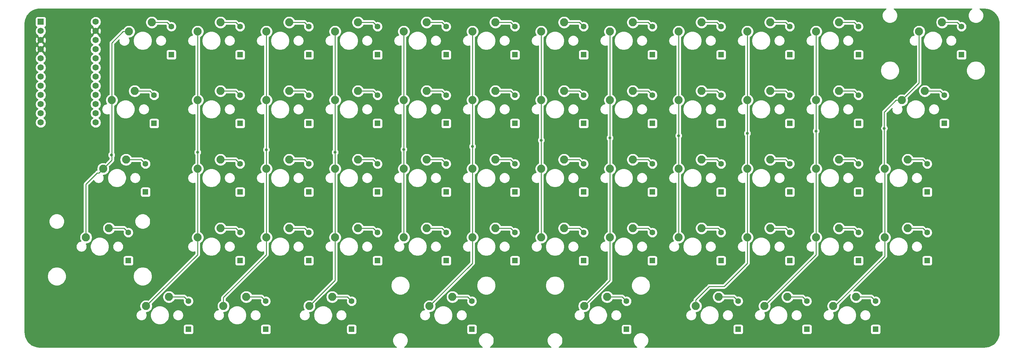
<source format=gbr>
G04 #@! TF.GenerationSoftware,KiCad,Pcbnew,5.1.9-73d0e3b20d~88~ubuntu18.04.1*
G04 #@! TF.CreationDate,2021-03-04T23:03:26-06:00*
G04 #@! TF.ProjectId,keyboard,6b657962-6f61-4726-942e-6b696361645f,rev?*
G04 #@! TF.SameCoordinates,Original*
G04 #@! TF.FileFunction,Copper,L1,Top*
G04 #@! TF.FilePolarity,Positive*
%FSLAX46Y46*%
G04 Gerber Fmt 4.6, Leading zero omitted, Abs format (unit mm)*
G04 Created by KiCad (PCBNEW 5.1.9-73d0e3b20d~88~ubuntu18.04.1) date 2021-03-04 23:03:26*
%MOMM*%
%LPD*%
G01*
G04 APERTURE LIST*
G04 #@! TA.AperFunction,ComponentPad*
%ADD10C,2.250000*%
G04 #@! TD*
G04 #@! TA.AperFunction,ComponentPad*
%ADD11R,1.752600X1.752600*%
G04 #@! TD*
G04 #@! TA.AperFunction,ComponentPad*
%ADD12C,1.752600*%
G04 #@! TD*
G04 #@! TA.AperFunction,ComponentPad*
%ADD13C,1.600000*%
G04 #@! TD*
G04 #@! TA.AperFunction,ComponentPad*
%ADD14R,1.600000X1.600000*%
G04 #@! TD*
G04 #@! TA.AperFunction,ViaPad*
%ADD15C,0.800000*%
G04 #@! TD*
G04 #@! TA.AperFunction,Conductor*
%ADD16C,0.250000*%
G04 #@! TD*
G04 #@! TA.AperFunction,Conductor*
%ADD17C,0.254000*%
G04 #@! TD*
G04 #@! TA.AperFunction,Conductor*
%ADD18C,0.100000*%
G04 #@! TD*
G04 APERTURE END LIST*
D10*
X99377500Y-123507500D03*
X93027500Y-126047500D03*
X220821250Y-123507500D03*
X214471250Y-126047500D03*
X177958750Y-123507500D03*
X171608750Y-126047500D03*
X89852500Y-66357500D03*
X83502500Y-68897500D03*
X82708750Y-104457500D03*
X76358750Y-106997500D03*
X151765000Y-85407500D03*
X145415000Y-87947500D03*
D11*
X63817500Y-47148750D03*
D12*
X63817500Y-49688750D03*
X63817500Y-52228750D03*
X63817500Y-54768750D03*
X63817500Y-57308750D03*
X63817500Y-59848750D03*
X63817500Y-62388750D03*
X63817500Y-64928750D03*
X63817500Y-67468750D03*
X63817500Y-70008750D03*
X63817500Y-72548750D03*
X79057500Y-75088750D03*
X79057500Y-72548750D03*
X79057500Y-70008750D03*
X79057500Y-67468750D03*
X79057500Y-64928750D03*
X79057500Y-62388750D03*
X79057500Y-59848750D03*
X79057500Y-57308750D03*
X79057500Y-54768750D03*
X79057500Y-52228750D03*
X79057500Y-49688750D03*
X63817500Y-75088750D03*
X79057500Y-47148750D03*
D10*
X113665000Y-104457500D03*
X107315000Y-106997500D03*
X266065000Y-66357500D03*
X259715000Y-68897500D03*
X132715000Y-104457500D03*
X126365000Y-106997500D03*
X132715000Y-66357500D03*
X126365000Y-68897500D03*
X170815000Y-104457500D03*
X164465000Y-106997500D03*
X247015000Y-66357500D03*
X240665000Y-68897500D03*
X170815000Y-85407500D03*
X164465000Y-87947500D03*
X120808750Y-123507500D03*
X114458750Y-126047500D03*
X285115000Y-104457500D03*
X278765000Y-106997500D03*
X285115000Y-66357500D03*
X278765000Y-68897500D03*
X132715000Y-85407500D03*
X126365000Y-87947500D03*
X304165000Y-85407500D03*
X297815000Y-87947500D03*
X113665000Y-66357500D03*
X107315000Y-68897500D03*
X170815000Y-66357500D03*
X164465000Y-68897500D03*
X289877500Y-123507500D03*
X283527500Y-126047500D03*
X285115000Y-85407500D03*
X278765000Y-87947500D03*
X227965000Y-85407500D03*
X221615000Y-87947500D03*
X251777500Y-123507500D03*
X245427500Y-126047500D03*
X227965000Y-104457500D03*
X221615000Y-106997500D03*
X227965000Y-66357500D03*
X221615000Y-68897500D03*
X208915000Y-104457500D03*
X202565000Y-106997500D03*
X208915000Y-66357500D03*
X202565000Y-68897500D03*
X266065000Y-85407500D03*
X259715000Y-87947500D03*
X208915000Y-85407500D03*
X202565000Y-87947500D03*
X189865000Y-66357500D03*
X183515000Y-68897500D03*
X151765000Y-66357500D03*
X145415000Y-68897500D03*
X94615000Y-47307500D03*
X88265000Y-49847500D03*
X270827500Y-123507500D03*
X264477500Y-126047500D03*
X247015000Y-85407500D03*
X240665000Y-87947500D03*
X266065000Y-104457500D03*
X259715000Y-106997500D03*
X189865000Y-85407500D03*
X183515000Y-87947500D03*
X87471250Y-85407500D03*
X81121250Y-87947500D03*
X247015000Y-104457500D03*
X240665000Y-106997500D03*
X151765000Y-104457500D03*
X145415000Y-106997500D03*
X308927500Y-66357500D03*
X302577500Y-68897500D03*
X313690000Y-47307500D03*
X307340000Y-49847500D03*
X189865000Y-104457500D03*
X183515000Y-106997500D03*
X144621250Y-123507500D03*
X138271250Y-126047500D03*
X113665000Y-85407500D03*
X107315000Y-87947500D03*
X304165000Y-104457500D03*
X297815000Y-106997500D03*
X266065000Y-47307500D03*
X259715000Y-49847500D03*
X247015000Y-47307500D03*
X240665000Y-49847500D03*
X227965000Y-47307500D03*
X221615000Y-49847500D03*
X208915000Y-47307500D03*
X202565000Y-49847500D03*
X189865000Y-47307500D03*
X183515000Y-49847500D03*
X170815000Y-47307500D03*
X164465000Y-49847500D03*
X151765000Y-47307500D03*
X145415000Y-49847500D03*
X132715000Y-47307500D03*
X126365000Y-49847500D03*
X113665000Y-47307500D03*
X107315000Y-49847500D03*
X285115000Y-47307500D03*
X278765000Y-49847500D03*
D13*
X119062500Y-105637500D03*
D14*
X119062500Y-113437500D03*
D13*
X271462500Y-67537500D03*
D14*
X271462500Y-75337500D03*
D13*
X138112500Y-105637500D03*
D14*
X138112500Y-113437500D03*
D13*
X138112500Y-67550000D03*
D14*
X138112500Y-75350000D03*
D13*
X176212500Y-105637500D03*
D14*
X176212500Y-113437500D03*
D13*
X252412500Y-67537500D03*
D14*
X252412500Y-75337500D03*
D13*
X95250000Y-67537500D03*
D14*
X95250000Y-75337500D03*
D13*
X176212500Y-86587500D03*
D14*
X176212500Y-94387500D03*
D13*
X126206250Y-124687500D03*
D14*
X126206250Y-132487500D03*
D13*
X183356250Y-124687500D03*
D14*
X183356250Y-132487500D03*
D13*
X226218750Y-124700000D03*
D14*
X226218750Y-132500000D03*
D13*
X290512500Y-105650000D03*
D14*
X290512500Y-113450000D03*
D13*
X88106250Y-105637500D03*
D14*
X88106250Y-113437500D03*
D13*
X290512500Y-67537500D03*
D14*
X290512500Y-75337500D03*
D13*
X157162500Y-86600000D03*
D14*
X157162500Y-94400000D03*
D13*
X138112500Y-86587500D03*
D14*
X138112500Y-94387500D03*
D13*
X309562500Y-86587500D03*
D14*
X309562500Y-94387500D03*
D13*
X119062500Y-67537500D03*
D14*
X119062500Y-75337500D03*
D13*
X176212500Y-67550000D03*
D14*
X176212500Y-75350000D03*
D13*
X295275000Y-124687500D03*
D14*
X295275000Y-132487500D03*
D13*
X290512500Y-86587500D03*
D14*
X290512500Y-94387500D03*
D13*
X233362500Y-86587500D03*
D14*
X233362500Y-94387500D03*
D13*
X257175000Y-124687500D03*
D14*
X257175000Y-132487500D03*
D13*
X233362500Y-105637500D03*
D14*
X233362500Y-113437500D03*
D13*
X233362500Y-67537500D03*
D14*
X233362500Y-75337500D03*
D13*
X214312500Y-105637500D03*
D14*
X214312500Y-113437500D03*
D13*
X214312500Y-67550000D03*
D14*
X214312500Y-75350000D03*
D13*
X271462500Y-86587500D03*
D14*
X271462500Y-94387500D03*
D13*
X214312500Y-86587500D03*
D14*
X214312500Y-94387500D03*
D13*
X195262500Y-67537500D03*
D14*
X195262500Y-75337500D03*
D13*
X157162500Y-67537500D03*
D14*
X157162500Y-75337500D03*
D13*
X100012500Y-48475000D03*
D14*
X100012500Y-56275000D03*
D13*
X276225000Y-124687500D03*
D14*
X276225000Y-132487500D03*
D13*
X252412500Y-86587500D03*
D14*
X252412500Y-94387500D03*
D13*
X271462500Y-105637500D03*
D14*
X271462500Y-113437500D03*
D13*
X195262500Y-86600000D03*
D14*
X195262500Y-94400000D03*
D13*
X92868750Y-86587500D03*
D14*
X92868750Y-94387500D03*
D13*
X252412500Y-105637500D03*
D14*
X252412500Y-113437500D03*
D13*
X104775000Y-124687500D03*
D14*
X104775000Y-132487500D03*
D13*
X157162500Y-105637500D03*
D14*
X157162500Y-113437500D03*
D13*
X314325000Y-67537500D03*
D14*
X314325000Y-75337500D03*
D13*
X319087500Y-48487500D03*
D14*
X319087500Y-56287500D03*
D13*
X195262500Y-105637500D03*
D14*
X195262500Y-113437500D03*
D13*
X150018750Y-124687500D03*
D14*
X150018750Y-132487500D03*
D13*
X119062500Y-86587500D03*
D14*
X119062500Y-94387500D03*
D13*
X309562500Y-105637500D03*
D14*
X309562500Y-113437500D03*
D13*
X271462500Y-48487500D03*
D14*
X271462500Y-56287500D03*
D13*
X252412500Y-48487500D03*
D14*
X252412500Y-56287500D03*
D13*
X233362500Y-48487500D03*
D14*
X233362500Y-56287500D03*
D13*
X214312500Y-48487500D03*
D14*
X214312500Y-56287500D03*
D13*
X195262500Y-48487500D03*
D14*
X195262500Y-56287500D03*
D13*
X176212500Y-48487500D03*
D14*
X176212500Y-56287500D03*
D13*
X157162500Y-48487500D03*
D14*
X157162500Y-56287500D03*
D13*
X138112500Y-48487500D03*
D14*
X138112500Y-56287500D03*
D13*
X119062500Y-48487500D03*
D14*
X119062500Y-56287500D03*
D13*
X290512500Y-48487500D03*
D14*
X290512500Y-56287500D03*
D15*
X278765000Y-77470000D03*
X107315000Y-83365000D03*
X126365000Y-82640000D03*
X145415000Y-83343750D03*
X164465000Y-82550000D03*
X183515000Y-81756250D03*
X202565000Y-80010000D03*
X221615000Y-79375000D03*
X240665000Y-78740000D03*
X259715000Y-78105000D03*
X297688000Y-76708000D03*
X83439000Y-84090000D03*
D16*
X117882500Y-47307500D02*
X119062500Y-48487500D01*
X113665000Y-47307500D02*
X117882500Y-47307500D01*
X136932500Y-47307500D02*
X138112500Y-48487500D01*
X132715000Y-47307500D02*
X136932500Y-47307500D01*
X155982500Y-47307500D02*
X157162500Y-48487500D01*
X151765000Y-47307500D02*
X155982500Y-47307500D01*
X175032500Y-47307500D02*
X176212500Y-48487500D01*
X170815000Y-47307500D02*
X175032500Y-47307500D01*
X194082500Y-47307500D02*
X195262500Y-48487500D01*
X189865000Y-47307500D02*
X194082500Y-47307500D01*
X213132500Y-47307500D02*
X214312500Y-48487500D01*
X208915000Y-47307500D02*
X213132500Y-47307500D01*
X232182500Y-47307500D02*
X233362500Y-48487500D01*
X227965000Y-47307500D02*
X232182500Y-47307500D01*
X251232500Y-47307500D02*
X252412500Y-48487500D01*
X247015000Y-47307500D02*
X251232500Y-47307500D01*
X270282500Y-47307500D02*
X271462500Y-48487500D01*
X266065000Y-47307500D02*
X270282500Y-47307500D01*
X289332500Y-47307500D02*
X290512500Y-48487500D01*
X285115000Y-47307500D02*
X289332500Y-47307500D01*
X220821250Y-123507500D02*
X225026250Y-123507500D01*
X225026250Y-123507500D02*
X226218750Y-124700000D01*
X308382500Y-104457500D02*
X309562500Y-105637500D01*
X304165000Y-104457500D02*
X308382500Y-104457500D01*
X117882500Y-85407500D02*
X119062500Y-86587500D01*
X113665000Y-85407500D02*
X117882500Y-85407500D01*
X148838750Y-123507500D02*
X150018750Y-124687500D01*
X144621250Y-123507500D02*
X148838750Y-123507500D01*
X194082500Y-104457500D02*
X195262500Y-105637500D01*
X189865000Y-104457500D02*
X194082500Y-104457500D01*
X317907500Y-47307500D02*
X319087500Y-48487500D01*
X313690000Y-47307500D02*
X317907500Y-47307500D01*
X313145000Y-66357500D02*
X314325000Y-67537500D01*
X308927500Y-66357500D02*
X313145000Y-66357500D01*
X155982500Y-104457500D02*
X157162500Y-105637500D01*
X151765000Y-104457500D02*
X155982500Y-104457500D01*
X103595000Y-123507500D02*
X104775000Y-124687500D01*
X99377500Y-123507500D02*
X103595000Y-123507500D01*
X251551250Y-104457500D02*
X252412500Y-105318750D01*
X247015000Y-104457500D02*
X251551250Y-104457500D01*
X91688750Y-85407500D02*
X92868750Y-86587500D01*
X87471250Y-85407500D02*
X91688750Y-85407500D01*
X194070000Y-85407500D02*
X195262500Y-86600000D01*
X189865000Y-85407500D02*
X194070000Y-85407500D01*
X270282500Y-104457500D02*
X271462500Y-105637500D01*
X266065000Y-104457500D02*
X270282500Y-104457500D01*
X251232500Y-85407500D02*
X252412500Y-86587500D01*
X247015000Y-85407500D02*
X251232500Y-85407500D01*
X275045000Y-123507500D02*
X276225000Y-124687500D01*
X270827500Y-123507500D02*
X275045000Y-123507500D01*
X98845000Y-47307500D02*
X100012500Y-48475000D01*
X94615000Y-47307500D02*
X98845000Y-47307500D01*
X155982500Y-66357500D02*
X157162500Y-67537500D01*
X151765000Y-66357500D02*
X155982500Y-66357500D01*
X194082500Y-66357500D02*
X195262500Y-67537500D01*
X189865000Y-66357500D02*
X194082500Y-66357500D01*
X213132500Y-85407500D02*
X214312500Y-86587500D01*
X208915000Y-85407500D02*
X213132500Y-85407500D01*
X270282500Y-85407500D02*
X271462500Y-86587500D01*
X266065000Y-85407500D02*
X270282500Y-85407500D01*
X213120000Y-66357500D02*
X214312500Y-67550000D01*
X208915000Y-66357500D02*
X213120000Y-66357500D01*
X213132500Y-104457500D02*
X214312500Y-105637500D01*
X208915000Y-104457500D02*
X213132500Y-104457500D01*
X232182500Y-66357500D02*
X233362500Y-67537500D01*
X227965000Y-66357500D02*
X232182500Y-66357500D01*
X232182500Y-104457500D02*
X233362500Y-105637500D01*
X227965000Y-104457500D02*
X232182500Y-104457500D01*
X255995000Y-123507500D02*
X257175000Y-124687500D01*
X251777500Y-123507500D02*
X255995000Y-123507500D01*
X232182500Y-85407500D02*
X233362500Y-86587500D01*
X227965000Y-85407500D02*
X232182500Y-85407500D01*
X289332500Y-85407500D02*
X290512500Y-86587500D01*
X285115000Y-85407500D02*
X289332500Y-85407500D01*
X294095000Y-123507500D02*
X295275000Y-124687500D01*
X289877500Y-123507500D02*
X294095000Y-123507500D01*
X175020000Y-66357500D02*
X176212500Y-67550000D01*
X170815000Y-66357500D02*
X175020000Y-66357500D01*
X117882500Y-66357500D02*
X119062500Y-67537500D01*
X113665000Y-66357500D02*
X117882500Y-66357500D01*
X308382500Y-85407500D02*
X309562500Y-86587500D01*
X304165000Y-85407500D02*
X308382500Y-85407500D01*
X136932500Y-85407500D02*
X138112500Y-86587500D01*
X132715000Y-85407500D02*
X136932500Y-85407500D01*
X155970000Y-85407500D02*
X157162500Y-86600000D01*
X151765000Y-85407500D02*
X155970000Y-85407500D01*
X289332500Y-66357500D02*
X290512500Y-67537500D01*
X285115000Y-66357500D02*
X289332500Y-66357500D01*
X86926250Y-104457500D02*
X88106250Y-105637500D01*
X82708750Y-104457500D02*
X86926250Y-104457500D01*
X289320000Y-104457500D02*
X290512500Y-105650000D01*
X285115000Y-104457500D02*
X289320000Y-104457500D01*
X182176250Y-123507500D02*
X183356250Y-124687500D01*
X177958750Y-123507500D02*
X182176250Y-123507500D01*
X125026250Y-123507500D02*
X126206250Y-124687500D01*
X120808750Y-123507500D02*
X125026250Y-123507500D01*
X175032500Y-85407500D02*
X176212500Y-86587500D01*
X170815000Y-85407500D02*
X175032500Y-85407500D01*
X94070000Y-66357500D02*
X95250000Y-67537500D01*
X89852500Y-66357500D02*
X94070000Y-66357500D01*
X251232500Y-66357500D02*
X252412500Y-67537500D01*
X247015000Y-66357500D02*
X251232500Y-66357500D01*
X175032500Y-104457500D02*
X176212500Y-105637500D01*
X170815000Y-104457500D02*
X175032500Y-104457500D01*
X136920000Y-66357500D02*
X138112500Y-67550000D01*
X132715000Y-66357500D02*
X136920000Y-66357500D01*
X136932500Y-104457500D02*
X138112500Y-105637500D01*
X132715000Y-104457500D02*
X136932500Y-104457500D01*
X270282500Y-66357500D02*
X271462500Y-67537500D01*
X266065000Y-66357500D02*
X270282500Y-66357500D01*
X117882500Y-104457500D02*
X119062500Y-105637500D01*
X113665000Y-104457500D02*
X117882500Y-104457500D01*
X278765000Y-78613000D02*
X278765000Y-106997500D01*
X278765000Y-49847500D02*
X278765000Y-78613000D01*
X278765000Y-106997500D02*
X278765000Y-111760000D01*
X278765000Y-111760000D02*
X264477500Y-126047500D01*
X107315000Y-52893502D02*
X107315000Y-68897500D01*
X107315000Y-49847500D02*
X107315000Y-52893502D01*
X107315000Y-87947500D02*
X107315000Y-106997500D01*
X107315000Y-83312000D02*
X107315000Y-83365000D01*
X107315000Y-83312000D02*
X107315000Y-87947500D01*
X107315000Y-68897500D02*
X107315000Y-83312000D01*
X107315000Y-106997500D02*
X107315000Y-111760000D01*
X93027500Y-126047500D02*
X96837500Y-122237500D01*
X107315000Y-111760000D02*
X96837500Y-122237500D01*
X126365000Y-49847500D02*
X126365000Y-68897500D01*
X126365000Y-87947500D02*
X126365000Y-106997500D01*
X126365000Y-82550000D02*
X126365000Y-87947500D01*
X126365000Y-82550000D02*
X126365000Y-82640000D01*
X126365000Y-68897500D02*
X126365000Y-82550000D01*
X126365000Y-111760000D02*
X114458750Y-123666250D01*
X126365000Y-106997500D02*
X126365000Y-111760000D01*
X114458750Y-123666250D02*
X114458750Y-126047500D01*
X145415000Y-49847500D02*
X145415000Y-68897500D01*
X145415000Y-87947500D02*
X145415000Y-106997500D01*
X145415000Y-118903750D02*
X138271250Y-126047500D01*
X145415000Y-106997500D02*
X145415000Y-118903750D01*
X145415000Y-81788000D02*
X145415000Y-82005000D01*
X145415000Y-81788000D02*
X145415000Y-87947500D01*
X145415000Y-68897500D02*
X145415000Y-81788000D01*
X164465000Y-49847500D02*
X164465000Y-68897500D01*
X164465000Y-87947500D02*
X164465000Y-106997500D01*
X164465000Y-81280000D02*
X164465000Y-81407000D01*
X164465000Y-81280000D02*
X164465000Y-87947500D01*
X164465000Y-68897500D02*
X164465000Y-81280000D01*
X183515000Y-49847500D02*
X183515000Y-68897500D01*
X183515000Y-87947500D02*
X183515000Y-106997500D01*
X183515000Y-114141250D02*
X171608750Y-126047500D01*
X183515000Y-106997500D02*
X183515000Y-114141250D01*
X183515000Y-80645000D02*
X183515000Y-80735000D01*
X183515000Y-80645000D02*
X183515000Y-87947500D01*
X183515000Y-68897500D02*
X183515000Y-80645000D01*
X202565000Y-49847500D02*
X202565000Y-68897500D01*
X202565000Y-87947500D02*
X202565000Y-106997500D01*
X202565000Y-79883000D02*
X202565000Y-80100000D01*
X202565000Y-68897500D02*
X202565000Y-87947500D01*
X221615000Y-49847500D02*
X221615000Y-68897500D01*
X221615000Y-87947500D02*
X221615000Y-106997500D01*
X221615000Y-106997500D02*
X221615000Y-118385000D01*
X221615000Y-79375000D02*
X221615000Y-79465000D01*
X221615000Y-79375000D02*
X221615000Y-87947500D01*
X221615000Y-68897500D02*
X221615000Y-79375000D01*
X221615000Y-106997500D02*
X221615000Y-118903750D01*
X221615000Y-118903750D02*
X220662500Y-119856250D01*
X220662500Y-119856250D02*
X214471250Y-126047500D01*
X240665000Y-49847500D02*
X240665000Y-68897500D01*
X240665000Y-87947500D02*
X240665000Y-106997500D01*
X240665000Y-78740000D02*
X240665000Y-87947500D01*
X240665000Y-78740000D02*
X240665000Y-78830000D01*
X240665000Y-68897500D02*
X240665000Y-78740000D01*
X259715000Y-49847500D02*
X259715000Y-68897500D01*
X259715000Y-87947500D02*
X259715000Y-106997500D01*
X259715000Y-78613000D02*
X259715000Y-87947500D01*
X259715000Y-68897500D02*
X259715000Y-78613000D01*
X259715000Y-106997500D02*
X259715000Y-114141250D01*
X253270749Y-120585501D02*
X249173001Y-120585501D01*
X245427500Y-124331002D02*
X245427500Y-126047500D01*
X249173001Y-120585501D02*
X245427500Y-124331002D01*
X259715000Y-114141250D02*
X253270749Y-120585501D01*
X307340000Y-64135000D02*
X302577500Y-68897500D01*
X307340000Y-49847500D02*
X307340000Y-64135000D01*
X297815000Y-87947500D02*
X297815000Y-106997500D01*
X300986510Y-68897500D02*
X302577500Y-68897500D01*
X297815000Y-72069010D02*
X300986510Y-68897500D01*
X297815000Y-72069010D02*
X297815000Y-72072500D01*
X297688000Y-72199500D02*
X297688000Y-76708000D01*
X297815000Y-72072500D02*
X297688000Y-72199500D01*
X297688000Y-87820500D02*
X297815000Y-87947500D01*
X297688000Y-76708000D02*
X297688000Y-87820500D01*
X283952500Y-126047500D02*
X283527500Y-126047500D01*
X297815000Y-106997500D02*
X297815000Y-112185000D01*
X297815000Y-112185000D02*
X283952500Y-126047500D01*
X83502500Y-53019010D02*
X83502500Y-68897500D01*
X86674010Y-49847500D02*
X83502500Y-53019010D01*
X88265000Y-49847500D02*
X86674010Y-49847500D01*
X83502500Y-85566250D02*
X81121250Y-87947500D01*
X76358750Y-92203998D02*
X76358750Y-106997500D01*
X79996251Y-89072499D02*
X79490249Y-89072499D01*
X79490249Y-89072499D02*
X76358750Y-92203998D01*
X81121250Y-87947500D02*
X79996251Y-89072499D01*
X83502500Y-84137500D02*
X83486500Y-84137500D01*
X83502500Y-84137500D02*
X83502500Y-85566250D01*
X83486500Y-84137500D02*
X83439000Y-84090000D01*
X83502500Y-68897500D02*
X83502500Y-84137500D01*
D17*
X297867468Y-43725496D02*
X297566746Y-44026218D01*
X297330469Y-44379830D01*
X297167720Y-44772743D01*
X297084750Y-45189857D01*
X297084750Y-45615143D01*
X297167720Y-46032257D01*
X297330469Y-46425170D01*
X297566746Y-46778782D01*
X297867468Y-47079504D01*
X298221080Y-47315781D01*
X298613993Y-47478530D01*
X299031107Y-47561500D01*
X299456393Y-47561500D01*
X299873507Y-47478530D01*
X300266420Y-47315781D01*
X300538241Y-47134155D01*
X311930000Y-47134155D01*
X311930000Y-47480845D01*
X311997636Y-47820873D01*
X312130308Y-48141173D01*
X312322919Y-48429435D01*
X312568065Y-48674581D01*
X312856327Y-48867192D01*
X313176627Y-48999864D01*
X313516655Y-49067500D01*
X313863345Y-49067500D01*
X314203373Y-48999864D01*
X314523673Y-48867192D01*
X314811935Y-48674581D01*
X315057081Y-48429435D01*
X315249692Y-48141173D01*
X315280208Y-48067500D01*
X317592699Y-48067500D01*
X317688812Y-48163614D01*
X317652500Y-48346165D01*
X317652500Y-48628835D01*
X317707647Y-48906074D01*
X317815820Y-49167227D01*
X317972863Y-49402259D01*
X318172741Y-49602137D01*
X318407773Y-49759180D01*
X318668926Y-49867353D01*
X318946165Y-49922500D01*
X319228835Y-49922500D01*
X319506074Y-49867353D01*
X319767227Y-49759180D01*
X320002259Y-49602137D01*
X320202137Y-49402259D01*
X320359180Y-49167227D01*
X320467353Y-48906074D01*
X320522500Y-48628835D01*
X320522500Y-48346165D01*
X320467353Y-48068926D01*
X320359180Y-47807773D01*
X320202137Y-47572741D01*
X320002259Y-47372863D01*
X319767227Y-47215820D01*
X319506074Y-47107647D01*
X319228835Y-47052500D01*
X318946165Y-47052500D01*
X318763614Y-47088812D01*
X318471304Y-46796503D01*
X318447501Y-46767499D01*
X318331776Y-46672526D01*
X318199747Y-46601954D01*
X318056486Y-46558497D01*
X317944833Y-46547500D01*
X317944822Y-46547500D01*
X317907500Y-46543824D01*
X317870178Y-46547500D01*
X315280208Y-46547500D01*
X315249692Y-46473827D01*
X315057081Y-46185565D01*
X314811935Y-45940419D01*
X314523673Y-45747808D01*
X314203373Y-45615136D01*
X313863345Y-45547500D01*
X313516655Y-45547500D01*
X313176627Y-45615136D01*
X312856327Y-45747808D01*
X312568065Y-45940419D01*
X312322919Y-46185565D01*
X312130308Y-46473827D01*
X311997636Y-46794127D01*
X311930000Y-47134155D01*
X300538241Y-47134155D01*
X300620032Y-47079504D01*
X300920754Y-46778782D01*
X301157031Y-46425170D01*
X301319780Y-46032257D01*
X301402750Y-45615143D01*
X301402750Y-45189857D01*
X301319780Y-44772743D01*
X301157031Y-44379830D01*
X300920754Y-44026218D01*
X300620032Y-43725496D01*
X300353643Y-43547500D01*
X321946357Y-43547500D01*
X321679968Y-43725496D01*
X321379246Y-44026218D01*
X321142969Y-44379830D01*
X320980220Y-44772743D01*
X320897250Y-45189857D01*
X320897250Y-45615143D01*
X320980220Y-46032257D01*
X321142969Y-46425170D01*
X321379246Y-46778782D01*
X321679968Y-47079504D01*
X322033580Y-47315781D01*
X322426493Y-47478530D01*
X322843607Y-47561500D01*
X323268893Y-47561500D01*
X323686007Y-47478530D01*
X324078920Y-47315781D01*
X324432532Y-47079504D01*
X324733254Y-46778782D01*
X324969531Y-46425170D01*
X325132280Y-46032257D01*
X325215250Y-45615143D01*
X325215250Y-45189857D01*
X325132280Y-44772743D01*
X324969531Y-44379830D01*
X324733254Y-44026218D01*
X324432532Y-43725496D01*
X324166143Y-43547500D01*
X325406098Y-43547500D01*
X326180038Y-43618616D01*
X326897709Y-43821019D01*
X327566481Y-44150821D01*
X328163950Y-44596972D01*
X328670109Y-45144534D01*
X329068008Y-45775164D01*
X329344320Y-46467747D01*
X329492436Y-47212371D01*
X329515000Y-47642931D01*
X329515001Y-133318587D01*
X329443884Y-134092538D01*
X329241481Y-134810209D01*
X328911679Y-135478981D01*
X328465528Y-136076450D01*
X327917967Y-136582609D01*
X327287338Y-136980507D01*
X326594753Y-137256821D01*
X325850130Y-137404936D01*
X325419568Y-137427500D01*
X231297393Y-137427500D01*
X231563782Y-137249504D01*
X231864504Y-136948782D01*
X232100781Y-136595170D01*
X232263530Y-136202257D01*
X232346500Y-135785143D01*
X232346500Y-135359857D01*
X232263530Y-134942743D01*
X232100781Y-134549830D01*
X231864504Y-134196218D01*
X231563782Y-133895496D01*
X231210170Y-133659219D01*
X230817257Y-133496470D01*
X230400143Y-133413500D01*
X229974857Y-133413500D01*
X229557743Y-133496470D01*
X229164830Y-133659219D01*
X228811218Y-133895496D01*
X228510496Y-134196218D01*
X228274219Y-134549830D01*
X228111470Y-134942743D01*
X228028500Y-135359857D01*
X228028500Y-135785143D01*
X228111470Y-136202257D01*
X228274219Y-136595170D01*
X228510496Y-136948782D01*
X228811218Y-137249504D01*
X229077607Y-137427500D01*
X207484893Y-137427500D01*
X207751282Y-137249504D01*
X208052004Y-136948782D01*
X208288281Y-136595170D01*
X208451030Y-136202257D01*
X208534000Y-135785143D01*
X208534000Y-135359857D01*
X208451030Y-134942743D01*
X208288281Y-134549830D01*
X208052004Y-134196218D01*
X207751282Y-133895496D01*
X207397670Y-133659219D01*
X207004757Y-133496470D01*
X206587643Y-133413500D01*
X206162357Y-133413500D01*
X205745243Y-133496470D01*
X205352330Y-133659219D01*
X204998718Y-133895496D01*
X204697996Y-134196218D01*
X204461719Y-134549830D01*
X204298970Y-134942743D01*
X204216000Y-135359857D01*
X204216000Y-135785143D01*
X204298970Y-136202257D01*
X204461719Y-136595170D01*
X204697996Y-136948782D01*
X204998718Y-137249504D01*
X205265107Y-137427500D01*
X188434893Y-137427500D01*
X188701282Y-137249504D01*
X189002004Y-136948782D01*
X189238281Y-136595170D01*
X189401030Y-136202257D01*
X189484000Y-135785143D01*
X189484000Y-135359857D01*
X189401030Y-134942743D01*
X189238281Y-134549830D01*
X189002004Y-134196218D01*
X188701282Y-133895496D01*
X188347670Y-133659219D01*
X187954757Y-133496470D01*
X187537643Y-133413500D01*
X187112357Y-133413500D01*
X186695243Y-133496470D01*
X186302330Y-133659219D01*
X185948718Y-133895496D01*
X185647996Y-134196218D01*
X185411719Y-134549830D01*
X185248970Y-134942743D01*
X185166000Y-135359857D01*
X185166000Y-135785143D01*
X185248970Y-136202257D01*
X185411719Y-136595170D01*
X185647996Y-136948782D01*
X185948718Y-137249504D01*
X186215107Y-137427500D01*
X164622393Y-137427500D01*
X164888782Y-137249504D01*
X165189504Y-136948782D01*
X165425781Y-136595170D01*
X165588530Y-136202257D01*
X165671500Y-135785143D01*
X165671500Y-135359857D01*
X165588530Y-134942743D01*
X165425781Y-134549830D01*
X165189504Y-134196218D01*
X164888782Y-133895496D01*
X164535170Y-133659219D01*
X164142257Y-133496470D01*
X163725143Y-133413500D01*
X163299857Y-133413500D01*
X162882743Y-133496470D01*
X162489830Y-133659219D01*
X162136218Y-133895496D01*
X161835496Y-134196218D01*
X161599219Y-134549830D01*
X161436470Y-134942743D01*
X161353500Y-135359857D01*
X161353500Y-135785143D01*
X161436470Y-136202257D01*
X161599219Y-136595170D01*
X161835496Y-136948782D01*
X162136218Y-137249504D01*
X162402607Y-137427500D01*
X63531402Y-137427500D01*
X62757462Y-137356384D01*
X62039791Y-137153981D01*
X61371019Y-136824179D01*
X60773550Y-136378028D01*
X60267391Y-135830467D01*
X59869493Y-135199838D01*
X59593179Y-134507253D01*
X59445064Y-133762630D01*
X59422500Y-133332068D01*
X59422500Y-131687500D01*
X103336928Y-131687500D01*
X103336928Y-133287500D01*
X103349188Y-133411982D01*
X103385498Y-133531680D01*
X103444463Y-133641994D01*
X103523815Y-133738685D01*
X103620506Y-133818037D01*
X103730820Y-133877002D01*
X103850518Y-133913312D01*
X103975000Y-133925572D01*
X105575000Y-133925572D01*
X105699482Y-133913312D01*
X105819180Y-133877002D01*
X105929494Y-133818037D01*
X106026185Y-133738685D01*
X106105537Y-133641994D01*
X106164502Y-133531680D01*
X106200812Y-133411982D01*
X106213072Y-133287500D01*
X106213072Y-131687500D01*
X124768178Y-131687500D01*
X124768178Y-133287500D01*
X124780438Y-133411982D01*
X124816748Y-133531680D01*
X124875713Y-133641994D01*
X124955065Y-133738685D01*
X125051756Y-133818037D01*
X125162070Y-133877002D01*
X125281768Y-133913312D01*
X125406250Y-133925572D01*
X127006250Y-133925572D01*
X127130732Y-133913312D01*
X127250430Y-133877002D01*
X127360744Y-133818037D01*
X127457435Y-133738685D01*
X127536787Y-133641994D01*
X127595752Y-133531680D01*
X127632062Y-133411982D01*
X127644322Y-133287500D01*
X127644322Y-131687500D01*
X148580678Y-131687500D01*
X148580678Y-133287500D01*
X148592938Y-133411982D01*
X148629248Y-133531680D01*
X148688213Y-133641994D01*
X148767565Y-133738685D01*
X148864256Y-133818037D01*
X148974570Y-133877002D01*
X149094268Y-133913312D01*
X149218750Y-133925572D01*
X150818750Y-133925572D01*
X150943232Y-133913312D01*
X151062930Y-133877002D01*
X151173244Y-133818037D01*
X151269935Y-133738685D01*
X151349287Y-133641994D01*
X151408252Y-133531680D01*
X151444562Y-133411982D01*
X151456822Y-133287500D01*
X151456822Y-131687500D01*
X181918178Y-131687500D01*
X181918178Y-133287500D01*
X181930438Y-133411982D01*
X181966748Y-133531680D01*
X182025713Y-133641994D01*
X182105065Y-133738685D01*
X182201756Y-133818037D01*
X182312070Y-133877002D01*
X182431768Y-133913312D01*
X182556250Y-133925572D01*
X184156250Y-133925572D01*
X184280732Y-133913312D01*
X184400430Y-133877002D01*
X184510744Y-133818037D01*
X184607435Y-133738685D01*
X184686787Y-133641994D01*
X184745752Y-133531680D01*
X184782062Y-133411982D01*
X184794322Y-133287500D01*
X184794322Y-131700000D01*
X224780678Y-131700000D01*
X224780678Y-133300000D01*
X224792938Y-133424482D01*
X224829248Y-133544180D01*
X224888213Y-133654494D01*
X224967565Y-133751185D01*
X225064256Y-133830537D01*
X225174570Y-133889502D01*
X225294268Y-133925812D01*
X225418750Y-133938072D01*
X227018750Y-133938072D01*
X227143232Y-133925812D01*
X227262930Y-133889502D01*
X227373244Y-133830537D01*
X227469935Y-133751185D01*
X227549287Y-133654494D01*
X227608252Y-133544180D01*
X227644562Y-133424482D01*
X227656822Y-133300000D01*
X227656822Y-131700000D01*
X227655591Y-131687500D01*
X255736928Y-131687500D01*
X255736928Y-133287500D01*
X255749188Y-133411982D01*
X255785498Y-133531680D01*
X255844463Y-133641994D01*
X255923815Y-133738685D01*
X256020506Y-133818037D01*
X256130820Y-133877002D01*
X256250518Y-133913312D01*
X256375000Y-133925572D01*
X257975000Y-133925572D01*
X258099482Y-133913312D01*
X258219180Y-133877002D01*
X258329494Y-133818037D01*
X258426185Y-133738685D01*
X258505537Y-133641994D01*
X258564502Y-133531680D01*
X258600812Y-133411982D01*
X258613072Y-133287500D01*
X258613072Y-131687500D01*
X274786928Y-131687500D01*
X274786928Y-133287500D01*
X274799188Y-133411982D01*
X274835498Y-133531680D01*
X274894463Y-133641994D01*
X274973815Y-133738685D01*
X275070506Y-133818037D01*
X275180820Y-133877002D01*
X275300518Y-133913312D01*
X275425000Y-133925572D01*
X277025000Y-133925572D01*
X277149482Y-133913312D01*
X277269180Y-133877002D01*
X277379494Y-133818037D01*
X277476185Y-133738685D01*
X277555537Y-133641994D01*
X277614502Y-133531680D01*
X277650812Y-133411982D01*
X277663072Y-133287500D01*
X277663072Y-131687500D01*
X293836928Y-131687500D01*
X293836928Y-133287500D01*
X293849188Y-133411982D01*
X293885498Y-133531680D01*
X293944463Y-133641994D01*
X294023815Y-133738685D01*
X294120506Y-133818037D01*
X294230820Y-133877002D01*
X294350518Y-133913312D01*
X294475000Y-133925572D01*
X296075000Y-133925572D01*
X296199482Y-133913312D01*
X296319180Y-133877002D01*
X296429494Y-133818037D01*
X296526185Y-133738685D01*
X296605537Y-133641994D01*
X296664502Y-133531680D01*
X296700812Y-133411982D01*
X296713072Y-133287500D01*
X296713072Y-131687500D01*
X296700812Y-131563018D01*
X296664502Y-131443320D01*
X296605537Y-131333006D01*
X296526185Y-131236315D01*
X296429494Y-131156963D01*
X296319180Y-131097998D01*
X296199482Y-131061688D01*
X296075000Y-131049428D01*
X294475000Y-131049428D01*
X294350518Y-131061688D01*
X294230820Y-131097998D01*
X294120506Y-131156963D01*
X294023815Y-131236315D01*
X293944463Y-131333006D01*
X293885498Y-131443320D01*
X293849188Y-131563018D01*
X293836928Y-131687500D01*
X277663072Y-131687500D01*
X277650812Y-131563018D01*
X277614502Y-131443320D01*
X277555537Y-131333006D01*
X277476185Y-131236315D01*
X277379494Y-131156963D01*
X277269180Y-131097998D01*
X277149482Y-131061688D01*
X277025000Y-131049428D01*
X275425000Y-131049428D01*
X275300518Y-131061688D01*
X275180820Y-131097998D01*
X275070506Y-131156963D01*
X274973815Y-131236315D01*
X274894463Y-131333006D01*
X274835498Y-131443320D01*
X274799188Y-131563018D01*
X274786928Y-131687500D01*
X258613072Y-131687500D01*
X258600812Y-131563018D01*
X258564502Y-131443320D01*
X258505537Y-131333006D01*
X258426185Y-131236315D01*
X258329494Y-131156963D01*
X258219180Y-131097998D01*
X258099482Y-131061688D01*
X257975000Y-131049428D01*
X256375000Y-131049428D01*
X256250518Y-131061688D01*
X256130820Y-131097998D01*
X256020506Y-131156963D01*
X255923815Y-131236315D01*
X255844463Y-131333006D01*
X255785498Y-131443320D01*
X255749188Y-131563018D01*
X255736928Y-131687500D01*
X227655591Y-131687500D01*
X227644562Y-131575518D01*
X227608252Y-131455820D01*
X227549287Y-131345506D01*
X227469935Y-131248815D01*
X227373244Y-131169463D01*
X227262930Y-131110498D01*
X227143232Y-131074188D01*
X227018750Y-131061928D01*
X225418750Y-131061928D01*
X225294268Y-131074188D01*
X225174570Y-131110498D01*
X225064256Y-131169463D01*
X224967565Y-131248815D01*
X224888213Y-131345506D01*
X224829248Y-131455820D01*
X224792938Y-131575518D01*
X224780678Y-131700000D01*
X184794322Y-131700000D01*
X184794322Y-131687500D01*
X184782062Y-131563018D01*
X184745752Y-131443320D01*
X184686787Y-131333006D01*
X184607435Y-131236315D01*
X184510744Y-131156963D01*
X184400430Y-131097998D01*
X184280732Y-131061688D01*
X184156250Y-131049428D01*
X182556250Y-131049428D01*
X182431768Y-131061688D01*
X182312070Y-131097998D01*
X182201756Y-131156963D01*
X182105065Y-131236315D01*
X182025713Y-131333006D01*
X181966748Y-131443320D01*
X181930438Y-131563018D01*
X181918178Y-131687500D01*
X151456822Y-131687500D01*
X151444562Y-131563018D01*
X151408252Y-131443320D01*
X151349287Y-131333006D01*
X151269935Y-131236315D01*
X151173244Y-131156963D01*
X151062930Y-131097998D01*
X150943232Y-131061688D01*
X150818750Y-131049428D01*
X149218750Y-131049428D01*
X149094268Y-131061688D01*
X148974570Y-131097998D01*
X148864256Y-131156963D01*
X148767565Y-131236315D01*
X148688213Y-131333006D01*
X148629248Y-131443320D01*
X148592938Y-131563018D01*
X148580678Y-131687500D01*
X127644322Y-131687500D01*
X127632062Y-131563018D01*
X127595752Y-131443320D01*
X127536787Y-131333006D01*
X127457435Y-131236315D01*
X127360744Y-131156963D01*
X127250430Y-131097998D01*
X127130732Y-131061688D01*
X127006250Y-131049428D01*
X125406250Y-131049428D01*
X125281768Y-131061688D01*
X125162070Y-131097998D01*
X125051756Y-131156963D01*
X124955065Y-131236315D01*
X124875713Y-131333006D01*
X124816748Y-131443320D01*
X124780438Y-131563018D01*
X124768178Y-131687500D01*
X106213072Y-131687500D01*
X106200812Y-131563018D01*
X106164502Y-131443320D01*
X106105537Y-131333006D01*
X106026185Y-131236315D01*
X105929494Y-131156963D01*
X105819180Y-131097998D01*
X105699482Y-131061688D01*
X105575000Y-131049428D01*
X103975000Y-131049428D01*
X103850518Y-131061688D01*
X103730820Y-131097998D01*
X103620506Y-131156963D01*
X103523815Y-131236315D01*
X103444463Y-131333006D01*
X103385498Y-131443320D01*
X103349188Y-131563018D01*
X103336928Y-131687500D01*
X59422500Y-131687500D01*
X59422500Y-128438778D01*
X90247500Y-128438778D01*
X90247500Y-128736222D01*
X90305529Y-129027951D01*
X90419356Y-129302753D01*
X90584607Y-129550069D01*
X90794931Y-129760393D01*
X91042247Y-129925644D01*
X91317049Y-130039471D01*
X91608778Y-130097500D01*
X91906222Y-130097500D01*
X92197951Y-130039471D01*
X92472753Y-129925644D01*
X92720069Y-129760393D01*
X92930393Y-129550069D01*
X93095644Y-129302753D01*
X93209471Y-129027951D01*
X93267500Y-128736222D01*
X93267500Y-128438778D01*
X93245580Y-128328576D01*
X94208600Y-128328576D01*
X94208600Y-128846424D01*
X94309627Y-129354322D01*
X94507799Y-129832751D01*
X94795500Y-130263326D01*
X95161674Y-130629500D01*
X95592249Y-130917201D01*
X96070678Y-131115373D01*
X96578576Y-131216400D01*
X97096424Y-131216400D01*
X97604322Y-131115373D01*
X98082751Y-130917201D01*
X98513326Y-130629500D01*
X98879500Y-130263326D01*
X99167201Y-129832751D01*
X99365373Y-129354322D01*
X99466400Y-128846424D01*
X99466400Y-128438778D01*
X100407500Y-128438778D01*
X100407500Y-128736222D01*
X100465529Y-129027951D01*
X100579356Y-129302753D01*
X100744607Y-129550069D01*
X100954931Y-129760393D01*
X101202247Y-129925644D01*
X101477049Y-130039471D01*
X101768778Y-130097500D01*
X102066222Y-130097500D01*
X102357951Y-130039471D01*
X102632753Y-129925644D01*
X102880069Y-129760393D01*
X103090393Y-129550069D01*
X103255644Y-129302753D01*
X103369471Y-129027951D01*
X103427500Y-128736222D01*
X103427500Y-128438778D01*
X111678750Y-128438778D01*
X111678750Y-128736222D01*
X111736779Y-129027951D01*
X111850606Y-129302753D01*
X112015857Y-129550069D01*
X112226181Y-129760393D01*
X112473497Y-129925644D01*
X112748299Y-130039471D01*
X113040028Y-130097500D01*
X113337472Y-130097500D01*
X113629201Y-130039471D01*
X113904003Y-129925644D01*
X114151319Y-129760393D01*
X114361643Y-129550069D01*
X114526894Y-129302753D01*
X114640721Y-129027951D01*
X114698750Y-128736222D01*
X114698750Y-128438778D01*
X114676830Y-128328576D01*
X115639850Y-128328576D01*
X115639850Y-128846424D01*
X115740877Y-129354322D01*
X115939049Y-129832751D01*
X116226750Y-130263326D01*
X116592924Y-130629500D01*
X117023499Y-130917201D01*
X117501928Y-131115373D01*
X118009826Y-131216400D01*
X118527674Y-131216400D01*
X119035572Y-131115373D01*
X119514001Y-130917201D01*
X119944576Y-130629500D01*
X120310750Y-130263326D01*
X120598451Y-129832751D01*
X120796623Y-129354322D01*
X120897650Y-128846424D01*
X120897650Y-128438778D01*
X121838750Y-128438778D01*
X121838750Y-128736222D01*
X121896779Y-129027951D01*
X122010606Y-129302753D01*
X122175857Y-129550069D01*
X122386181Y-129760393D01*
X122633497Y-129925644D01*
X122908299Y-130039471D01*
X123200028Y-130097500D01*
X123497472Y-130097500D01*
X123789201Y-130039471D01*
X124064003Y-129925644D01*
X124311319Y-129760393D01*
X124521643Y-129550069D01*
X124686894Y-129302753D01*
X124800721Y-129027951D01*
X124858750Y-128736222D01*
X124858750Y-128438778D01*
X135491250Y-128438778D01*
X135491250Y-128736222D01*
X135549279Y-129027951D01*
X135663106Y-129302753D01*
X135828357Y-129550069D01*
X136038681Y-129760393D01*
X136285997Y-129925644D01*
X136560799Y-130039471D01*
X136852528Y-130097500D01*
X137149972Y-130097500D01*
X137441701Y-130039471D01*
X137716503Y-129925644D01*
X137963819Y-129760393D01*
X138174143Y-129550069D01*
X138339394Y-129302753D01*
X138453221Y-129027951D01*
X138511250Y-128736222D01*
X138511250Y-128438778D01*
X138489330Y-128328576D01*
X139452350Y-128328576D01*
X139452350Y-128846424D01*
X139553377Y-129354322D01*
X139751549Y-129832751D01*
X140039250Y-130263326D01*
X140405424Y-130629500D01*
X140835999Y-130917201D01*
X141314428Y-131115373D01*
X141822326Y-131216400D01*
X142340174Y-131216400D01*
X142848072Y-131115373D01*
X143326501Y-130917201D01*
X143757076Y-130629500D01*
X144123250Y-130263326D01*
X144410951Y-129832751D01*
X144609123Y-129354322D01*
X144710150Y-128846424D01*
X144710150Y-128438778D01*
X145651250Y-128438778D01*
X145651250Y-128736222D01*
X145709279Y-129027951D01*
X145823106Y-129302753D01*
X145988357Y-129550069D01*
X146198681Y-129760393D01*
X146445997Y-129925644D01*
X146720799Y-130039471D01*
X147012528Y-130097500D01*
X147309972Y-130097500D01*
X147601701Y-130039471D01*
X147876503Y-129925644D01*
X148123819Y-129760393D01*
X148334143Y-129550069D01*
X148499394Y-129302753D01*
X148613221Y-129027951D01*
X148671250Y-128736222D01*
X148671250Y-128438778D01*
X168828750Y-128438778D01*
X168828750Y-128736222D01*
X168886779Y-129027951D01*
X169000606Y-129302753D01*
X169165857Y-129550069D01*
X169376181Y-129760393D01*
X169623497Y-129925644D01*
X169898299Y-130039471D01*
X170190028Y-130097500D01*
X170487472Y-130097500D01*
X170779201Y-130039471D01*
X171054003Y-129925644D01*
X171301319Y-129760393D01*
X171511643Y-129550069D01*
X171676894Y-129302753D01*
X171790721Y-129027951D01*
X171848750Y-128736222D01*
X171848750Y-128438778D01*
X171826830Y-128328576D01*
X172789850Y-128328576D01*
X172789850Y-128846424D01*
X172890877Y-129354322D01*
X173089049Y-129832751D01*
X173376750Y-130263326D01*
X173742924Y-130629500D01*
X174173499Y-130917201D01*
X174651928Y-131115373D01*
X175159826Y-131216400D01*
X175677674Y-131216400D01*
X176185572Y-131115373D01*
X176664001Y-130917201D01*
X177094576Y-130629500D01*
X177460750Y-130263326D01*
X177748451Y-129832751D01*
X177946623Y-129354322D01*
X178047650Y-128846424D01*
X178047650Y-128438778D01*
X178988750Y-128438778D01*
X178988750Y-128736222D01*
X179046779Y-129027951D01*
X179160606Y-129302753D01*
X179325857Y-129550069D01*
X179536181Y-129760393D01*
X179783497Y-129925644D01*
X180058299Y-130039471D01*
X180350028Y-130097500D01*
X180647472Y-130097500D01*
X180939201Y-130039471D01*
X181214003Y-129925644D01*
X181461319Y-129760393D01*
X181671643Y-129550069D01*
X181836894Y-129302753D01*
X181950721Y-129027951D01*
X182008750Y-128736222D01*
X182008750Y-128438778D01*
X211691250Y-128438778D01*
X211691250Y-128736222D01*
X211749279Y-129027951D01*
X211863106Y-129302753D01*
X212028357Y-129550069D01*
X212238681Y-129760393D01*
X212485997Y-129925644D01*
X212760799Y-130039471D01*
X213052528Y-130097500D01*
X213349972Y-130097500D01*
X213641701Y-130039471D01*
X213916503Y-129925644D01*
X214163819Y-129760393D01*
X214374143Y-129550069D01*
X214539394Y-129302753D01*
X214653221Y-129027951D01*
X214711250Y-128736222D01*
X214711250Y-128438778D01*
X214689330Y-128328576D01*
X215652350Y-128328576D01*
X215652350Y-128846424D01*
X215753377Y-129354322D01*
X215951549Y-129832751D01*
X216239250Y-130263326D01*
X216605424Y-130629500D01*
X217035999Y-130917201D01*
X217514428Y-131115373D01*
X218022326Y-131216400D01*
X218540174Y-131216400D01*
X219048072Y-131115373D01*
X219526501Y-130917201D01*
X219957076Y-130629500D01*
X220323250Y-130263326D01*
X220610951Y-129832751D01*
X220809123Y-129354322D01*
X220910150Y-128846424D01*
X220910150Y-128438778D01*
X221851250Y-128438778D01*
X221851250Y-128736222D01*
X221909279Y-129027951D01*
X222023106Y-129302753D01*
X222188357Y-129550069D01*
X222398681Y-129760393D01*
X222645997Y-129925644D01*
X222920799Y-130039471D01*
X223212528Y-130097500D01*
X223509972Y-130097500D01*
X223801701Y-130039471D01*
X224076503Y-129925644D01*
X224323819Y-129760393D01*
X224534143Y-129550069D01*
X224699394Y-129302753D01*
X224813221Y-129027951D01*
X224871250Y-128736222D01*
X224871250Y-128438778D01*
X242647500Y-128438778D01*
X242647500Y-128736222D01*
X242705529Y-129027951D01*
X242819356Y-129302753D01*
X242984607Y-129550069D01*
X243194931Y-129760393D01*
X243442247Y-129925644D01*
X243717049Y-130039471D01*
X244008778Y-130097500D01*
X244306222Y-130097500D01*
X244597951Y-130039471D01*
X244872753Y-129925644D01*
X245120069Y-129760393D01*
X245330393Y-129550069D01*
X245495644Y-129302753D01*
X245609471Y-129027951D01*
X245667500Y-128736222D01*
X245667500Y-128438778D01*
X245645580Y-128328576D01*
X246608600Y-128328576D01*
X246608600Y-128846424D01*
X246709627Y-129354322D01*
X246907799Y-129832751D01*
X247195500Y-130263326D01*
X247561674Y-130629500D01*
X247992249Y-130917201D01*
X248470678Y-131115373D01*
X248978576Y-131216400D01*
X249496424Y-131216400D01*
X250004322Y-131115373D01*
X250482751Y-130917201D01*
X250913326Y-130629500D01*
X251279500Y-130263326D01*
X251567201Y-129832751D01*
X251765373Y-129354322D01*
X251866400Y-128846424D01*
X251866400Y-128438778D01*
X252807500Y-128438778D01*
X252807500Y-128736222D01*
X252865529Y-129027951D01*
X252979356Y-129302753D01*
X253144607Y-129550069D01*
X253354931Y-129760393D01*
X253602247Y-129925644D01*
X253877049Y-130039471D01*
X254168778Y-130097500D01*
X254466222Y-130097500D01*
X254757951Y-130039471D01*
X255032753Y-129925644D01*
X255280069Y-129760393D01*
X255490393Y-129550069D01*
X255655644Y-129302753D01*
X255769471Y-129027951D01*
X255827500Y-128736222D01*
X255827500Y-128438778D01*
X261697500Y-128438778D01*
X261697500Y-128736222D01*
X261755529Y-129027951D01*
X261869356Y-129302753D01*
X262034607Y-129550069D01*
X262244931Y-129760393D01*
X262492247Y-129925644D01*
X262767049Y-130039471D01*
X263058778Y-130097500D01*
X263356222Y-130097500D01*
X263647951Y-130039471D01*
X263922753Y-129925644D01*
X264170069Y-129760393D01*
X264380393Y-129550069D01*
X264545644Y-129302753D01*
X264659471Y-129027951D01*
X264717500Y-128736222D01*
X264717500Y-128438778D01*
X264695580Y-128328576D01*
X265658600Y-128328576D01*
X265658600Y-128846424D01*
X265759627Y-129354322D01*
X265957799Y-129832751D01*
X266245500Y-130263326D01*
X266611674Y-130629500D01*
X267042249Y-130917201D01*
X267520678Y-131115373D01*
X268028576Y-131216400D01*
X268546424Y-131216400D01*
X269054322Y-131115373D01*
X269532751Y-130917201D01*
X269963326Y-130629500D01*
X270329500Y-130263326D01*
X270617201Y-129832751D01*
X270815373Y-129354322D01*
X270916400Y-128846424D01*
X270916400Y-128438778D01*
X271857500Y-128438778D01*
X271857500Y-128736222D01*
X271915529Y-129027951D01*
X272029356Y-129302753D01*
X272194607Y-129550069D01*
X272404931Y-129760393D01*
X272652247Y-129925644D01*
X272927049Y-130039471D01*
X273218778Y-130097500D01*
X273516222Y-130097500D01*
X273807951Y-130039471D01*
X274082753Y-129925644D01*
X274330069Y-129760393D01*
X274540393Y-129550069D01*
X274705644Y-129302753D01*
X274819471Y-129027951D01*
X274877500Y-128736222D01*
X274877500Y-128438778D01*
X280747500Y-128438778D01*
X280747500Y-128736222D01*
X280805529Y-129027951D01*
X280919356Y-129302753D01*
X281084607Y-129550069D01*
X281294931Y-129760393D01*
X281542247Y-129925644D01*
X281817049Y-130039471D01*
X282108778Y-130097500D01*
X282406222Y-130097500D01*
X282697951Y-130039471D01*
X282972753Y-129925644D01*
X283220069Y-129760393D01*
X283430393Y-129550069D01*
X283595644Y-129302753D01*
X283709471Y-129027951D01*
X283767500Y-128736222D01*
X283767500Y-128438778D01*
X283745580Y-128328576D01*
X284708600Y-128328576D01*
X284708600Y-128846424D01*
X284809627Y-129354322D01*
X285007799Y-129832751D01*
X285295500Y-130263326D01*
X285661674Y-130629500D01*
X286092249Y-130917201D01*
X286570678Y-131115373D01*
X287078576Y-131216400D01*
X287596424Y-131216400D01*
X288104322Y-131115373D01*
X288582751Y-130917201D01*
X289013326Y-130629500D01*
X289379500Y-130263326D01*
X289667201Y-129832751D01*
X289865373Y-129354322D01*
X289966400Y-128846424D01*
X289966400Y-128438778D01*
X290907500Y-128438778D01*
X290907500Y-128736222D01*
X290965529Y-129027951D01*
X291079356Y-129302753D01*
X291244607Y-129550069D01*
X291454931Y-129760393D01*
X291702247Y-129925644D01*
X291977049Y-130039471D01*
X292268778Y-130097500D01*
X292566222Y-130097500D01*
X292857951Y-130039471D01*
X293132753Y-129925644D01*
X293380069Y-129760393D01*
X293590393Y-129550069D01*
X293755644Y-129302753D01*
X293869471Y-129027951D01*
X293927500Y-128736222D01*
X293927500Y-128438778D01*
X293869471Y-128147049D01*
X293755644Y-127872247D01*
X293590393Y-127624931D01*
X293380069Y-127414607D01*
X293132753Y-127249356D01*
X292857951Y-127135529D01*
X292566222Y-127077500D01*
X292268778Y-127077500D01*
X291977049Y-127135529D01*
X291702247Y-127249356D01*
X291454931Y-127414607D01*
X291244607Y-127624931D01*
X291079356Y-127872247D01*
X290965529Y-128147049D01*
X290907500Y-128438778D01*
X289966400Y-128438778D01*
X289966400Y-128328576D01*
X289865373Y-127820678D01*
X289667201Y-127342249D01*
X289379500Y-126911674D01*
X289013326Y-126545500D01*
X288582751Y-126257799D01*
X288104322Y-126059627D01*
X287596424Y-125958600D01*
X287078576Y-125958600D01*
X286570678Y-126059627D01*
X286092249Y-126257799D01*
X285661674Y-126545500D01*
X285295500Y-126911674D01*
X285007799Y-127342249D01*
X284809627Y-127820678D01*
X284708600Y-128328576D01*
X283745580Y-128328576D01*
X283709471Y-128147049D01*
X283595644Y-127872247D01*
X283552382Y-127807500D01*
X283700845Y-127807500D01*
X284040873Y-127739864D01*
X284361173Y-127607192D01*
X284649435Y-127414581D01*
X284894581Y-127169435D01*
X285087192Y-126881173D01*
X285219864Y-126560873D01*
X285287500Y-126220845D01*
X285287500Y-125874155D01*
X285273090Y-125801711D01*
X288259001Y-122815800D01*
X288185136Y-122994127D01*
X288117500Y-123334155D01*
X288117500Y-123680845D01*
X288185136Y-124020873D01*
X288317808Y-124341173D01*
X288510419Y-124629435D01*
X288755565Y-124874581D01*
X289043827Y-125067192D01*
X289364127Y-125199864D01*
X289704155Y-125267500D01*
X290050845Y-125267500D01*
X290390873Y-125199864D01*
X290711173Y-125067192D01*
X290999435Y-124874581D01*
X291244581Y-124629435D01*
X291437192Y-124341173D01*
X291467708Y-124267500D01*
X293780199Y-124267500D01*
X293876312Y-124363614D01*
X293840000Y-124546165D01*
X293840000Y-124828835D01*
X293895147Y-125106074D01*
X294003320Y-125367227D01*
X294160363Y-125602259D01*
X294360241Y-125802137D01*
X294595273Y-125959180D01*
X294856426Y-126067353D01*
X295133665Y-126122500D01*
X295416335Y-126122500D01*
X295693574Y-126067353D01*
X295954727Y-125959180D01*
X296189759Y-125802137D01*
X296389637Y-125602259D01*
X296546680Y-125367227D01*
X296654853Y-125106074D01*
X296710000Y-124828835D01*
X296710000Y-124546165D01*
X296654853Y-124268926D01*
X296546680Y-124007773D01*
X296389637Y-123772741D01*
X296189759Y-123572863D01*
X295954727Y-123415820D01*
X295693574Y-123307647D01*
X295416335Y-123252500D01*
X295133665Y-123252500D01*
X294951114Y-123288812D01*
X294658804Y-122996503D01*
X294635001Y-122967499D01*
X294519276Y-122872526D01*
X294387247Y-122801954D01*
X294243986Y-122758497D01*
X294132333Y-122747500D01*
X294132322Y-122747500D01*
X294095000Y-122743824D01*
X294057678Y-122747500D01*
X291467708Y-122747500D01*
X291437192Y-122673827D01*
X291244581Y-122385565D01*
X290999435Y-122140419D01*
X290711173Y-121947808D01*
X290390873Y-121815136D01*
X290050845Y-121747500D01*
X289704155Y-121747500D01*
X289364127Y-121815136D01*
X289185800Y-121889001D01*
X298326003Y-112748799D01*
X298355001Y-112725001D01*
X298426811Y-112637500D01*
X308124428Y-112637500D01*
X308124428Y-114237500D01*
X308136688Y-114361982D01*
X308172998Y-114481680D01*
X308231963Y-114591994D01*
X308311315Y-114688685D01*
X308408006Y-114768037D01*
X308518320Y-114827002D01*
X308638018Y-114863312D01*
X308762500Y-114875572D01*
X310362500Y-114875572D01*
X310486982Y-114863312D01*
X310606680Y-114827002D01*
X310716994Y-114768037D01*
X310813685Y-114688685D01*
X310893037Y-114591994D01*
X310952002Y-114481680D01*
X310988312Y-114361982D01*
X311000572Y-114237500D01*
X311000572Y-112637500D01*
X310988312Y-112513018D01*
X310952002Y-112393320D01*
X310893037Y-112283006D01*
X310813685Y-112186315D01*
X310716994Y-112106963D01*
X310606680Y-112047998D01*
X310486982Y-112011688D01*
X310362500Y-111999428D01*
X308762500Y-111999428D01*
X308638018Y-112011688D01*
X308518320Y-112047998D01*
X308408006Y-112106963D01*
X308311315Y-112186315D01*
X308231963Y-112283006D01*
X308172998Y-112393320D01*
X308136688Y-112513018D01*
X308124428Y-112637500D01*
X298426811Y-112637500D01*
X298449974Y-112609276D01*
X298520546Y-112477247D01*
X298564003Y-112333986D01*
X298575000Y-112222333D01*
X298578677Y-112185000D01*
X298575000Y-112147667D01*
X298575000Y-109278576D01*
X298996100Y-109278576D01*
X298996100Y-109796424D01*
X299097127Y-110304322D01*
X299295299Y-110782751D01*
X299583000Y-111213326D01*
X299949174Y-111579500D01*
X300379749Y-111867201D01*
X300858178Y-112065373D01*
X301366076Y-112166400D01*
X301883924Y-112166400D01*
X302391822Y-112065373D01*
X302870251Y-111867201D01*
X303300826Y-111579500D01*
X303667000Y-111213326D01*
X303954701Y-110782751D01*
X304152873Y-110304322D01*
X304253900Y-109796424D01*
X304253900Y-109388778D01*
X305195000Y-109388778D01*
X305195000Y-109686222D01*
X305253029Y-109977951D01*
X305366856Y-110252753D01*
X305532107Y-110500069D01*
X305742431Y-110710393D01*
X305989747Y-110875644D01*
X306264549Y-110989471D01*
X306556278Y-111047500D01*
X306853722Y-111047500D01*
X307145451Y-110989471D01*
X307420253Y-110875644D01*
X307667569Y-110710393D01*
X307877893Y-110500069D01*
X308043144Y-110252753D01*
X308156971Y-109977951D01*
X308215000Y-109686222D01*
X308215000Y-109388778D01*
X308156971Y-109097049D01*
X308043144Y-108822247D01*
X307877893Y-108574931D01*
X307667569Y-108364607D01*
X307420253Y-108199356D01*
X307145451Y-108085529D01*
X306853722Y-108027500D01*
X306556278Y-108027500D01*
X306264549Y-108085529D01*
X305989747Y-108199356D01*
X305742431Y-108364607D01*
X305532107Y-108574931D01*
X305366856Y-108822247D01*
X305253029Y-109097049D01*
X305195000Y-109388778D01*
X304253900Y-109388778D01*
X304253900Y-109278576D01*
X304152873Y-108770678D01*
X303954701Y-108292249D01*
X303667000Y-107861674D01*
X303300826Y-107495500D01*
X302870251Y-107207799D01*
X302391822Y-107009627D01*
X301883924Y-106908600D01*
X301366076Y-106908600D01*
X300858178Y-107009627D01*
X300379749Y-107207799D01*
X299949174Y-107495500D01*
X299583000Y-107861674D01*
X299295299Y-108292249D01*
X299097127Y-108770678D01*
X298996100Y-109278576D01*
X298575000Y-109278576D01*
X298575000Y-108587708D01*
X298648673Y-108557192D01*
X298936935Y-108364581D01*
X299182081Y-108119435D01*
X299374692Y-107831173D01*
X299507364Y-107510873D01*
X299575000Y-107170845D01*
X299575000Y-106824155D01*
X299507364Y-106484127D01*
X299374692Y-106163827D01*
X299182081Y-105875565D01*
X298936935Y-105630419D01*
X298648673Y-105437808D01*
X298575000Y-105407292D01*
X298575000Y-104284155D01*
X302405000Y-104284155D01*
X302405000Y-104630845D01*
X302472636Y-104970873D01*
X302605308Y-105291173D01*
X302797919Y-105579435D01*
X303043065Y-105824581D01*
X303331327Y-106017192D01*
X303651627Y-106149864D01*
X303991655Y-106217500D01*
X304338345Y-106217500D01*
X304678373Y-106149864D01*
X304998673Y-106017192D01*
X305286935Y-105824581D01*
X305532081Y-105579435D01*
X305724692Y-105291173D01*
X305755208Y-105217500D01*
X308067699Y-105217500D01*
X308163812Y-105313614D01*
X308127500Y-105496165D01*
X308127500Y-105778835D01*
X308182647Y-106056074D01*
X308290820Y-106317227D01*
X308447863Y-106552259D01*
X308647741Y-106752137D01*
X308882773Y-106909180D01*
X309143926Y-107017353D01*
X309421165Y-107072500D01*
X309703835Y-107072500D01*
X309981074Y-107017353D01*
X310242227Y-106909180D01*
X310477259Y-106752137D01*
X310677137Y-106552259D01*
X310834180Y-106317227D01*
X310942353Y-106056074D01*
X310997500Y-105778835D01*
X310997500Y-105496165D01*
X310942353Y-105218926D01*
X310834180Y-104957773D01*
X310677137Y-104722741D01*
X310477259Y-104522863D01*
X310242227Y-104365820D01*
X309981074Y-104257647D01*
X309703835Y-104202500D01*
X309421165Y-104202500D01*
X309238614Y-104238812D01*
X308946304Y-103946503D01*
X308922501Y-103917499D01*
X308806776Y-103822526D01*
X308674747Y-103751954D01*
X308531486Y-103708497D01*
X308419833Y-103697500D01*
X308419822Y-103697500D01*
X308382500Y-103693824D01*
X308345178Y-103697500D01*
X305755208Y-103697500D01*
X305724692Y-103623827D01*
X305532081Y-103335565D01*
X305286935Y-103090419D01*
X304998673Y-102897808D01*
X304678373Y-102765136D01*
X304338345Y-102697500D01*
X303991655Y-102697500D01*
X303651627Y-102765136D01*
X303331327Y-102897808D01*
X303043065Y-103090419D01*
X302797919Y-103335565D01*
X302605308Y-103623827D01*
X302472636Y-103944127D01*
X302405000Y-104284155D01*
X298575000Y-104284155D01*
X298575000Y-93587500D01*
X308124428Y-93587500D01*
X308124428Y-95187500D01*
X308136688Y-95311982D01*
X308172998Y-95431680D01*
X308231963Y-95541994D01*
X308311315Y-95638685D01*
X308408006Y-95718037D01*
X308518320Y-95777002D01*
X308638018Y-95813312D01*
X308762500Y-95825572D01*
X310362500Y-95825572D01*
X310486982Y-95813312D01*
X310606680Y-95777002D01*
X310716994Y-95718037D01*
X310813685Y-95638685D01*
X310893037Y-95541994D01*
X310952002Y-95431680D01*
X310988312Y-95311982D01*
X311000572Y-95187500D01*
X311000572Y-93587500D01*
X310988312Y-93463018D01*
X310952002Y-93343320D01*
X310893037Y-93233006D01*
X310813685Y-93136315D01*
X310716994Y-93056963D01*
X310606680Y-92997998D01*
X310486982Y-92961688D01*
X310362500Y-92949428D01*
X308762500Y-92949428D01*
X308638018Y-92961688D01*
X308518320Y-92997998D01*
X308408006Y-93056963D01*
X308311315Y-93136315D01*
X308231963Y-93233006D01*
X308172998Y-93343320D01*
X308136688Y-93463018D01*
X308124428Y-93587500D01*
X298575000Y-93587500D01*
X298575000Y-90228576D01*
X298996100Y-90228576D01*
X298996100Y-90746424D01*
X299097127Y-91254322D01*
X299295299Y-91732751D01*
X299583000Y-92163326D01*
X299949174Y-92529500D01*
X300379749Y-92817201D01*
X300858178Y-93015373D01*
X301366076Y-93116400D01*
X301883924Y-93116400D01*
X302391822Y-93015373D01*
X302870251Y-92817201D01*
X303300826Y-92529500D01*
X303667000Y-92163326D01*
X303954701Y-91732751D01*
X304152873Y-91254322D01*
X304253900Y-90746424D01*
X304253900Y-90338778D01*
X305195000Y-90338778D01*
X305195000Y-90636222D01*
X305253029Y-90927951D01*
X305366856Y-91202753D01*
X305532107Y-91450069D01*
X305742431Y-91660393D01*
X305989747Y-91825644D01*
X306264549Y-91939471D01*
X306556278Y-91997500D01*
X306853722Y-91997500D01*
X307145451Y-91939471D01*
X307420253Y-91825644D01*
X307667569Y-91660393D01*
X307877893Y-91450069D01*
X308043144Y-91202753D01*
X308156971Y-90927951D01*
X308215000Y-90636222D01*
X308215000Y-90338778D01*
X308156971Y-90047049D01*
X308043144Y-89772247D01*
X307877893Y-89524931D01*
X307667569Y-89314607D01*
X307420253Y-89149356D01*
X307145451Y-89035529D01*
X306853722Y-88977500D01*
X306556278Y-88977500D01*
X306264549Y-89035529D01*
X305989747Y-89149356D01*
X305742431Y-89314607D01*
X305532107Y-89524931D01*
X305366856Y-89772247D01*
X305253029Y-90047049D01*
X305195000Y-90338778D01*
X304253900Y-90338778D01*
X304253900Y-90228576D01*
X304152873Y-89720678D01*
X303954701Y-89242249D01*
X303667000Y-88811674D01*
X303300826Y-88445500D01*
X302870251Y-88157799D01*
X302391822Y-87959627D01*
X301883924Y-87858600D01*
X301366076Y-87858600D01*
X300858178Y-87959627D01*
X300379749Y-88157799D01*
X299949174Y-88445500D01*
X299583000Y-88811674D01*
X299295299Y-89242249D01*
X299097127Y-89720678D01*
X298996100Y-90228576D01*
X298575000Y-90228576D01*
X298575000Y-89537708D01*
X298648673Y-89507192D01*
X298936935Y-89314581D01*
X299182081Y-89069435D01*
X299374692Y-88781173D01*
X299507364Y-88460873D01*
X299575000Y-88120845D01*
X299575000Y-87774155D01*
X299507364Y-87434127D01*
X299374692Y-87113827D01*
X299182081Y-86825565D01*
X298936935Y-86580419D01*
X298648673Y-86387808D01*
X298448000Y-86304687D01*
X298448000Y-85234155D01*
X302405000Y-85234155D01*
X302405000Y-85580845D01*
X302472636Y-85920873D01*
X302605308Y-86241173D01*
X302797919Y-86529435D01*
X303043065Y-86774581D01*
X303331327Y-86967192D01*
X303651627Y-87099864D01*
X303991655Y-87167500D01*
X304338345Y-87167500D01*
X304678373Y-87099864D01*
X304998673Y-86967192D01*
X305286935Y-86774581D01*
X305532081Y-86529435D01*
X305724692Y-86241173D01*
X305755208Y-86167500D01*
X308067699Y-86167500D01*
X308163812Y-86263614D01*
X308127500Y-86446165D01*
X308127500Y-86728835D01*
X308182647Y-87006074D01*
X308290820Y-87267227D01*
X308447863Y-87502259D01*
X308647741Y-87702137D01*
X308882773Y-87859180D01*
X309143926Y-87967353D01*
X309421165Y-88022500D01*
X309703835Y-88022500D01*
X309981074Y-87967353D01*
X310242227Y-87859180D01*
X310477259Y-87702137D01*
X310677137Y-87502259D01*
X310834180Y-87267227D01*
X310942353Y-87006074D01*
X310997500Y-86728835D01*
X310997500Y-86446165D01*
X310942353Y-86168926D01*
X310834180Y-85907773D01*
X310677137Y-85672741D01*
X310477259Y-85472863D01*
X310242227Y-85315820D01*
X309981074Y-85207647D01*
X309703835Y-85152500D01*
X309421165Y-85152500D01*
X309238614Y-85188812D01*
X308946304Y-84896503D01*
X308922501Y-84867499D01*
X308806776Y-84772526D01*
X308674747Y-84701954D01*
X308531486Y-84658497D01*
X308419833Y-84647500D01*
X308419822Y-84647500D01*
X308382500Y-84643824D01*
X308345178Y-84647500D01*
X305755208Y-84647500D01*
X305724692Y-84573827D01*
X305532081Y-84285565D01*
X305286935Y-84040419D01*
X304998673Y-83847808D01*
X304678373Y-83715136D01*
X304338345Y-83647500D01*
X303991655Y-83647500D01*
X303651627Y-83715136D01*
X303331327Y-83847808D01*
X303043065Y-84040419D01*
X302797919Y-84285565D01*
X302605308Y-84573827D01*
X302472636Y-84894127D01*
X302405000Y-85234155D01*
X298448000Y-85234155D01*
X298448000Y-77411711D01*
X298491937Y-77367774D01*
X298605205Y-77198256D01*
X298683226Y-77009898D01*
X298723000Y-76809939D01*
X298723000Y-76606061D01*
X298683226Y-76406102D01*
X298605205Y-76217744D01*
X298491937Y-76048226D01*
X298448000Y-76004289D01*
X298448000Y-74537500D01*
X312886928Y-74537500D01*
X312886928Y-76137500D01*
X312899188Y-76261982D01*
X312935498Y-76381680D01*
X312994463Y-76491994D01*
X313073815Y-76588685D01*
X313170506Y-76668037D01*
X313280820Y-76727002D01*
X313400518Y-76763312D01*
X313525000Y-76775572D01*
X315125000Y-76775572D01*
X315249482Y-76763312D01*
X315369180Y-76727002D01*
X315479494Y-76668037D01*
X315576185Y-76588685D01*
X315655537Y-76491994D01*
X315714502Y-76381680D01*
X315750812Y-76261982D01*
X315763072Y-76137500D01*
X315763072Y-74537500D01*
X315750812Y-74413018D01*
X315714502Y-74293320D01*
X315655537Y-74183006D01*
X315576185Y-74086315D01*
X315479494Y-74006963D01*
X315369180Y-73947998D01*
X315249482Y-73911688D01*
X315125000Y-73899428D01*
X313525000Y-73899428D01*
X313400518Y-73911688D01*
X313280820Y-73947998D01*
X313170506Y-74006963D01*
X313073815Y-74086315D01*
X312994463Y-74183006D01*
X312935498Y-74293320D01*
X312899188Y-74413018D01*
X312886928Y-74537500D01*
X298448000Y-74537500D01*
X298448000Y-72510811D01*
X299829151Y-71129661D01*
X299797500Y-71288778D01*
X299797500Y-71586222D01*
X299855529Y-71877951D01*
X299969356Y-72152753D01*
X300134607Y-72400069D01*
X300344931Y-72610393D01*
X300592247Y-72775644D01*
X300867049Y-72889471D01*
X301158778Y-72947500D01*
X301456222Y-72947500D01*
X301747951Y-72889471D01*
X302022753Y-72775644D01*
X302270069Y-72610393D01*
X302480393Y-72400069D01*
X302645644Y-72152753D01*
X302759471Y-71877951D01*
X302817500Y-71586222D01*
X302817500Y-71288778D01*
X302795580Y-71178576D01*
X303758600Y-71178576D01*
X303758600Y-71696424D01*
X303859627Y-72204322D01*
X304057799Y-72682751D01*
X304345500Y-73113326D01*
X304711674Y-73479500D01*
X305142249Y-73767201D01*
X305620678Y-73965373D01*
X306128576Y-74066400D01*
X306646424Y-74066400D01*
X307154322Y-73965373D01*
X307632751Y-73767201D01*
X308063326Y-73479500D01*
X308429500Y-73113326D01*
X308717201Y-72682751D01*
X308915373Y-72204322D01*
X309016400Y-71696424D01*
X309016400Y-71288778D01*
X309957500Y-71288778D01*
X309957500Y-71586222D01*
X310015529Y-71877951D01*
X310129356Y-72152753D01*
X310294607Y-72400069D01*
X310504931Y-72610393D01*
X310752247Y-72775644D01*
X311027049Y-72889471D01*
X311318778Y-72947500D01*
X311616222Y-72947500D01*
X311907951Y-72889471D01*
X312182753Y-72775644D01*
X312430069Y-72610393D01*
X312640393Y-72400069D01*
X312805644Y-72152753D01*
X312919471Y-71877951D01*
X312977500Y-71586222D01*
X312977500Y-71288778D01*
X312919471Y-70997049D01*
X312805644Y-70722247D01*
X312640393Y-70474931D01*
X312430069Y-70264607D01*
X312182753Y-70099356D01*
X311907951Y-69985529D01*
X311616222Y-69927500D01*
X311318778Y-69927500D01*
X311027049Y-69985529D01*
X310752247Y-70099356D01*
X310504931Y-70264607D01*
X310294607Y-70474931D01*
X310129356Y-70722247D01*
X310015529Y-70997049D01*
X309957500Y-71288778D01*
X309016400Y-71288778D01*
X309016400Y-71178576D01*
X308915373Y-70670678D01*
X308717201Y-70192249D01*
X308429500Y-69761674D01*
X308063326Y-69395500D01*
X307632751Y-69107799D01*
X307154322Y-68909627D01*
X306646424Y-68808600D01*
X306128576Y-68808600D01*
X305620678Y-68909627D01*
X305142249Y-69107799D01*
X304711674Y-69395500D01*
X304345500Y-69761674D01*
X304057799Y-70192249D01*
X303859627Y-70670678D01*
X303758600Y-71178576D01*
X302795580Y-71178576D01*
X302759471Y-70997049D01*
X302645644Y-70722247D01*
X302602382Y-70657500D01*
X302750845Y-70657500D01*
X303090873Y-70589864D01*
X303411173Y-70457192D01*
X303699435Y-70264581D01*
X303944581Y-70019435D01*
X304137192Y-69731173D01*
X304269864Y-69410873D01*
X304337500Y-69070845D01*
X304337500Y-68724155D01*
X304269864Y-68384127D01*
X304239348Y-68310454D01*
X306365647Y-66184155D01*
X307167500Y-66184155D01*
X307167500Y-66530845D01*
X307235136Y-66870873D01*
X307367808Y-67191173D01*
X307560419Y-67479435D01*
X307805565Y-67724581D01*
X308093827Y-67917192D01*
X308414127Y-68049864D01*
X308754155Y-68117500D01*
X309100845Y-68117500D01*
X309440873Y-68049864D01*
X309761173Y-67917192D01*
X310049435Y-67724581D01*
X310294581Y-67479435D01*
X310487192Y-67191173D01*
X310517708Y-67117500D01*
X312830199Y-67117500D01*
X312926312Y-67213614D01*
X312890000Y-67396165D01*
X312890000Y-67678835D01*
X312945147Y-67956074D01*
X313053320Y-68217227D01*
X313210363Y-68452259D01*
X313410241Y-68652137D01*
X313645273Y-68809180D01*
X313906426Y-68917353D01*
X314183665Y-68972500D01*
X314466335Y-68972500D01*
X314743574Y-68917353D01*
X315004727Y-68809180D01*
X315239759Y-68652137D01*
X315439637Y-68452259D01*
X315596680Y-68217227D01*
X315704853Y-67956074D01*
X315760000Y-67678835D01*
X315760000Y-67396165D01*
X315704853Y-67118926D01*
X315596680Y-66857773D01*
X315439637Y-66622741D01*
X315239759Y-66422863D01*
X315004727Y-66265820D01*
X314743574Y-66157647D01*
X314466335Y-66102500D01*
X314183665Y-66102500D01*
X314001114Y-66138812D01*
X313708804Y-65846503D01*
X313685001Y-65817499D01*
X313569276Y-65722526D01*
X313437247Y-65651954D01*
X313293986Y-65608497D01*
X313182333Y-65597500D01*
X313182322Y-65597500D01*
X313145000Y-65593824D01*
X313107678Y-65597500D01*
X310517708Y-65597500D01*
X310487192Y-65523827D01*
X310294581Y-65235565D01*
X310049435Y-64990419D01*
X309761173Y-64797808D01*
X309440873Y-64665136D01*
X309100845Y-64597500D01*
X308754155Y-64597500D01*
X308414127Y-64665136D01*
X308093827Y-64797808D01*
X307805565Y-64990419D01*
X307560419Y-65235565D01*
X307367808Y-65523827D01*
X307235136Y-65844127D01*
X307167500Y-66184155D01*
X306365647Y-66184155D01*
X307851003Y-64698799D01*
X307880001Y-64675001D01*
X307906332Y-64642917D01*
X307974974Y-64559277D01*
X308045546Y-64427247D01*
X308089003Y-64283986D01*
X308100000Y-64172333D01*
X308100000Y-64172324D01*
X308103676Y-64135001D01*
X308100000Y-64097678D01*
X308100000Y-60383576D01*
X320427350Y-60383576D01*
X320427350Y-60901424D01*
X320528377Y-61409322D01*
X320726549Y-61887751D01*
X321014250Y-62318326D01*
X321380424Y-62684500D01*
X321810999Y-62972201D01*
X322289428Y-63170373D01*
X322797326Y-63271400D01*
X323315174Y-63271400D01*
X323823072Y-63170373D01*
X324301501Y-62972201D01*
X324732076Y-62684500D01*
X325098250Y-62318326D01*
X325385951Y-61887751D01*
X325584123Y-61409322D01*
X325685150Y-60901424D01*
X325685150Y-60383576D01*
X325584123Y-59875678D01*
X325385951Y-59397249D01*
X325098250Y-58966674D01*
X324732076Y-58600500D01*
X324301501Y-58312799D01*
X323823072Y-58114627D01*
X323315174Y-58013600D01*
X322797326Y-58013600D01*
X322289428Y-58114627D01*
X321810999Y-58312799D01*
X321380424Y-58600500D01*
X321014250Y-58966674D01*
X320726549Y-59397249D01*
X320528377Y-59875678D01*
X320427350Y-60383576D01*
X308100000Y-60383576D01*
X308100000Y-55487500D01*
X317649428Y-55487500D01*
X317649428Y-57087500D01*
X317661688Y-57211982D01*
X317697998Y-57331680D01*
X317756963Y-57441994D01*
X317836315Y-57538685D01*
X317933006Y-57618037D01*
X318043320Y-57677002D01*
X318163018Y-57713312D01*
X318287500Y-57725572D01*
X319887500Y-57725572D01*
X320011982Y-57713312D01*
X320131680Y-57677002D01*
X320241994Y-57618037D01*
X320338685Y-57538685D01*
X320418037Y-57441994D01*
X320477002Y-57331680D01*
X320513312Y-57211982D01*
X320525572Y-57087500D01*
X320525572Y-55487500D01*
X320513312Y-55363018D01*
X320477002Y-55243320D01*
X320418037Y-55133006D01*
X320338685Y-55036315D01*
X320241994Y-54956963D01*
X320131680Y-54897998D01*
X320011982Y-54861688D01*
X319887500Y-54849428D01*
X318287500Y-54849428D01*
X318163018Y-54861688D01*
X318043320Y-54897998D01*
X317933006Y-54956963D01*
X317836315Y-55036315D01*
X317756963Y-55133006D01*
X317697998Y-55243320D01*
X317661688Y-55363018D01*
X317649428Y-55487500D01*
X308100000Y-55487500D01*
X308100000Y-52128576D01*
X308521100Y-52128576D01*
X308521100Y-52646424D01*
X308622127Y-53154322D01*
X308820299Y-53632751D01*
X309108000Y-54063326D01*
X309474174Y-54429500D01*
X309904749Y-54717201D01*
X310383178Y-54915373D01*
X310891076Y-55016400D01*
X311408924Y-55016400D01*
X311916822Y-54915373D01*
X312395251Y-54717201D01*
X312825826Y-54429500D01*
X313192000Y-54063326D01*
X313479701Y-53632751D01*
X313677873Y-53154322D01*
X313778900Y-52646424D01*
X313778900Y-52238778D01*
X314720000Y-52238778D01*
X314720000Y-52536222D01*
X314778029Y-52827951D01*
X314891856Y-53102753D01*
X315057107Y-53350069D01*
X315267431Y-53560393D01*
X315514747Y-53725644D01*
X315789549Y-53839471D01*
X316081278Y-53897500D01*
X316378722Y-53897500D01*
X316670451Y-53839471D01*
X316945253Y-53725644D01*
X317192569Y-53560393D01*
X317402893Y-53350069D01*
X317568144Y-53102753D01*
X317681971Y-52827951D01*
X317740000Y-52536222D01*
X317740000Y-52238778D01*
X317681971Y-51947049D01*
X317568144Y-51672247D01*
X317402893Y-51424931D01*
X317192569Y-51214607D01*
X316945253Y-51049356D01*
X316670451Y-50935529D01*
X316378722Y-50877500D01*
X316081278Y-50877500D01*
X315789549Y-50935529D01*
X315514747Y-51049356D01*
X315267431Y-51214607D01*
X315057107Y-51424931D01*
X314891856Y-51672247D01*
X314778029Y-51947049D01*
X314720000Y-52238778D01*
X313778900Y-52238778D01*
X313778900Y-52128576D01*
X313677873Y-51620678D01*
X313479701Y-51142249D01*
X313192000Y-50711674D01*
X312825826Y-50345500D01*
X312395251Y-50057799D01*
X311916822Y-49859627D01*
X311408924Y-49758600D01*
X310891076Y-49758600D01*
X310383178Y-49859627D01*
X309904749Y-50057799D01*
X309474174Y-50345500D01*
X309108000Y-50711674D01*
X308820299Y-51142249D01*
X308622127Y-51620678D01*
X308521100Y-52128576D01*
X308100000Y-52128576D01*
X308100000Y-51437708D01*
X308173673Y-51407192D01*
X308461935Y-51214581D01*
X308707081Y-50969435D01*
X308899692Y-50681173D01*
X309032364Y-50360873D01*
X309100000Y-50020845D01*
X309100000Y-49674155D01*
X309032364Y-49334127D01*
X308899692Y-49013827D01*
X308707081Y-48725565D01*
X308461935Y-48480419D01*
X308173673Y-48287808D01*
X307853373Y-48155136D01*
X307513345Y-48087500D01*
X307166655Y-48087500D01*
X306826627Y-48155136D01*
X306506327Y-48287808D01*
X306218065Y-48480419D01*
X305972919Y-48725565D01*
X305780308Y-49013827D01*
X305647636Y-49334127D01*
X305580000Y-49674155D01*
X305580000Y-50020845D01*
X305647636Y-50360873D01*
X305780308Y-50681173D01*
X305912638Y-50879219D01*
X305629549Y-50935529D01*
X305354747Y-51049356D01*
X305107431Y-51214607D01*
X304897107Y-51424931D01*
X304731856Y-51672247D01*
X304618029Y-51947049D01*
X304560000Y-52238778D01*
X304560000Y-52536222D01*
X304618029Y-52827951D01*
X304731856Y-53102753D01*
X304897107Y-53350069D01*
X305107431Y-53560393D01*
X305354747Y-53725644D01*
X305629549Y-53839471D01*
X305921278Y-53897500D01*
X306218722Y-53897500D01*
X306510451Y-53839471D01*
X306580000Y-53810663D01*
X306580001Y-63820197D01*
X303164546Y-67235652D01*
X303090873Y-67205136D01*
X302750845Y-67137500D01*
X302404155Y-67137500D01*
X302064127Y-67205136D01*
X301743827Y-67337808D01*
X301455565Y-67530419D01*
X301210419Y-67775565D01*
X301017808Y-68063827D01*
X300988724Y-68134042D01*
X300986509Y-68133824D01*
X300949186Y-68137500D01*
X300949177Y-68137500D01*
X300837524Y-68148497D01*
X300694263Y-68191954D01*
X300562234Y-68262526D01*
X300562232Y-68262527D01*
X300562233Y-68262527D01*
X300475506Y-68333701D01*
X300475502Y-68333705D01*
X300446509Y-68357499D01*
X300422715Y-68386492D01*
X297304003Y-71505206D01*
X297274999Y-71529009D01*
X297235226Y-71577473D01*
X297177003Y-71635696D01*
X297147999Y-71659499D01*
X297117696Y-71696424D01*
X297053026Y-71775224D01*
X296998117Y-71877951D01*
X296982454Y-71907254D01*
X296938997Y-72050515D01*
X296928000Y-72162168D01*
X296928000Y-72162178D01*
X296924324Y-72199500D01*
X296928000Y-72236823D01*
X296928001Y-76004288D01*
X296884063Y-76048226D01*
X296770795Y-76217744D01*
X296692774Y-76406102D01*
X296653000Y-76606061D01*
X296653000Y-76809939D01*
X296692774Y-77009898D01*
X296770795Y-77198256D01*
X296884063Y-77367774D01*
X296928000Y-77411711D01*
X296928001Y-86423439D01*
X296693065Y-86580419D01*
X296447919Y-86825565D01*
X296255308Y-87113827D01*
X296122636Y-87434127D01*
X296055000Y-87774155D01*
X296055000Y-88120845D01*
X296122636Y-88460873D01*
X296255308Y-88781173D01*
X296387638Y-88979219D01*
X296104549Y-89035529D01*
X295829747Y-89149356D01*
X295582431Y-89314607D01*
X295372107Y-89524931D01*
X295206856Y-89772247D01*
X295093029Y-90047049D01*
X295035000Y-90338778D01*
X295035000Y-90636222D01*
X295093029Y-90927951D01*
X295206856Y-91202753D01*
X295372107Y-91450069D01*
X295582431Y-91660393D01*
X295829747Y-91825644D01*
X296104549Y-91939471D01*
X296396278Y-91997500D01*
X296693722Y-91997500D01*
X296985451Y-91939471D01*
X297055000Y-91910663D01*
X297055001Y-105407291D01*
X296981327Y-105437808D01*
X296693065Y-105630419D01*
X296447919Y-105875565D01*
X296255308Y-106163827D01*
X296122636Y-106484127D01*
X296055000Y-106824155D01*
X296055000Y-107170845D01*
X296122636Y-107510873D01*
X296255308Y-107831173D01*
X296387638Y-108029219D01*
X296104549Y-108085529D01*
X295829747Y-108199356D01*
X295582431Y-108364607D01*
X295372107Y-108574931D01*
X295206856Y-108822247D01*
X295093029Y-109097049D01*
X295035000Y-109388778D01*
X295035000Y-109686222D01*
X295093029Y-109977951D01*
X295206856Y-110252753D01*
X295372107Y-110500069D01*
X295582431Y-110710393D01*
X295829747Y-110875644D01*
X296104549Y-110989471D01*
X296396278Y-111047500D01*
X296693722Y-111047500D01*
X296985451Y-110989471D01*
X297055001Y-110960662D01*
X297055001Y-111870197D01*
X284406862Y-124518337D01*
X284361173Y-124487808D01*
X284040873Y-124355136D01*
X283700845Y-124287500D01*
X283354155Y-124287500D01*
X283014127Y-124355136D01*
X282693827Y-124487808D01*
X282405565Y-124680419D01*
X282160419Y-124925565D01*
X281967808Y-125213827D01*
X281835136Y-125534127D01*
X281767500Y-125874155D01*
X281767500Y-126220845D01*
X281835136Y-126560873D01*
X281967808Y-126881173D01*
X282100138Y-127079219D01*
X281817049Y-127135529D01*
X281542247Y-127249356D01*
X281294931Y-127414607D01*
X281084607Y-127624931D01*
X280919356Y-127872247D01*
X280805529Y-128147049D01*
X280747500Y-128438778D01*
X274877500Y-128438778D01*
X274819471Y-128147049D01*
X274705644Y-127872247D01*
X274540393Y-127624931D01*
X274330069Y-127414607D01*
X274082753Y-127249356D01*
X273807951Y-127135529D01*
X273516222Y-127077500D01*
X273218778Y-127077500D01*
X272927049Y-127135529D01*
X272652247Y-127249356D01*
X272404931Y-127414607D01*
X272194607Y-127624931D01*
X272029356Y-127872247D01*
X271915529Y-128147049D01*
X271857500Y-128438778D01*
X270916400Y-128438778D01*
X270916400Y-128328576D01*
X270815373Y-127820678D01*
X270617201Y-127342249D01*
X270329500Y-126911674D01*
X269963326Y-126545500D01*
X269532751Y-126257799D01*
X269054322Y-126059627D01*
X268546424Y-125958600D01*
X268028576Y-125958600D01*
X267520678Y-126059627D01*
X267042249Y-126257799D01*
X266611674Y-126545500D01*
X266245500Y-126911674D01*
X265957799Y-127342249D01*
X265759627Y-127820678D01*
X265658600Y-128328576D01*
X264695580Y-128328576D01*
X264659471Y-128147049D01*
X264545644Y-127872247D01*
X264502382Y-127807500D01*
X264650845Y-127807500D01*
X264990873Y-127739864D01*
X265311173Y-127607192D01*
X265599435Y-127414581D01*
X265844581Y-127169435D01*
X266037192Y-126881173D01*
X266169864Y-126560873D01*
X266237500Y-126220845D01*
X266237500Y-125874155D01*
X266169864Y-125534127D01*
X266139348Y-125460454D01*
X268265647Y-123334155D01*
X269067500Y-123334155D01*
X269067500Y-123680845D01*
X269135136Y-124020873D01*
X269267808Y-124341173D01*
X269460419Y-124629435D01*
X269705565Y-124874581D01*
X269993827Y-125067192D01*
X270314127Y-125199864D01*
X270654155Y-125267500D01*
X271000845Y-125267500D01*
X271340873Y-125199864D01*
X271661173Y-125067192D01*
X271949435Y-124874581D01*
X272194581Y-124629435D01*
X272387192Y-124341173D01*
X272417708Y-124267500D01*
X274730199Y-124267500D01*
X274826312Y-124363614D01*
X274790000Y-124546165D01*
X274790000Y-124828835D01*
X274845147Y-125106074D01*
X274953320Y-125367227D01*
X275110363Y-125602259D01*
X275310241Y-125802137D01*
X275545273Y-125959180D01*
X275806426Y-126067353D01*
X276083665Y-126122500D01*
X276366335Y-126122500D01*
X276643574Y-126067353D01*
X276904727Y-125959180D01*
X277139759Y-125802137D01*
X277339637Y-125602259D01*
X277496680Y-125367227D01*
X277604853Y-125106074D01*
X277660000Y-124828835D01*
X277660000Y-124546165D01*
X277604853Y-124268926D01*
X277496680Y-124007773D01*
X277339637Y-123772741D01*
X277139759Y-123572863D01*
X276904727Y-123415820D01*
X276643574Y-123307647D01*
X276366335Y-123252500D01*
X276083665Y-123252500D01*
X275901114Y-123288812D01*
X275608804Y-122996503D01*
X275585001Y-122967499D01*
X275469276Y-122872526D01*
X275337247Y-122801954D01*
X275193986Y-122758497D01*
X275082333Y-122747500D01*
X275082322Y-122747500D01*
X275045000Y-122743824D01*
X275007678Y-122747500D01*
X272417708Y-122747500D01*
X272387192Y-122673827D01*
X272194581Y-122385565D01*
X271949435Y-122140419D01*
X271661173Y-121947808D01*
X271340873Y-121815136D01*
X271000845Y-121747500D01*
X270654155Y-121747500D01*
X270314127Y-121815136D01*
X269993827Y-121947808D01*
X269705565Y-122140419D01*
X269460419Y-122385565D01*
X269267808Y-122673827D01*
X269135136Y-122994127D01*
X269067500Y-123334155D01*
X268265647Y-123334155D01*
X278949802Y-112650000D01*
X289074428Y-112650000D01*
X289074428Y-114250000D01*
X289086688Y-114374482D01*
X289122998Y-114494180D01*
X289181963Y-114604494D01*
X289261315Y-114701185D01*
X289358006Y-114780537D01*
X289468320Y-114839502D01*
X289588018Y-114875812D01*
X289712500Y-114888072D01*
X291312500Y-114888072D01*
X291436982Y-114875812D01*
X291556680Y-114839502D01*
X291666994Y-114780537D01*
X291763685Y-114701185D01*
X291843037Y-114604494D01*
X291902002Y-114494180D01*
X291938312Y-114374482D01*
X291950572Y-114250000D01*
X291950572Y-112650000D01*
X291938312Y-112525518D01*
X291902002Y-112405820D01*
X291843037Y-112295506D01*
X291763685Y-112198815D01*
X291666994Y-112119463D01*
X291556680Y-112060498D01*
X291436982Y-112024188D01*
X291312500Y-112011928D01*
X289712500Y-112011928D01*
X289588018Y-112024188D01*
X289468320Y-112060498D01*
X289358006Y-112119463D01*
X289261315Y-112198815D01*
X289181963Y-112295506D01*
X289122998Y-112405820D01*
X289086688Y-112525518D01*
X289074428Y-112650000D01*
X278949802Y-112650000D01*
X279276003Y-112323799D01*
X279305001Y-112300001D01*
X279399974Y-112184276D01*
X279470546Y-112052247D01*
X279514003Y-111908986D01*
X279525000Y-111797333D01*
X279525000Y-111797324D01*
X279528676Y-111760001D01*
X279525000Y-111722678D01*
X279525000Y-109278576D01*
X279946100Y-109278576D01*
X279946100Y-109796424D01*
X280047127Y-110304322D01*
X280245299Y-110782751D01*
X280533000Y-111213326D01*
X280899174Y-111579500D01*
X281329749Y-111867201D01*
X281808178Y-112065373D01*
X282316076Y-112166400D01*
X282833924Y-112166400D01*
X283341822Y-112065373D01*
X283820251Y-111867201D01*
X284250826Y-111579500D01*
X284617000Y-111213326D01*
X284904701Y-110782751D01*
X285102873Y-110304322D01*
X285203900Y-109796424D01*
X285203900Y-109388778D01*
X286145000Y-109388778D01*
X286145000Y-109686222D01*
X286203029Y-109977951D01*
X286316856Y-110252753D01*
X286482107Y-110500069D01*
X286692431Y-110710393D01*
X286939747Y-110875644D01*
X287214549Y-110989471D01*
X287506278Y-111047500D01*
X287803722Y-111047500D01*
X288095451Y-110989471D01*
X288370253Y-110875644D01*
X288617569Y-110710393D01*
X288827893Y-110500069D01*
X288993144Y-110252753D01*
X289106971Y-109977951D01*
X289165000Y-109686222D01*
X289165000Y-109388778D01*
X289106971Y-109097049D01*
X288993144Y-108822247D01*
X288827893Y-108574931D01*
X288617569Y-108364607D01*
X288370253Y-108199356D01*
X288095451Y-108085529D01*
X287803722Y-108027500D01*
X287506278Y-108027500D01*
X287214549Y-108085529D01*
X286939747Y-108199356D01*
X286692431Y-108364607D01*
X286482107Y-108574931D01*
X286316856Y-108822247D01*
X286203029Y-109097049D01*
X286145000Y-109388778D01*
X285203900Y-109388778D01*
X285203900Y-109278576D01*
X285102873Y-108770678D01*
X284904701Y-108292249D01*
X284617000Y-107861674D01*
X284250826Y-107495500D01*
X283820251Y-107207799D01*
X283341822Y-107009627D01*
X282833924Y-106908600D01*
X282316076Y-106908600D01*
X281808178Y-107009627D01*
X281329749Y-107207799D01*
X280899174Y-107495500D01*
X280533000Y-107861674D01*
X280245299Y-108292249D01*
X280047127Y-108770678D01*
X279946100Y-109278576D01*
X279525000Y-109278576D01*
X279525000Y-108587708D01*
X279598673Y-108557192D01*
X279886935Y-108364581D01*
X280132081Y-108119435D01*
X280324692Y-107831173D01*
X280457364Y-107510873D01*
X280525000Y-107170845D01*
X280525000Y-106824155D01*
X280457364Y-106484127D01*
X280324692Y-106163827D01*
X280132081Y-105875565D01*
X279886935Y-105630419D01*
X279598673Y-105437808D01*
X279525000Y-105407292D01*
X279525000Y-104284155D01*
X283355000Y-104284155D01*
X283355000Y-104630845D01*
X283422636Y-104970873D01*
X283555308Y-105291173D01*
X283747919Y-105579435D01*
X283993065Y-105824581D01*
X284281327Y-106017192D01*
X284601627Y-106149864D01*
X284941655Y-106217500D01*
X285288345Y-106217500D01*
X285628373Y-106149864D01*
X285948673Y-106017192D01*
X286236935Y-105824581D01*
X286482081Y-105579435D01*
X286674692Y-105291173D01*
X286705208Y-105217500D01*
X289005199Y-105217500D01*
X289113812Y-105326114D01*
X289077500Y-105508665D01*
X289077500Y-105791335D01*
X289132647Y-106068574D01*
X289240820Y-106329727D01*
X289397863Y-106564759D01*
X289597741Y-106764637D01*
X289832773Y-106921680D01*
X290093926Y-107029853D01*
X290371165Y-107085000D01*
X290653835Y-107085000D01*
X290931074Y-107029853D01*
X291192227Y-106921680D01*
X291427259Y-106764637D01*
X291627137Y-106564759D01*
X291784180Y-106329727D01*
X291892353Y-106068574D01*
X291947500Y-105791335D01*
X291947500Y-105508665D01*
X291892353Y-105231426D01*
X291784180Y-104970273D01*
X291627137Y-104735241D01*
X291427259Y-104535363D01*
X291192227Y-104378320D01*
X290931074Y-104270147D01*
X290653835Y-104215000D01*
X290371165Y-104215000D01*
X290188614Y-104251312D01*
X289883804Y-103946503D01*
X289860001Y-103917499D01*
X289744276Y-103822526D01*
X289612247Y-103751954D01*
X289468986Y-103708497D01*
X289357333Y-103697500D01*
X289357322Y-103697500D01*
X289320000Y-103693824D01*
X289282678Y-103697500D01*
X286705208Y-103697500D01*
X286674692Y-103623827D01*
X286482081Y-103335565D01*
X286236935Y-103090419D01*
X285948673Y-102897808D01*
X285628373Y-102765136D01*
X285288345Y-102697500D01*
X284941655Y-102697500D01*
X284601627Y-102765136D01*
X284281327Y-102897808D01*
X283993065Y-103090419D01*
X283747919Y-103335565D01*
X283555308Y-103623827D01*
X283422636Y-103944127D01*
X283355000Y-104284155D01*
X279525000Y-104284155D01*
X279525000Y-93587500D01*
X289074428Y-93587500D01*
X289074428Y-95187500D01*
X289086688Y-95311982D01*
X289122998Y-95431680D01*
X289181963Y-95541994D01*
X289261315Y-95638685D01*
X289358006Y-95718037D01*
X289468320Y-95777002D01*
X289588018Y-95813312D01*
X289712500Y-95825572D01*
X291312500Y-95825572D01*
X291436982Y-95813312D01*
X291556680Y-95777002D01*
X291666994Y-95718037D01*
X291763685Y-95638685D01*
X291843037Y-95541994D01*
X291902002Y-95431680D01*
X291938312Y-95311982D01*
X291950572Y-95187500D01*
X291950572Y-93587500D01*
X291938312Y-93463018D01*
X291902002Y-93343320D01*
X291843037Y-93233006D01*
X291763685Y-93136315D01*
X291666994Y-93056963D01*
X291556680Y-92997998D01*
X291436982Y-92961688D01*
X291312500Y-92949428D01*
X289712500Y-92949428D01*
X289588018Y-92961688D01*
X289468320Y-92997998D01*
X289358006Y-93056963D01*
X289261315Y-93136315D01*
X289181963Y-93233006D01*
X289122998Y-93343320D01*
X289086688Y-93463018D01*
X289074428Y-93587500D01*
X279525000Y-93587500D01*
X279525000Y-90228576D01*
X279946100Y-90228576D01*
X279946100Y-90746424D01*
X280047127Y-91254322D01*
X280245299Y-91732751D01*
X280533000Y-92163326D01*
X280899174Y-92529500D01*
X281329749Y-92817201D01*
X281808178Y-93015373D01*
X282316076Y-93116400D01*
X282833924Y-93116400D01*
X283341822Y-93015373D01*
X283820251Y-92817201D01*
X284250826Y-92529500D01*
X284617000Y-92163326D01*
X284904701Y-91732751D01*
X285102873Y-91254322D01*
X285203900Y-90746424D01*
X285203900Y-90338778D01*
X286145000Y-90338778D01*
X286145000Y-90636222D01*
X286203029Y-90927951D01*
X286316856Y-91202753D01*
X286482107Y-91450069D01*
X286692431Y-91660393D01*
X286939747Y-91825644D01*
X287214549Y-91939471D01*
X287506278Y-91997500D01*
X287803722Y-91997500D01*
X288095451Y-91939471D01*
X288370253Y-91825644D01*
X288617569Y-91660393D01*
X288827893Y-91450069D01*
X288993144Y-91202753D01*
X289106971Y-90927951D01*
X289165000Y-90636222D01*
X289165000Y-90338778D01*
X289106971Y-90047049D01*
X288993144Y-89772247D01*
X288827893Y-89524931D01*
X288617569Y-89314607D01*
X288370253Y-89149356D01*
X288095451Y-89035529D01*
X287803722Y-88977500D01*
X287506278Y-88977500D01*
X287214549Y-89035529D01*
X286939747Y-89149356D01*
X286692431Y-89314607D01*
X286482107Y-89524931D01*
X286316856Y-89772247D01*
X286203029Y-90047049D01*
X286145000Y-90338778D01*
X285203900Y-90338778D01*
X285203900Y-90228576D01*
X285102873Y-89720678D01*
X284904701Y-89242249D01*
X284617000Y-88811674D01*
X284250826Y-88445500D01*
X283820251Y-88157799D01*
X283341822Y-87959627D01*
X282833924Y-87858600D01*
X282316076Y-87858600D01*
X281808178Y-87959627D01*
X281329749Y-88157799D01*
X280899174Y-88445500D01*
X280533000Y-88811674D01*
X280245299Y-89242249D01*
X280047127Y-89720678D01*
X279946100Y-90228576D01*
X279525000Y-90228576D01*
X279525000Y-89537708D01*
X279598673Y-89507192D01*
X279886935Y-89314581D01*
X280132081Y-89069435D01*
X280324692Y-88781173D01*
X280457364Y-88460873D01*
X280525000Y-88120845D01*
X280525000Y-87774155D01*
X280457364Y-87434127D01*
X280324692Y-87113827D01*
X280132081Y-86825565D01*
X279886935Y-86580419D01*
X279598673Y-86387808D01*
X279525000Y-86357292D01*
X279525000Y-85234155D01*
X283355000Y-85234155D01*
X283355000Y-85580845D01*
X283422636Y-85920873D01*
X283555308Y-86241173D01*
X283747919Y-86529435D01*
X283993065Y-86774581D01*
X284281327Y-86967192D01*
X284601627Y-87099864D01*
X284941655Y-87167500D01*
X285288345Y-87167500D01*
X285628373Y-87099864D01*
X285948673Y-86967192D01*
X286236935Y-86774581D01*
X286482081Y-86529435D01*
X286674692Y-86241173D01*
X286705208Y-86167500D01*
X289017699Y-86167500D01*
X289113812Y-86263614D01*
X289077500Y-86446165D01*
X289077500Y-86728835D01*
X289132647Y-87006074D01*
X289240820Y-87267227D01*
X289397863Y-87502259D01*
X289597741Y-87702137D01*
X289832773Y-87859180D01*
X290093926Y-87967353D01*
X290371165Y-88022500D01*
X290653835Y-88022500D01*
X290931074Y-87967353D01*
X291192227Y-87859180D01*
X291427259Y-87702137D01*
X291627137Y-87502259D01*
X291784180Y-87267227D01*
X291892353Y-87006074D01*
X291947500Y-86728835D01*
X291947500Y-86446165D01*
X291892353Y-86168926D01*
X291784180Y-85907773D01*
X291627137Y-85672741D01*
X291427259Y-85472863D01*
X291192227Y-85315820D01*
X290931074Y-85207647D01*
X290653835Y-85152500D01*
X290371165Y-85152500D01*
X290188614Y-85188812D01*
X289896304Y-84896503D01*
X289872501Y-84867499D01*
X289756776Y-84772526D01*
X289624747Y-84701954D01*
X289481486Y-84658497D01*
X289369833Y-84647500D01*
X289369822Y-84647500D01*
X289332500Y-84643824D01*
X289295178Y-84647500D01*
X286705208Y-84647500D01*
X286674692Y-84573827D01*
X286482081Y-84285565D01*
X286236935Y-84040419D01*
X285948673Y-83847808D01*
X285628373Y-83715136D01*
X285288345Y-83647500D01*
X284941655Y-83647500D01*
X284601627Y-83715136D01*
X284281327Y-83847808D01*
X283993065Y-84040419D01*
X283747919Y-84285565D01*
X283555308Y-84573827D01*
X283422636Y-84894127D01*
X283355000Y-85234155D01*
X279525000Y-85234155D01*
X279525000Y-78173711D01*
X279568937Y-78129774D01*
X279682205Y-77960256D01*
X279760226Y-77771898D01*
X279800000Y-77571939D01*
X279800000Y-77368061D01*
X279760226Y-77168102D01*
X279682205Y-76979744D01*
X279568937Y-76810226D01*
X279525000Y-76766289D01*
X279525000Y-74537500D01*
X289074428Y-74537500D01*
X289074428Y-76137500D01*
X289086688Y-76261982D01*
X289122998Y-76381680D01*
X289181963Y-76491994D01*
X289261315Y-76588685D01*
X289358006Y-76668037D01*
X289468320Y-76727002D01*
X289588018Y-76763312D01*
X289712500Y-76775572D01*
X291312500Y-76775572D01*
X291436982Y-76763312D01*
X291556680Y-76727002D01*
X291666994Y-76668037D01*
X291763685Y-76588685D01*
X291843037Y-76491994D01*
X291902002Y-76381680D01*
X291938312Y-76261982D01*
X291950572Y-76137500D01*
X291950572Y-74537500D01*
X291938312Y-74413018D01*
X291902002Y-74293320D01*
X291843037Y-74183006D01*
X291763685Y-74086315D01*
X291666994Y-74006963D01*
X291556680Y-73947998D01*
X291436982Y-73911688D01*
X291312500Y-73899428D01*
X289712500Y-73899428D01*
X289588018Y-73911688D01*
X289468320Y-73947998D01*
X289358006Y-74006963D01*
X289261315Y-74086315D01*
X289181963Y-74183006D01*
X289122998Y-74293320D01*
X289086688Y-74413018D01*
X289074428Y-74537500D01*
X279525000Y-74537500D01*
X279525000Y-71178576D01*
X279946100Y-71178576D01*
X279946100Y-71696424D01*
X280047127Y-72204322D01*
X280245299Y-72682751D01*
X280533000Y-73113326D01*
X280899174Y-73479500D01*
X281329749Y-73767201D01*
X281808178Y-73965373D01*
X282316076Y-74066400D01*
X282833924Y-74066400D01*
X283341822Y-73965373D01*
X283820251Y-73767201D01*
X284250826Y-73479500D01*
X284617000Y-73113326D01*
X284904701Y-72682751D01*
X285102873Y-72204322D01*
X285203900Y-71696424D01*
X285203900Y-71288778D01*
X286145000Y-71288778D01*
X286145000Y-71586222D01*
X286203029Y-71877951D01*
X286316856Y-72152753D01*
X286482107Y-72400069D01*
X286692431Y-72610393D01*
X286939747Y-72775644D01*
X287214549Y-72889471D01*
X287506278Y-72947500D01*
X287803722Y-72947500D01*
X288095451Y-72889471D01*
X288370253Y-72775644D01*
X288617569Y-72610393D01*
X288827893Y-72400069D01*
X288993144Y-72152753D01*
X289106971Y-71877951D01*
X289165000Y-71586222D01*
X289165000Y-71288778D01*
X289106971Y-70997049D01*
X288993144Y-70722247D01*
X288827893Y-70474931D01*
X288617569Y-70264607D01*
X288370253Y-70099356D01*
X288095451Y-69985529D01*
X287803722Y-69927500D01*
X287506278Y-69927500D01*
X287214549Y-69985529D01*
X286939747Y-70099356D01*
X286692431Y-70264607D01*
X286482107Y-70474931D01*
X286316856Y-70722247D01*
X286203029Y-70997049D01*
X286145000Y-71288778D01*
X285203900Y-71288778D01*
X285203900Y-71178576D01*
X285102873Y-70670678D01*
X284904701Y-70192249D01*
X284617000Y-69761674D01*
X284250826Y-69395500D01*
X283820251Y-69107799D01*
X283341822Y-68909627D01*
X282833924Y-68808600D01*
X282316076Y-68808600D01*
X281808178Y-68909627D01*
X281329749Y-69107799D01*
X280899174Y-69395500D01*
X280533000Y-69761674D01*
X280245299Y-70192249D01*
X280047127Y-70670678D01*
X279946100Y-71178576D01*
X279525000Y-71178576D01*
X279525000Y-70487708D01*
X279598673Y-70457192D01*
X279886935Y-70264581D01*
X280132081Y-70019435D01*
X280324692Y-69731173D01*
X280457364Y-69410873D01*
X280525000Y-69070845D01*
X280525000Y-68724155D01*
X280457364Y-68384127D01*
X280324692Y-68063827D01*
X280132081Y-67775565D01*
X279886935Y-67530419D01*
X279598673Y-67337808D01*
X279525000Y-67307292D01*
X279525000Y-66184155D01*
X283355000Y-66184155D01*
X283355000Y-66530845D01*
X283422636Y-66870873D01*
X283555308Y-67191173D01*
X283747919Y-67479435D01*
X283993065Y-67724581D01*
X284281327Y-67917192D01*
X284601627Y-68049864D01*
X284941655Y-68117500D01*
X285288345Y-68117500D01*
X285628373Y-68049864D01*
X285948673Y-67917192D01*
X286236935Y-67724581D01*
X286482081Y-67479435D01*
X286674692Y-67191173D01*
X286705208Y-67117500D01*
X289017699Y-67117500D01*
X289113812Y-67213614D01*
X289077500Y-67396165D01*
X289077500Y-67678835D01*
X289132647Y-67956074D01*
X289240820Y-68217227D01*
X289397863Y-68452259D01*
X289597741Y-68652137D01*
X289832773Y-68809180D01*
X290093926Y-68917353D01*
X290371165Y-68972500D01*
X290653835Y-68972500D01*
X290931074Y-68917353D01*
X291192227Y-68809180D01*
X291427259Y-68652137D01*
X291627137Y-68452259D01*
X291784180Y-68217227D01*
X291892353Y-67956074D01*
X291947500Y-67678835D01*
X291947500Y-67396165D01*
X291892353Y-67118926D01*
X291784180Y-66857773D01*
X291627137Y-66622741D01*
X291427259Y-66422863D01*
X291192227Y-66265820D01*
X290931074Y-66157647D01*
X290653835Y-66102500D01*
X290371165Y-66102500D01*
X290188614Y-66138812D01*
X289896304Y-65846503D01*
X289872501Y-65817499D01*
X289756776Y-65722526D01*
X289624747Y-65651954D01*
X289481486Y-65608497D01*
X289369833Y-65597500D01*
X289369822Y-65597500D01*
X289332500Y-65593824D01*
X289295178Y-65597500D01*
X286705208Y-65597500D01*
X286674692Y-65523827D01*
X286482081Y-65235565D01*
X286236935Y-64990419D01*
X285948673Y-64797808D01*
X285628373Y-64665136D01*
X285288345Y-64597500D01*
X284941655Y-64597500D01*
X284601627Y-64665136D01*
X284281327Y-64797808D01*
X283993065Y-64990419D01*
X283747919Y-65235565D01*
X283555308Y-65523827D01*
X283422636Y-65844127D01*
X283355000Y-66184155D01*
X279525000Y-66184155D01*
X279525000Y-60383576D01*
X296614850Y-60383576D01*
X296614850Y-60901424D01*
X296715877Y-61409322D01*
X296914049Y-61887751D01*
X297201750Y-62318326D01*
X297567924Y-62684500D01*
X297998499Y-62972201D01*
X298476928Y-63170373D01*
X298984826Y-63271400D01*
X299502674Y-63271400D01*
X300010572Y-63170373D01*
X300489001Y-62972201D01*
X300919576Y-62684500D01*
X301285750Y-62318326D01*
X301573451Y-61887751D01*
X301771623Y-61409322D01*
X301872650Y-60901424D01*
X301872650Y-60383576D01*
X301771623Y-59875678D01*
X301573451Y-59397249D01*
X301285750Y-58966674D01*
X300919576Y-58600500D01*
X300489001Y-58312799D01*
X300010572Y-58114627D01*
X299502674Y-58013600D01*
X298984826Y-58013600D01*
X298476928Y-58114627D01*
X297998499Y-58312799D01*
X297567924Y-58600500D01*
X297201750Y-58966674D01*
X296914049Y-59397249D01*
X296715877Y-59875678D01*
X296614850Y-60383576D01*
X279525000Y-60383576D01*
X279525000Y-55487500D01*
X289074428Y-55487500D01*
X289074428Y-57087500D01*
X289086688Y-57211982D01*
X289122998Y-57331680D01*
X289181963Y-57441994D01*
X289261315Y-57538685D01*
X289358006Y-57618037D01*
X289468320Y-57677002D01*
X289588018Y-57713312D01*
X289712500Y-57725572D01*
X291312500Y-57725572D01*
X291436982Y-57713312D01*
X291556680Y-57677002D01*
X291666994Y-57618037D01*
X291763685Y-57538685D01*
X291843037Y-57441994D01*
X291902002Y-57331680D01*
X291938312Y-57211982D01*
X291950572Y-57087500D01*
X291950572Y-55487500D01*
X291938312Y-55363018D01*
X291902002Y-55243320D01*
X291843037Y-55133006D01*
X291763685Y-55036315D01*
X291666994Y-54956963D01*
X291556680Y-54897998D01*
X291436982Y-54861688D01*
X291312500Y-54849428D01*
X289712500Y-54849428D01*
X289588018Y-54861688D01*
X289468320Y-54897998D01*
X289358006Y-54956963D01*
X289261315Y-55036315D01*
X289181963Y-55133006D01*
X289122998Y-55243320D01*
X289086688Y-55363018D01*
X289074428Y-55487500D01*
X279525000Y-55487500D01*
X279525000Y-52128576D01*
X279946100Y-52128576D01*
X279946100Y-52646424D01*
X280047127Y-53154322D01*
X280245299Y-53632751D01*
X280533000Y-54063326D01*
X280899174Y-54429500D01*
X281329749Y-54717201D01*
X281808178Y-54915373D01*
X282316076Y-55016400D01*
X282833924Y-55016400D01*
X283341822Y-54915373D01*
X283820251Y-54717201D01*
X284250826Y-54429500D01*
X284617000Y-54063326D01*
X284904701Y-53632751D01*
X285102873Y-53154322D01*
X285203900Y-52646424D01*
X285203900Y-52238778D01*
X286145000Y-52238778D01*
X286145000Y-52536222D01*
X286203029Y-52827951D01*
X286316856Y-53102753D01*
X286482107Y-53350069D01*
X286692431Y-53560393D01*
X286939747Y-53725644D01*
X287214549Y-53839471D01*
X287506278Y-53897500D01*
X287803722Y-53897500D01*
X288095451Y-53839471D01*
X288370253Y-53725644D01*
X288617569Y-53560393D01*
X288827893Y-53350069D01*
X288993144Y-53102753D01*
X289106971Y-52827951D01*
X289165000Y-52536222D01*
X289165000Y-52238778D01*
X289106971Y-51947049D01*
X288993144Y-51672247D01*
X288827893Y-51424931D01*
X288617569Y-51214607D01*
X288370253Y-51049356D01*
X288095451Y-50935529D01*
X287803722Y-50877500D01*
X287506278Y-50877500D01*
X287214549Y-50935529D01*
X286939747Y-51049356D01*
X286692431Y-51214607D01*
X286482107Y-51424931D01*
X286316856Y-51672247D01*
X286203029Y-51947049D01*
X286145000Y-52238778D01*
X285203900Y-52238778D01*
X285203900Y-52128576D01*
X285102873Y-51620678D01*
X284904701Y-51142249D01*
X284617000Y-50711674D01*
X284250826Y-50345500D01*
X283820251Y-50057799D01*
X283341822Y-49859627D01*
X282833924Y-49758600D01*
X282316076Y-49758600D01*
X281808178Y-49859627D01*
X281329749Y-50057799D01*
X280899174Y-50345500D01*
X280533000Y-50711674D01*
X280245299Y-51142249D01*
X280047127Y-51620678D01*
X279946100Y-52128576D01*
X279525000Y-52128576D01*
X279525000Y-51437708D01*
X279598673Y-51407192D01*
X279886935Y-51214581D01*
X280132081Y-50969435D01*
X280324692Y-50681173D01*
X280457364Y-50360873D01*
X280525000Y-50020845D01*
X280525000Y-49674155D01*
X280457364Y-49334127D01*
X280324692Y-49013827D01*
X280132081Y-48725565D01*
X279886935Y-48480419D01*
X279598673Y-48287808D01*
X279278373Y-48155136D01*
X278938345Y-48087500D01*
X278591655Y-48087500D01*
X278251627Y-48155136D01*
X277931327Y-48287808D01*
X277643065Y-48480419D01*
X277397919Y-48725565D01*
X277205308Y-49013827D01*
X277072636Y-49334127D01*
X277005000Y-49674155D01*
X277005000Y-50020845D01*
X277072636Y-50360873D01*
X277205308Y-50681173D01*
X277337638Y-50879219D01*
X277054549Y-50935529D01*
X276779747Y-51049356D01*
X276532431Y-51214607D01*
X276322107Y-51424931D01*
X276156856Y-51672247D01*
X276043029Y-51947049D01*
X275985000Y-52238778D01*
X275985000Y-52536222D01*
X276043029Y-52827951D01*
X276156856Y-53102753D01*
X276322107Y-53350069D01*
X276532431Y-53560393D01*
X276779747Y-53725644D01*
X277054549Y-53839471D01*
X277346278Y-53897500D01*
X277643722Y-53897500D01*
X277935451Y-53839471D01*
X278005000Y-53810663D01*
X278005001Y-67307292D01*
X277931327Y-67337808D01*
X277643065Y-67530419D01*
X277397919Y-67775565D01*
X277205308Y-68063827D01*
X277072636Y-68384127D01*
X277005000Y-68724155D01*
X277005000Y-69070845D01*
X277072636Y-69410873D01*
X277205308Y-69731173D01*
X277337638Y-69929219D01*
X277054549Y-69985529D01*
X276779747Y-70099356D01*
X276532431Y-70264607D01*
X276322107Y-70474931D01*
X276156856Y-70722247D01*
X276043029Y-70997049D01*
X275985000Y-71288778D01*
X275985000Y-71586222D01*
X276043029Y-71877951D01*
X276156856Y-72152753D01*
X276322107Y-72400069D01*
X276532431Y-72610393D01*
X276779747Y-72775644D01*
X277054549Y-72889471D01*
X277346278Y-72947500D01*
X277643722Y-72947500D01*
X277935451Y-72889471D01*
X278005001Y-72860662D01*
X278005001Y-76766288D01*
X277961063Y-76810226D01*
X277847795Y-76979744D01*
X277769774Y-77168102D01*
X277730000Y-77368061D01*
X277730000Y-77571939D01*
X277769774Y-77771898D01*
X277847795Y-77960256D01*
X277961063Y-78129774D01*
X278005001Y-78173712D01*
X278005001Y-78575658D01*
X278005000Y-78575668D01*
X278005000Y-86357292D01*
X277931327Y-86387808D01*
X277643065Y-86580419D01*
X277397919Y-86825565D01*
X277205308Y-87113827D01*
X277072636Y-87434127D01*
X277005000Y-87774155D01*
X277005000Y-88120845D01*
X277072636Y-88460873D01*
X277205308Y-88781173D01*
X277337638Y-88979219D01*
X277054549Y-89035529D01*
X276779747Y-89149356D01*
X276532431Y-89314607D01*
X276322107Y-89524931D01*
X276156856Y-89772247D01*
X276043029Y-90047049D01*
X275985000Y-90338778D01*
X275985000Y-90636222D01*
X276043029Y-90927951D01*
X276156856Y-91202753D01*
X276322107Y-91450069D01*
X276532431Y-91660393D01*
X276779747Y-91825644D01*
X277054549Y-91939471D01*
X277346278Y-91997500D01*
X277643722Y-91997500D01*
X277935451Y-91939471D01*
X278005000Y-91910663D01*
X278005001Y-105407291D01*
X277931327Y-105437808D01*
X277643065Y-105630419D01*
X277397919Y-105875565D01*
X277205308Y-106163827D01*
X277072636Y-106484127D01*
X277005000Y-106824155D01*
X277005000Y-107170845D01*
X277072636Y-107510873D01*
X277205308Y-107831173D01*
X277337638Y-108029219D01*
X277054549Y-108085529D01*
X276779747Y-108199356D01*
X276532431Y-108364607D01*
X276322107Y-108574931D01*
X276156856Y-108822247D01*
X276043029Y-109097049D01*
X275985000Y-109388778D01*
X275985000Y-109686222D01*
X276043029Y-109977951D01*
X276156856Y-110252753D01*
X276322107Y-110500069D01*
X276532431Y-110710393D01*
X276779747Y-110875644D01*
X277054549Y-110989471D01*
X277346278Y-111047500D01*
X277643722Y-111047500D01*
X277935451Y-110989471D01*
X278005001Y-110960662D01*
X278005001Y-111445197D01*
X265064546Y-124385652D01*
X264990873Y-124355136D01*
X264650845Y-124287500D01*
X264304155Y-124287500D01*
X263964127Y-124355136D01*
X263643827Y-124487808D01*
X263355565Y-124680419D01*
X263110419Y-124925565D01*
X262917808Y-125213827D01*
X262785136Y-125534127D01*
X262717500Y-125874155D01*
X262717500Y-126220845D01*
X262785136Y-126560873D01*
X262917808Y-126881173D01*
X263050138Y-127079219D01*
X262767049Y-127135529D01*
X262492247Y-127249356D01*
X262244931Y-127414607D01*
X262034607Y-127624931D01*
X261869356Y-127872247D01*
X261755529Y-128147049D01*
X261697500Y-128438778D01*
X255827500Y-128438778D01*
X255769471Y-128147049D01*
X255655644Y-127872247D01*
X255490393Y-127624931D01*
X255280069Y-127414607D01*
X255032753Y-127249356D01*
X254757951Y-127135529D01*
X254466222Y-127077500D01*
X254168778Y-127077500D01*
X253877049Y-127135529D01*
X253602247Y-127249356D01*
X253354931Y-127414607D01*
X253144607Y-127624931D01*
X252979356Y-127872247D01*
X252865529Y-128147049D01*
X252807500Y-128438778D01*
X251866400Y-128438778D01*
X251866400Y-128328576D01*
X251765373Y-127820678D01*
X251567201Y-127342249D01*
X251279500Y-126911674D01*
X250913326Y-126545500D01*
X250482751Y-126257799D01*
X250004322Y-126059627D01*
X249496424Y-125958600D01*
X248978576Y-125958600D01*
X248470678Y-126059627D01*
X247992249Y-126257799D01*
X247561674Y-126545500D01*
X247195500Y-126911674D01*
X246907799Y-127342249D01*
X246709627Y-127820678D01*
X246608600Y-128328576D01*
X245645580Y-128328576D01*
X245609471Y-128147049D01*
X245495644Y-127872247D01*
X245452382Y-127807500D01*
X245600845Y-127807500D01*
X245940873Y-127739864D01*
X246261173Y-127607192D01*
X246549435Y-127414581D01*
X246794581Y-127169435D01*
X246987192Y-126881173D01*
X247119864Y-126560873D01*
X247187500Y-126220845D01*
X247187500Y-125874155D01*
X247119864Y-125534127D01*
X246987192Y-125213827D01*
X246794581Y-124925565D01*
X246549435Y-124680419D01*
X246311720Y-124521583D01*
X247499148Y-123334155D01*
X250017500Y-123334155D01*
X250017500Y-123680845D01*
X250085136Y-124020873D01*
X250217808Y-124341173D01*
X250410419Y-124629435D01*
X250655565Y-124874581D01*
X250943827Y-125067192D01*
X251264127Y-125199864D01*
X251604155Y-125267500D01*
X251950845Y-125267500D01*
X252290873Y-125199864D01*
X252611173Y-125067192D01*
X252899435Y-124874581D01*
X253144581Y-124629435D01*
X253337192Y-124341173D01*
X253367708Y-124267500D01*
X255680199Y-124267500D01*
X255776312Y-124363614D01*
X255740000Y-124546165D01*
X255740000Y-124828835D01*
X255795147Y-125106074D01*
X255903320Y-125367227D01*
X256060363Y-125602259D01*
X256260241Y-125802137D01*
X256495273Y-125959180D01*
X256756426Y-126067353D01*
X257033665Y-126122500D01*
X257316335Y-126122500D01*
X257593574Y-126067353D01*
X257854727Y-125959180D01*
X258089759Y-125802137D01*
X258289637Y-125602259D01*
X258446680Y-125367227D01*
X258554853Y-125106074D01*
X258610000Y-124828835D01*
X258610000Y-124546165D01*
X258554853Y-124268926D01*
X258446680Y-124007773D01*
X258289637Y-123772741D01*
X258089759Y-123572863D01*
X257854727Y-123415820D01*
X257593574Y-123307647D01*
X257316335Y-123252500D01*
X257033665Y-123252500D01*
X256851114Y-123288812D01*
X256558804Y-122996503D01*
X256535001Y-122967499D01*
X256419276Y-122872526D01*
X256287247Y-122801954D01*
X256143986Y-122758497D01*
X256032333Y-122747500D01*
X256032322Y-122747500D01*
X255995000Y-122743824D01*
X255957678Y-122747500D01*
X253367708Y-122747500D01*
X253337192Y-122673827D01*
X253144581Y-122385565D01*
X252899435Y-122140419D01*
X252611173Y-121947808D01*
X252290873Y-121815136D01*
X251950845Y-121747500D01*
X251604155Y-121747500D01*
X251264127Y-121815136D01*
X250943827Y-121947808D01*
X250655565Y-122140419D01*
X250410419Y-122385565D01*
X250217808Y-122673827D01*
X250085136Y-122994127D01*
X250017500Y-123334155D01*
X247499148Y-123334155D01*
X249487803Y-121345501D01*
X253233427Y-121345501D01*
X253270749Y-121349177D01*
X253308071Y-121345501D01*
X253308082Y-121345501D01*
X253419735Y-121334504D01*
X253562996Y-121291047D01*
X253695025Y-121220475D01*
X253810750Y-121125502D01*
X253834553Y-121096498D01*
X260226003Y-114705049D01*
X260255001Y-114681251D01*
X260349974Y-114565526D01*
X260420546Y-114433497D01*
X260464003Y-114290236D01*
X260475000Y-114178583D01*
X260475000Y-114178574D01*
X260478676Y-114141251D01*
X260475000Y-114103928D01*
X260475000Y-112637500D01*
X270024428Y-112637500D01*
X270024428Y-114237500D01*
X270036688Y-114361982D01*
X270072998Y-114481680D01*
X270131963Y-114591994D01*
X270211315Y-114688685D01*
X270308006Y-114768037D01*
X270418320Y-114827002D01*
X270538018Y-114863312D01*
X270662500Y-114875572D01*
X272262500Y-114875572D01*
X272386982Y-114863312D01*
X272506680Y-114827002D01*
X272616994Y-114768037D01*
X272713685Y-114688685D01*
X272793037Y-114591994D01*
X272852002Y-114481680D01*
X272888312Y-114361982D01*
X272900572Y-114237500D01*
X272900572Y-112637500D01*
X272888312Y-112513018D01*
X272852002Y-112393320D01*
X272793037Y-112283006D01*
X272713685Y-112186315D01*
X272616994Y-112106963D01*
X272506680Y-112047998D01*
X272386982Y-112011688D01*
X272262500Y-111999428D01*
X270662500Y-111999428D01*
X270538018Y-112011688D01*
X270418320Y-112047998D01*
X270308006Y-112106963D01*
X270211315Y-112186315D01*
X270131963Y-112283006D01*
X270072998Y-112393320D01*
X270036688Y-112513018D01*
X270024428Y-112637500D01*
X260475000Y-112637500D01*
X260475000Y-109278576D01*
X260896100Y-109278576D01*
X260896100Y-109796424D01*
X260997127Y-110304322D01*
X261195299Y-110782751D01*
X261483000Y-111213326D01*
X261849174Y-111579500D01*
X262279749Y-111867201D01*
X262758178Y-112065373D01*
X263266076Y-112166400D01*
X263783924Y-112166400D01*
X264291822Y-112065373D01*
X264770251Y-111867201D01*
X265200826Y-111579500D01*
X265567000Y-111213326D01*
X265854701Y-110782751D01*
X266052873Y-110304322D01*
X266153900Y-109796424D01*
X266153900Y-109388778D01*
X267095000Y-109388778D01*
X267095000Y-109686222D01*
X267153029Y-109977951D01*
X267266856Y-110252753D01*
X267432107Y-110500069D01*
X267642431Y-110710393D01*
X267889747Y-110875644D01*
X268164549Y-110989471D01*
X268456278Y-111047500D01*
X268753722Y-111047500D01*
X269045451Y-110989471D01*
X269320253Y-110875644D01*
X269567569Y-110710393D01*
X269777893Y-110500069D01*
X269943144Y-110252753D01*
X270056971Y-109977951D01*
X270115000Y-109686222D01*
X270115000Y-109388778D01*
X270056971Y-109097049D01*
X269943144Y-108822247D01*
X269777893Y-108574931D01*
X269567569Y-108364607D01*
X269320253Y-108199356D01*
X269045451Y-108085529D01*
X268753722Y-108027500D01*
X268456278Y-108027500D01*
X268164549Y-108085529D01*
X267889747Y-108199356D01*
X267642431Y-108364607D01*
X267432107Y-108574931D01*
X267266856Y-108822247D01*
X267153029Y-109097049D01*
X267095000Y-109388778D01*
X266153900Y-109388778D01*
X266153900Y-109278576D01*
X266052873Y-108770678D01*
X265854701Y-108292249D01*
X265567000Y-107861674D01*
X265200826Y-107495500D01*
X264770251Y-107207799D01*
X264291822Y-107009627D01*
X263783924Y-106908600D01*
X263266076Y-106908600D01*
X262758178Y-107009627D01*
X262279749Y-107207799D01*
X261849174Y-107495500D01*
X261483000Y-107861674D01*
X261195299Y-108292249D01*
X260997127Y-108770678D01*
X260896100Y-109278576D01*
X260475000Y-109278576D01*
X260475000Y-108587708D01*
X260548673Y-108557192D01*
X260836935Y-108364581D01*
X261082081Y-108119435D01*
X261274692Y-107831173D01*
X261407364Y-107510873D01*
X261475000Y-107170845D01*
X261475000Y-106824155D01*
X261407364Y-106484127D01*
X261274692Y-106163827D01*
X261082081Y-105875565D01*
X260836935Y-105630419D01*
X260548673Y-105437808D01*
X260475000Y-105407292D01*
X260475000Y-104284155D01*
X264305000Y-104284155D01*
X264305000Y-104630845D01*
X264372636Y-104970873D01*
X264505308Y-105291173D01*
X264697919Y-105579435D01*
X264943065Y-105824581D01*
X265231327Y-106017192D01*
X265551627Y-106149864D01*
X265891655Y-106217500D01*
X266238345Y-106217500D01*
X266578373Y-106149864D01*
X266898673Y-106017192D01*
X267186935Y-105824581D01*
X267432081Y-105579435D01*
X267624692Y-105291173D01*
X267655208Y-105217500D01*
X269967699Y-105217500D01*
X270063812Y-105313614D01*
X270027500Y-105496165D01*
X270027500Y-105778835D01*
X270082647Y-106056074D01*
X270190820Y-106317227D01*
X270347863Y-106552259D01*
X270547741Y-106752137D01*
X270782773Y-106909180D01*
X271043926Y-107017353D01*
X271321165Y-107072500D01*
X271603835Y-107072500D01*
X271881074Y-107017353D01*
X272142227Y-106909180D01*
X272377259Y-106752137D01*
X272577137Y-106552259D01*
X272734180Y-106317227D01*
X272842353Y-106056074D01*
X272897500Y-105778835D01*
X272897500Y-105496165D01*
X272842353Y-105218926D01*
X272734180Y-104957773D01*
X272577137Y-104722741D01*
X272377259Y-104522863D01*
X272142227Y-104365820D01*
X271881074Y-104257647D01*
X271603835Y-104202500D01*
X271321165Y-104202500D01*
X271138614Y-104238812D01*
X270846304Y-103946503D01*
X270822501Y-103917499D01*
X270706776Y-103822526D01*
X270574747Y-103751954D01*
X270431486Y-103708497D01*
X270319833Y-103697500D01*
X270319822Y-103697500D01*
X270282500Y-103693824D01*
X270245178Y-103697500D01*
X267655208Y-103697500D01*
X267624692Y-103623827D01*
X267432081Y-103335565D01*
X267186935Y-103090419D01*
X266898673Y-102897808D01*
X266578373Y-102765136D01*
X266238345Y-102697500D01*
X265891655Y-102697500D01*
X265551627Y-102765136D01*
X265231327Y-102897808D01*
X264943065Y-103090419D01*
X264697919Y-103335565D01*
X264505308Y-103623827D01*
X264372636Y-103944127D01*
X264305000Y-104284155D01*
X260475000Y-104284155D01*
X260475000Y-93587500D01*
X270024428Y-93587500D01*
X270024428Y-95187500D01*
X270036688Y-95311982D01*
X270072998Y-95431680D01*
X270131963Y-95541994D01*
X270211315Y-95638685D01*
X270308006Y-95718037D01*
X270418320Y-95777002D01*
X270538018Y-95813312D01*
X270662500Y-95825572D01*
X272262500Y-95825572D01*
X272386982Y-95813312D01*
X272506680Y-95777002D01*
X272616994Y-95718037D01*
X272713685Y-95638685D01*
X272793037Y-95541994D01*
X272852002Y-95431680D01*
X272888312Y-95311982D01*
X272900572Y-95187500D01*
X272900572Y-93587500D01*
X272888312Y-93463018D01*
X272852002Y-93343320D01*
X272793037Y-93233006D01*
X272713685Y-93136315D01*
X272616994Y-93056963D01*
X272506680Y-92997998D01*
X272386982Y-92961688D01*
X272262500Y-92949428D01*
X270662500Y-92949428D01*
X270538018Y-92961688D01*
X270418320Y-92997998D01*
X270308006Y-93056963D01*
X270211315Y-93136315D01*
X270131963Y-93233006D01*
X270072998Y-93343320D01*
X270036688Y-93463018D01*
X270024428Y-93587500D01*
X260475000Y-93587500D01*
X260475000Y-90228576D01*
X260896100Y-90228576D01*
X260896100Y-90746424D01*
X260997127Y-91254322D01*
X261195299Y-91732751D01*
X261483000Y-92163326D01*
X261849174Y-92529500D01*
X262279749Y-92817201D01*
X262758178Y-93015373D01*
X263266076Y-93116400D01*
X263783924Y-93116400D01*
X264291822Y-93015373D01*
X264770251Y-92817201D01*
X265200826Y-92529500D01*
X265567000Y-92163326D01*
X265854701Y-91732751D01*
X266052873Y-91254322D01*
X266153900Y-90746424D01*
X266153900Y-90338778D01*
X267095000Y-90338778D01*
X267095000Y-90636222D01*
X267153029Y-90927951D01*
X267266856Y-91202753D01*
X267432107Y-91450069D01*
X267642431Y-91660393D01*
X267889747Y-91825644D01*
X268164549Y-91939471D01*
X268456278Y-91997500D01*
X268753722Y-91997500D01*
X269045451Y-91939471D01*
X269320253Y-91825644D01*
X269567569Y-91660393D01*
X269777893Y-91450069D01*
X269943144Y-91202753D01*
X270056971Y-90927951D01*
X270115000Y-90636222D01*
X270115000Y-90338778D01*
X270056971Y-90047049D01*
X269943144Y-89772247D01*
X269777893Y-89524931D01*
X269567569Y-89314607D01*
X269320253Y-89149356D01*
X269045451Y-89035529D01*
X268753722Y-88977500D01*
X268456278Y-88977500D01*
X268164549Y-89035529D01*
X267889747Y-89149356D01*
X267642431Y-89314607D01*
X267432107Y-89524931D01*
X267266856Y-89772247D01*
X267153029Y-90047049D01*
X267095000Y-90338778D01*
X266153900Y-90338778D01*
X266153900Y-90228576D01*
X266052873Y-89720678D01*
X265854701Y-89242249D01*
X265567000Y-88811674D01*
X265200826Y-88445500D01*
X264770251Y-88157799D01*
X264291822Y-87959627D01*
X263783924Y-87858600D01*
X263266076Y-87858600D01*
X262758178Y-87959627D01*
X262279749Y-88157799D01*
X261849174Y-88445500D01*
X261483000Y-88811674D01*
X261195299Y-89242249D01*
X260997127Y-89720678D01*
X260896100Y-90228576D01*
X260475000Y-90228576D01*
X260475000Y-89537708D01*
X260548673Y-89507192D01*
X260836935Y-89314581D01*
X261082081Y-89069435D01*
X261274692Y-88781173D01*
X261407364Y-88460873D01*
X261475000Y-88120845D01*
X261475000Y-87774155D01*
X261407364Y-87434127D01*
X261274692Y-87113827D01*
X261082081Y-86825565D01*
X260836935Y-86580419D01*
X260548673Y-86387808D01*
X260475000Y-86357292D01*
X260475000Y-85234155D01*
X264305000Y-85234155D01*
X264305000Y-85580845D01*
X264372636Y-85920873D01*
X264505308Y-86241173D01*
X264697919Y-86529435D01*
X264943065Y-86774581D01*
X265231327Y-86967192D01*
X265551627Y-87099864D01*
X265891655Y-87167500D01*
X266238345Y-87167500D01*
X266578373Y-87099864D01*
X266898673Y-86967192D01*
X267186935Y-86774581D01*
X267432081Y-86529435D01*
X267624692Y-86241173D01*
X267655208Y-86167500D01*
X269967699Y-86167500D01*
X270063812Y-86263614D01*
X270027500Y-86446165D01*
X270027500Y-86728835D01*
X270082647Y-87006074D01*
X270190820Y-87267227D01*
X270347863Y-87502259D01*
X270547741Y-87702137D01*
X270782773Y-87859180D01*
X271043926Y-87967353D01*
X271321165Y-88022500D01*
X271603835Y-88022500D01*
X271881074Y-87967353D01*
X272142227Y-87859180D01*
X272377259Y-87702137D01*
X272577137Y-87502259D01*
X272734180Y-87267227D01*
X272842353Y-87006074D01*
X272897500Y-86728835D01*
X272897500Y-86446165D01*
X272842353Y-86168926D01*
X272734180Y-85907773D01*
X272577137Y-85672741D01*
X272377259Y-85472863D01*
X272142227Y-85315820D01*
X271881074Y-85207647D01*
X271603835Y-85152500D01*
X271321165Y-85152500D01*
X271138614Y-85188812D01*
X270846304Y-84896503D01*
X270822501Y-84867499D01*
X270706776Y-84772526D01*
X270574747Y-84701954D01*
X270431486Y-84658497D01*
X270319833Y-84647500D01*
X270319822Y-84647500D01*
X270282500Y-84643824D01*
X270245178Y-84647500D01*
X267655208Y-84647500D01*
X267624692Y-84573827D01*
X267432081Y-84285565D01*
X267186935Y-84040419D01*
X266898673Y-83847808D01*
X266578373Y-83715136D01*
X266238345Y-83647500D01*
X265891655Y-83647500D01*
X265551627Y-83715136D01*
X265231327Y-83847808D01*
X264943065Y-84040419D01*
X264697919Y-84285565D01*
X264505308Y-84573827D01*
X264372636Y-84894127D01*
X264305000Y-85234155D01*
X260475000Y-85234155D01*
X260475000Y-78808711D01*
X260518937Y-78764774D01*
X260632205Y-78595256D01*
X260710226Y-78406898D01*
X260750000Y-78206939D01*
X260750000Y-78003061D01*
X260710226Y-77803102D01*
X260632205Y-77614744D01*
X260518937Y-77445226D01*
X260475000Y-77401289D01*
X260475000Y-74537500D01*
X270024428Y-74537500D01*
X270024428Y-76137500D01*
X270036688Y-76261982D01*
X270072998Y-76381680D01*
X270131963Y-76491994D01*
X270211315Y-76588685D01*
X270308006Y-76668037D01*
X270418320Y-76727002D01*
X270538018Y-76763312D01*
X270662500Y-76775572D01*
X272262500Y-76775572D01*
X272386982Y-76763312D01*
X272506680Y-76727002D01*
X272616994Y-76668037D01*
X272713685Y-76588685D01*
X272793037Y-76491994D01*
X272852002Y-76381680D01*
X272888312Y-76261982D01*
X272900572Y-76137500D01*
X272900572Y-74537500D01*
X272888312Y-74413018D01*
X272852002Y-74293320D01*
X272793037Y-74183006D01*
X272713685Y-74086315D01*
X272616994Y-74006963D01*
X272506680Y-73947998D01*
X272386982Y-73911688D01*
X272262500Y-73899428D01*
X270662500Y-73899428D01*
X270538018Y-73911688D01*
X270418320Y-73947998D01*
X270308006Y-74006963D01*
X270211315Y-74086315D01*
X270131963Y-74183006D01*
X270072998Y-74293320D01*
X270036688Y-74413018D01*
X270024428Y-74537500D01*
X260475000Y-74537500D01*
X260475000Y-71178576D01*
X260896100Y-71178576D01*
X260896100Y-71696424D01*
X260997127Y-72204322D01*
X261195299Y-72682751D01*
X261483000Y-73113326D01*
X261849174Y-73479500D01*
X262279749Y-73767201D01*
X262758178Y-73965373D01*
X263266076Y-74066400D01*
X263783924Y-74066400D01*
X264291822Y-73965373D01*
X264770251Y-73767201D01*
X265200826Y-73479500D01*
X265567000Y-73113326D01*
X265854701Y-72682751D01*
X266052873Y-72204322D01*
X266153900Y-71696424D01*
X266153900Y-71288778D01*
X267095000Y-71288778D01*
X267095000Y-71586222D01*
X267153029Y-71877951D01*
X267266856Y-72152753D01*
X267432107Y-72400069D01*
X267642431Y-72610393D01*
X267889747Y-72775644D01*
X268164549Y-72889471D01*
X268456278Y-72947500D01*
X268753722Y-72947500D01*
X269045451Y-72889471D01*
X269320253Y-72775644D01*
X269567569Y-72610393D01*
X269777893Y-72400069D01*
X269943144Y-72152753D01*
X270056971Y-71877951D01*
X270115000Y-71586222D01*
X270115000Y-71288778D01*
X270056971Y-70997049D01*
X269943144Y-70722247D01*
X269777893Y-70474931D01*
X269567569Y-70264607D01*
X269320253Y-70099356D01*
X269045451Y-69985529D01*
X268753722Y-69927500D01*
X268456278Y-69927500D01*
X268164549Y-69985529D01*
X267889747Y-70099356D01*
X267642431Y-70264607D01*
X267432107Y-70474931D01*
X267266856Y-70722247D01*
X267153029Y-70997049D01*
X267095000Y-71288778D01*
X266153900Y-71288778D01*
X266153900Y-71178576D01*
X266052873Y-70670678D01*
X265854701Y-70192249D01*
X265567000Y-69761674D01*
X265200826Y-69395500D01*
X264770251Y-69107799D01*
X264291822Y-68909627D01*
X263783924Y-68808600D01*
X263266076Y-68808600D01*
X262758178Y-68909627D01*
X262279749Y-69107799D01*
X261849174Y-69395500D01*
X261483000Y-69761674D01*
X261195299Y-70192249D01*
X260997127Y-70670678D01*
X260896100Y-71178576D01*
X260475000Y-71178576D01*
X260475000Y-70487708D01*
X260548673Y-70457192D01*
X260836935Y-70264581D01*
X261082081Y-70019435D01*
X261274692Y-69731173D01*
X261407364Y-69410873D01*
X261475000Y-69070845D01*
X261475000Y-68724155D01*
X261407364Y-68384127D01*
X261274692Y-68063827D01*
X261082081Y-67775565D01*
X260836935Y-67530419D01*
X260548673Y-67337808D01*
X260475000Y-67307292D01*
X260475000Y-66184155D01*
X264305000Y-66184155D01*
X264305000Y-66530845D01*
X264372636Y-66870873D01*
X264505308Y-67191173D01*
X264697919Y-67479435D01*
X264943065Y-67724581D01*
X265231327Y-67917192D01*
X265551627Y-68049864D01*
X265891655Y-68117500D01*
X266238345Y-68117500D01*
X266578373Y-68049864D01*
X266898673Y-67917192D01*
X267186935Y-67724581D01*
X267432081Y-67479435D01*
X267624692Y-67191173D01*
X267655208Y-67117500D01*
X269967699Y-67117500D01*
X270063812Y-67213614D01*
X270027500Y-67396165D01*
X270027500Y-67678835D01*
X270082647Y-67956074D01*
X270190820Y-68217227D01*
X270347863Y-68452259D01*
X270547741Y-68652137D01*
X270782773Y-68809180D01*
X271043926Y-68917353D01*
X271321165Y-68972500D01*
X271603835Y-68972500D01*
X271881074Y-68917353D01*
X272142227Y-68809180D01*
X272377259Y-68652137D01*
X272577137Y-68452259D01*
X272734180Y-68217227D01*
X272842353Y-67956074D01*
X272897500Y-67678835D01*
X272897500Y-67396165D01*
X272842353Y-67118926D01*
X272734180Y-66857773D01*
X272577137Y-66622741D01*
X272377259Y-66422863D01*
X272142227Y-66265820D01*
X271881074Y-66157647D01*
X271603835Y-66102500D01*
X271321165Y-66102500D01*
X271138614Y-66138812D01*
X270846304Y-65846503D01*
X270822501Y-65817499D01*
X270706776Y-65722526D01*
X270574747Y-65651954D01*
X270431486Y-65608497D01*
X270319833Y-65597500D01*
X270319822Y-65597500D01*
X270282500Y-65593824D01*
X270245178Y-65597500D01*
X267655208Y-65597500D01*
X267624692Y-65523827D01*
X267432081Y-65235565D01*
X267186935Y-64990419D01*
X266898673Y-64797808D01*
X266578373Y-64665136D01*
X266238345Y-64597500D01*
X265891655Y-64597500D01*
X265551627Y-64665136D01*
X265231327Y-64797808D01*
X264943065Y-64990419D01*
X264697919Y-65235565D01*
X264505308Y-65523827D01*
X264372636Y-65844127D01*
X264305000Y-66184155D01*
X260475000Y-66184155D01*
X260475000Y-55487500D01*
X270024428Y-55487500D01*
X270024428Y-57087500D01*
X270036688Y-57211982D01*
X270072998Y-57331680D01*
X270131963Y-57441994D01*
X270211315Y-57538685D01*
X270308006Y-57618037D01*
X270418320Y-57677002D01*
X270538018Y-57713312D01*
X270662500Y-57725572D01*
X272262500Y-57725572D01*
X272386982Y-57713312D01*
X272506680Y-57677002D01*
X272616994Y-57618037D01*
X272713685Y-57538685D01*
X272793037Y-57441994D01*
X272852002Y-57331680D01*
X272888312Y-57211982D01*
X272900572Y-57087500D01*
X272900572Y-55487500D01*
X272888312Y-55363018D01*
X272852002Y-55243320D01*
X272793037Y-55133006D01*
X272713685Y-55036315D01*
X272616994Y-54956963D01*
X272506680Y-54897998D01*
X272386982Y-54861688D01*
X272262500Y-54849428D01*
X270662500Y-54849428D01*
X270538018Y-54861688D01*
X270418320Y-54897998D01*
X270308006Y-54956963D01*
X270211315Y-55036315D01*
X270131963Y-55133006D01*
X270072998Y-55243320D01*
X270036688Y-55363018D01*
X270024428Y-55487500D01*
X260475000Y-55487500D01*
X260475000Y-52128576D01*
X260896100Y-52128576D01*
X260896100Y-52646424D01*
X260997127Y-53154322D01*
X261195299Y-53632751D01*
X261483000Y-54063326D01*
X261849174Y-54429500D01*
X262279749Y-54717201D01*
X262758178Y-54915373D01*
X263266076Y-55016400D01*
X263783924Y-55016400D01*
X264291822Y-54915373D01*
X264770251Y-54717201D01*
X265200826Y-54429500D01*
X265567000Y-54063326D01*
X265854701Y-53632751D01*
X266052873Y-53154322D01*
X266153900Y-52646424D01*
X266153900Y-52238778D01*
X267095000Y-52238778D01*
X267095000Y-52536222D01*
X267153029Y-52827951D01*
X267266856Y-53102753D01*
X267432107Y-53350069D01*
X267642431Y-53560393D01*
X267889747Y-53725644D01*
X268164549Y-53839471D01*
X268456278Y-53897500D01*
X268753722Y-53897500D01*
X269045451Y-53839471D01*
X269320253Y-53725644D01*
X269567569Y-53560393D01*
X269777893Y-53350069D01*
X269943144Y-53102753D01*
X270056971Y-52827951D01*
X270115000Y-52536222D01*
X270115000Y-52238778D01*
X270056971Y-51947049D01*
X269943144Y-51672247D01*
X269777893Y-51424931D01*
X269567569Y-51214607D01*
X269320253Y-51049356D01*
X269045451Y-50935529D01*
X268753722Y-50877500D01*
X268456278Y-50877500D01*
X268164549Y-50935529D01*
X267889747Y-51049356D01*
X267642431Y-51214607D01*
X267432107Y-51424931D01*
X267266856Y-51672247D01*
X267153029Y-51947049D01*
X267095000Y-52238778D01*
X266153900Y-52238778D01*
X266153900Y-52128576D01*
X266052873Y-51620678D01*
X265854701Y-51142249D01*
X265567000Y-50711674D01*
X265200826Y-50345500D01*
X264770251Y-50057799D01*
X264291822Y-49859627D01*
X263783924Y-49758600D01*
X263266076Y-49758600D01*
X262758178Y-49859627D01*
X262279749Y-50057799D01*
X261849174Y-50345500D01*
X261483000Y-50711674D01*
X261195299Y-51142249D01*
X260997127Y-51620678D01*
X260896100Y-52128576D01*
X260475000Y-52128576D01*
X260475000Y-51437708D01*
X260548673Y-51407192D01*
X260836935Y-51214581D01*
X261082081Y-50969435D01*
X261274692Y-50681173D01*
X261407364Y-50360873D01*
X261475000Y-50020845D01*
X261475000Y-49674155D01*
X261407364Y-49334127D01*
X261274692Y-49013827D01*
X261082081Y-48725565D01*
X260836935Y-48480419D01*
X260548673Y-48287808D01*
X260228373Y-48155136D01*
X259888345Y-48087500D01*
X259541655Y-48087500D01*
X259201627Y-48155136D01*
X258881327Y-48287808D01*
X258593065Y-48480419D01*
X258347919Y-48725565D01*
X258155308Y-49013827D01*
X258022636Y-49334127D01*
X257955000Y-49674155D01*
X257955000Y-50020845D01*
X258022636Y-50360873D01*
X258155308Y-50681173D01*
X258287638Y-50879219D01*
X258004549Y-50935529D01*
X257729747Y-51049356D01*
X257482431Y-51214607D01*
X257272107Y-51424931D01*
X257106856Y-51672247D01*
X256993029Y-51947049D01*
X256935000Y-52238778D01*
X256935000Y-52536222D01*
X256993029Y-52827951D01*
X257106856Y-53102753D01*
X257272107Y-53350069D01*
X257482431Y-53560393D01*
X257729747Y-53725644D01*
X258004549Y-53839471D01*
X258296278Y-53897500D01*
X258593722Y-53897500D01*
X258885451Y-53839471D01*
X258955000Y-53810663D01*
X258955001Y-67307291D01*
X258881327Y-67337808D01*
X258593065Y-67530419D01*
X258347919Y-67775565D01*
X258155308Y-68063827D01*
X258022636Y-68384127D01*
X257955000Y-68724155D01*
X257955000Y-69070845D01*
X258022636Y-69410873D01*
X258155308Y-69731173D01*
X258287638Y-69929219D01*
X258004549Y-69985529D01*
X257729747Y-70099356D01*
X257482431Y-70264607D01*
X257272107Y-70474931D01*
X257106856Y-70722247D01*
X256993029Y-70997049D01*
X256935000Y-71288778D01*
X256935000Y-71586222D01*
X256993029Y-71877951D01*
X257106856Y-72152753D01*
X257272107Y-72400069D01*
X257482431Y-72610393D01*
X257729747Y-72775644D01*
X258004549Y-72889471D01*
X258296278Y-72947500D01*
X258593722Y-72947500D01*
X258885451Y-72889471D01*
X258955000Y-72860663D01*
X258955001Y-77401288D01*
X258911063Y-77445226D01*
X258797795Y-77614744D01*
X258719774Y-77803102D01*
X258680000Y-78003061D01*
X258680000Y-78206939D01*
X258719774Y-78406898D01*
X258797795Y-78595256D01*
X258911063Y-78764774D01*
X258955000Y-78808711D01*
X258955001Y-86357291D01*
X258881327Y-86387808D01*
X258593065Y-86580419D01*
X258347919Y-86825565D01*
X258155308Y-87113827D01*
X258022636Y-87434127D01*
X257955000Y-87774155D01*
X257955000Y-88120845D01*
X258022636Y-88460873D01*
X258155308Y-88781173D01*
X258287638Y-88979219D01*
X258004549Y-89035529D01*
X257729747Y-89149356D01*
X257482431Y-89314607D01*
X257272107Y-89524931D01*
X257106856Y-89772247D01*
X256993029Y-90047049D01*
X256935000Y-90338778D01*
X256935000Y-90636222D01*
X256993029Y-90927951D01*
X257106856Y-91202753D01*
X257272107Y-91450069D01*
X257482431Y-91660393D01*
X257729747Y-91825644D01*
X258004549Y-91939471D01*
X258296278Y-91997500D01*
X258593722Y-91997500D01*
X258885451Y-91939471D01*
X258955000Y-91910663D01*
X258955001Y-105407291D01*
X258881327Y-105437808D01*
X258593065Y-105630419D01*
X258347919Y-105875565D01*
X258155308Y-106163827D01*
X258022636Y-106484127D01*
X257955000Y-106824155D01*
X257955000Y-107170845D01*
X258022636Y-107510873D01*
X258155308Y-107831173D01*
X258287638Y-108029219D01*
X258004549Y-108085529D01*
X257729747Y-108199356D01*
X257482431Y-108364607D01*
X257272107Y-108574931D01*
X257106856Y-108822247D01*
X256993029Y-109097049D01*
X256935000Y-109388778D01*
X256935000Y-109686222D01*
X256993029Y-109977951D01*
X257106856Y-110252753D01*
X257272107Y-110500069D01*
X257482431Y-110710393D01*
X257729747Y-110875644D01*
X258004549Y-110989471D01*
X258296278Y-111047500D01*
X258593722Y-111047500D01*
X258885451Y-110989471D01*
X258955001Y-110960663D01*
X258955001Y-113826447D01*
X252955948Y-119825501D01*
X249210323Y-119825501D01*
X249173000Y-119821825D01*
X249135677Y-119825501D01*
X249135668Y-119825501D01*
X249024015Y-119836498D01*
X248880754Y-119879955D01*
X248748725Y-119950527D01*
X248633000Y-120045500D01*
X248609202Y-120074498D01*
X244916503Y-123767198D01*
X244887499Y-123791001D01*
X244832371Y-123858176D01*
X244792526Y-123906726D01*
X244731513Y-124020873D01*
X244721954Y-124038756D01*
X244678497Y-124182017D01*
X244667500Y-124293670D01*
X244667500Y-124293680D01*
X244663824Y-124331002D01*
X244667500Y-124368325D01*
X244667500Y-124457292D01*
X244593827Y-124487808D01*
X244305565Y-124680419D01*
X244060419Y-124925565D01*
X243867808Y-125213827D01*
X243735136Y-125534127D01*
X243667500Y-125874155D01*
X243667500Y-126220845D01*
X243735136Y-126560873D01*
X243867808Y-126881173D01*
X244000138Y-127079219D01*
X243717049Y-127135529D01*
X243442247Y-127249356D01*
X243194931Y-127414607D01*
X242984607Y-127624931D01*
X242819356Y-127872247D01*
X242705529Y-128147049D01*
X242647500Y-128438778D01*
X224871250Y-128438778D01*
X224813221Y-128147049D01*
X224699394Y-127872247D01*
X224534143Y-127624931D01*
X224323819Y-127414607D01*
X224076503Y-127249356D01*
X223801701Y-127135529D01*
X223509972Y-127077500D01*
X223212528Y-127077500D01*
X222920799Y-127135529D01*
X222645997Y-127249356D01*
X222398681Y-127414607D01*
X222188357Y-127624931D01*
X222023106Y-127872247D01*
X221909279Y-128147049D01*
X221851250Y-128438778D01*
X220910150Y-128438778D01*
X220910150Y-128328576D01*
X220809123Y-127820678D01*
X220610951Y-127342249D01*
X220323250Y-126911674D01*
X219957076Y-126545500D01*
X219526501Y-126257799D01*
X219048072Y-126059627D01*
X218540174Y-125958600D01*
X218022326Y-125958600D01*
X217514428Y-126059627D01*
X217035999Y-126257799D01*
X216605424Y-126545500D01*
X216239250Y-126911674D01*
X215951549Y-127342249D01*
X215753377Y-127820678D01*
X215652350Y-128328576D01*
X214689330Y-128328576D01*
X214653221Y-128147049D01*
X214539394Y-127872247D01*
X214496132Y-127807500D01*
X214644595Y-127807500D01*
X214984623Y-127739864D01*
X215304923Y-127607192D01*
X215593185Y-127414581D01*
X215838331Y-127169435D01*
X216030942Y-126881173D01*
X216163614Y-126560873D01*
X216231250Y-126220845D01*
X216231250Y-125874155D01*
X216163614Y-125534127D01*
X216133098Y-125460454D01*
X218259397Y-123334155D01*
X219061250Y-123334155D01*
X219061250Y-123680845D01*
X219128886Y-124020873D01*
X219261558Y-124341173D01*
X219454169Y-124629435D01*
X219699315Y-124874581D01*
X219987577Y-125067192D01*
X220307877Y-125199864D01*
X220647905Y-125267500D01*
X220994595Y-125267500D01*
X221334623Y-125199864D01*
X221654923Y-125067192D01*
X221943185Y-124874581D01*
X222188331Y-124629435D01*
X222380942Y-124341173D01*
X222411458Y-124267500D01*
X224711449Y-124267500D01*
X224820062Y-124376114D01*
X224783750Y-124558665D01*
X224783750Y-124841335D01*
X224838897Y-125118574D01*
X224947070Y-125379727D01*
X225104113Y-125614759D01*
X225303991Y-125814637D01*
X225539023Y-125971680D01*
X225800176Y-126079853D01*
X226077415Y-126135000D01*
X226360085Y-126135000D01*
X226637324Y-126079853D01*
X226898477Y-125971680D01*
X227133509Y-125814637D01*
X227333387Y-125614759D01*
X227490430Y-125379727D01*
X227598603Y-125118574D01*
X227653750Y-124841335D01*
X227653750Y-124558665D01*
X227598603Y-124281426D01*
X227490430Y-124020273D01*
X227333387Y-123785241D01*
X227133509Y-123585363D01*
X226898477Y-123428320D01*
X226637324Y-123320147D01*
X226360085Y-123265000D01*
X226077415Y-123265000D01*
X225894864Y-123301312D01*
X225590054Y-122996503D01*
X225566251Y-122967499D01*
X225450526Y-122872526D01*
X225318497Y-122801954D01*
X225175236Y-122758497D01*
X225063583Y-122747500D01*
X225063572Y-122747500D01*
X225026250Y-122743824D01*
X224988928Y-122747500D01*
X222411458Y-122747500D01*
X222380942Y-122673827D01*
X222188331Y-122385565D01*
X221943185Y-122140419D01*
X221654923Y-121947808D01*
X221334623Y-121815136D01*
X220994595Y-121747500D01*
X220647905Y-121747500D01*
X220307877Y-121815136D01*
X219987577Y-121947808D01*
X219699315Y-122140419D01*
X219454169Y-122385565D01*
X219261558Y-122673827D01*
X219128886Y-122994127D01*
X219061250Y-123334155D01*
X218259397Y-123334155D01*
X221226299Y-120367253D01*
X221226303Y-120367248D01*
X221519975Y-120073576D01*
X227558600Y-120073576D01*
X227558600Y-120591424D01*
X227659627Y-121099322D01*
X227857799Y-121577751D01*
X228145500Y-122008326D01*
X228511674Y-122374500D01*
X228942249Y-122662201D01*
X229420678Y-122860373D01*
X229928576Y-122961400D01*
X230446424Y-122961400D01*
X230954322Y-122860373D01*
X231432751Y-122662201D01*
X231863326Y-122374500D01*
X232229500Y-122008326D01*
X232517201Y-121577751D01*
X232715373Y-121099322D01*
X232816400Y-120591424D01*
X232816400Y-120073576D01*
X232715373Y-119565678D01*
X232517201Y-119087249D01*
X232229500Y-118656674D01*
X231863326Y-118290500D01*
X231432751Y-118002799D01*
X230954322Y-117804627D01*
X230446424Y-117703600D01*
X229928576Y-117703600D01*
X229420678Y-117804627D01*
X228942249Y-118002799D01*
X228511674Y-118290500D01*
X228145500Y-118656674D01*
X227857799Y-119087249D01*
X227659627Y-119565678D01*
X227558600Y-120073576D01*
X221519975Y-120073576D01*
X222126008Y-119467545D01*
X222155001Y-119443751D01*
X222178795Y-119414758D01*
X222178799Y-119414754D01*
X222249973Y-119328027D01*
X222256269Y-119316249D01*
X222320546Y-119195997D01*
X222364003Y-119052736D01*
X222375000Y-118941083D01*
X222375000Y-118941074D01*
X222378676Y-118903751D01*
X222375000Y-118866428D01*
X222375000Y-112637500D01*
X231924428Y-112637500D01*
X231924428Y-114237500D01*
X231936688Y-114361982D01*
X231972998Y-114481680D01*
X232031963Y-114591994D01*
X232111315Y-114688685D01*
X232208006Y-114768037D01*
X232318320Y-114827002D01*
X232438018Y-114863312D01*
X232562500Y-114875572D01*
X234162500Y-114875572D01*
X234286982Y-114863312D01*
X234406680Y-114827002D01*
X234516994Y-114768037D01*
X234613685Y-114688685D01*
X234693037Y-114591994D01*
X234752002Y-114481680D01*
X234788312Y-114361982D01*
X234800572Y-114237500D01*
X234800572Y-112637500D01*
X250974428Y-112637500D01*
X250974428Y-114237500D01*
X250986688Y-114361982D01*
X251022998Y-114481680D01*
X251081963Y-114591994D01*
X251161315Y-114688685D01*
X251258006Y-114768037D01*
X251368320Y-114827002D01*
X251488018Y-114863312D01*
X251612500Y-114875572D01*
X253212500Y-114875572D01*
X253336982Y-114863312D01*
X253456680Y-114827002D01*
X253566994Y-114768037D01*
X253663685Y-114688685D01*
X253743037Y-114591994D01*
X253802002Y-114481680D01*
X253838312Y-114361982D01*
X253850572Y-114237500D01*
X253850572Y-112637500D01*
X253838312Y-112513018D01*
X253802002Y-112393320D01*
X253743037Y-112283006D01*
X253663685Y-112186315D01*
X253566994Y-112106963D01*
X253456680Y-112047998D01*
X253336982Y-112011688D01*
X253212500Y-111999428D01*
X251612500Y-111999428D01*
X251488018Y-112011688D01*
X251368320Y-112047998D01*
X251258006Y-112106963D01*
X251161315Y-112186315D01*
X251081963Y-112283006D01*
X251022998Y-112393320D01*
X250986688Y-112513018D01*
X250974428Y-112637500D01*
X234800572Y-112637500D01*
X234788312Y-112513018D01*
X234752002Y-112393320D01*
X234693037Y-112283006D01*
X234613685Y-112186315D01*
X234516994Y-112106963D01*
X234406680Y-112047998D01*
X234286982Y-112011688D01*
X234162500Y-111999428D01*
X232562500Y-111999428D01*
X232438018Y-112011688D01*
X232318320Y-112047998D01*
X232208006Y-112106963D01*
X232111315Y-112186315D01*
X232031963Y-112283006D01*
X231972998Y-112393320D01*
X231936688Y-112513018D01*
X231924428Y-112637500D01*
X222375000Y-112637500D01*
X222375000Y-109278576D01*
X222796100Y-109278576D01*
X222796100Y-109796424D01*
X222897127Y-110304322D01*
X223095299Y-110782751D01*
X223383000Y-111213326D01*
X223749174Y-111579500D01*
X224179749Y-111867201D01*
X224658178Y-112065373D01*
X225166076Y-112166400D01*
X225683924Y-112166400D01*
X226191822Y-112065373D01*
X226670251Y-111867201D01*
X227100826Y-111579500D01*
X227467000Y-111213326D01*
X227754701Y-110782751D01*
X227952873Y-110304322D01*
X228053900Y-109796424D01*
X228053900Y-109388778D01*
X228995000Y-109388778D01*
X228995000Y-109686222D01*
X229053029Y-109977951D01*
X229166856Y-110252753D01*
X229332107Y-110500069D01*
X229542431Y-110710393D01*
X229789747Y-110875644D01*
X230064549Y-110989471D01*
X230356278Y-111047500D01*
X230653722Y-111047500D01*
X230945451Y-110989471D01*
X231220253Y-110875644D01*
X231467569Y-110710393D01*
X231677893Y-110500069D01*
X231843144Y-110252753D01*
X231956971Y-109977951D01*
X232015000Y-109686222D01*
X232015000Y-109388778D01*
X231956971Y-109097049D01*
X231843144Y-108822247D01*
X231677893Y-108574931D01*
X231467569Y-108364607D01*
X231220253Y-108199356D01*
X230945451Y-108085529D01*
X230653722Y-108027500D01*
X230356278Y-108027500D01*
X230064549Y-108085529D01*
X229789747Y-108199356D01*
X229542431Y-108364607D01*
X229332107Y-108574931D01*
X229166856Y-108822247D01*
X229053029Y-109097049D01*
X228995000Y-109388778D01*
X228053900Y-109388778D01*
X228053900Y-109278576D01*
X227952873Y-108770678D01*
X227754701Y-108292249D01*
X227467000Y-107861674D01*
X227100826Y-107495500D01*
X226670251Y-107207799D01*
X226191822Y-107009627D01*
X225683924Y-106908600D01*
X225166076Y-106908600D01*
X224658178Y-107009627D01*
X224179749Y-107207799D01*
X223749174Y-107495500D01*
X223383000Y-107861674D01*
X223095299Y-108292249D01*
X222897127Y-108770678D01*
X222796100Y-109278576D01*
X222375000Y-109278576D01*
X222375000Y-108587708D01*
X222448673Y-108557192D01*
X222736935Y-108364581D01*
X222982081Y-108119435D01*
X223174692Y-107831173D01*
X223307364Y-107510873D01*
X223375000Y-107170845D01*
X223375000Y-106824155D01*
X223307364Y-106484127D01*
X223174692Y-106163827D01*
X222982081Y-105875565D01*
X222736935Y-105630419D01*
X222448673Y-105437808D01*
X222375000Y-105407292D01*
X222375000Y-104284155D01*
X226205000Y-104284155D01*
X226205000Y-104630845D01*
X226272636Y-104970873D01*
X226405308Y-105291173D01*
X226597919Y-105579435D01*
X226843065Y-105824581D01*
X227131327Y-106017192D01*
X227451627Y-106149864D01*
X227791655Y-106217500D01*
X228138345Y-106217500D01*
X228478373Y-106149864D01*
X228798673Y-106017192D01*
X229086935Y-105824581D01*
X229332081Y-105579435D01*
X229524692Y-105291173D01*
X229555208Y-105217500D01*
X231867699Y-105217500D01*
X231963812Y-105313614D01*
X231927500Y-105496165D01*
X231927500Y-105778835D01*
X231982647Y-106056074D01*
X232090820Y-106317227D01*
X232247863Y-106552259D01*
X232447741Y-106752137D01*
X232682773Y-106909180D01*
X232943926Y-107017353D01*
X233221165Y-107072500D01*
X233503835Y-107072500D01*
X233781074Y-107017353D01*
X234042227Y-106909180D01*
X234277259Y-106752137D01*
X234477137Y-106552259D01*
X234634180Y-106317227D01*
X234742353Y-106056074D01*
X234797500Y-105778835D01*
X234797500Y-105496165D01*
X234742353Y-105218926D01*
X234634180Y-104957773D01*
X234477137Y-104722741D01*
X234277259Y-104522863D01*
X234042227Y-104365820D01*
X233781074Y-104257647D01*
X233503835Y-104202500D01*
X233221165Y-104202500D01*
X233038614Y-104238812D01*
X232746304Y-103946503D01*
X232722501Y-103917499D01*
X232606776Y-103822526D01*
X232474747Y-103751954D01*
X232331486Y-103708497D01*
X232219833Y-103697500D01*
X232219822Y-103697500D01*
X232182500Y-103693824D01*
X232145178Y-103697500D01*
X229555208Y-103697500D01*
X229524692Y-103623827D01*
X229332081Y-103335565D01*
X229086935Y-103090419D01*
X228798673Y-102897808D01*
X228478373Y-102765136D01*
X228138345Y-102697500D01*
X227791655Y-102697500D01*
X227451627Y-102765136D01*
X227131327Y-102897808D01*
X226843065Y-103090419D01*
X226597919Y-103335565D01*
X226405308Y-103623827D01*
X226272636Y-103944127D01*
X226205000Y-104284155D01*
X222375000Y-104284155D01*
X222375000Y-93587500D01*
X231924428Y-93587500D01*
X231924428Y-95187500D01*
X231936688Y-95311982D01*
X231972998Y-95431680D01*
X232031963Y-95541994D01*
X232111315Y-95638685D01*
X232208006Y-95718037D01*
X232318320Y-95777002D01*
X232438018Y-95813312D01*
X232562500Y-95825572D01*
X234162500Y-95825572D01*
X234286982Y-95813312D01*
X234406680Y-95777002D01*
X234516994Y-95718037D01*
X234613685Y-95638685D01*
X234693037Y-95541994D01*
X234752002Y-95431680D01*
X234788312Y-95311982D01*
X234800572Y-95187500D01*
X234800572Y-93587500D01*
X234788312Y-93463018D01*
X234752002Y-93343320D01*
X234693037Y-93233006D01*
X234613685Y-93136315D01*
X234516994Y-93056963D01*
X234406680Y-92997998D01*
X234286982Y-92961688D01*
X234162500Y-92949428D01*
X232562500Y-92949428D01*
X232438018Y-92961688D01*
X232318320Y-92997998D01*
X232208006Y-93056963D01*
X232111315Y-93136315D01*
X232031963Y-93233006D01*
X231972998Y-93343320D01*
X231936688Y-93463018D01*
X231924428Y-93587500D01*
X222375000Y-93587500D01*
X222375000Y-90228576D01*
X222796100Y-90228576D01*
X222796100Y-90746424D01*
X222897127Y-91254322D01*
X223095299Y-91732751D01*
X223383000Y-92163326D01*
X223749174Y-92529500D01*
X224179749Y-92817201D01*
X224658178Y-93015373D01*
X225166076Y-93116400D01*
X225683924Y-93116400D01*
X226191822Y-93015373D01*
X226670251Y-92817201D01*
X227100826Y-92529500D01*
X227467000Y-92163326D01*
X227754701Y-91732751D01*
X227952873Y-91254322D01*
X228053900Y-90746424D01*
X228053900Y-90338778D01*
X228995000Y-90338778D01*
X228995000Y-90636222D01*
X229053029Y-90927951D01*
X229166856Y-91202753D01*
X229332107Y-91450069D01*
X229542431Y-91660393D01*
X229789747Y-91825644D01*
X230064549Y-91939471D01*
X230356278Y-91997500D01*
X230653722Y-91997500D01*
X230945451Y-91939471D01*
X231220253Y-91825644D01*
X231467569Y-91660393D01*
X231677893Y-91450069D01*
X231843144Y-91202753D01*
X231956971Y-90927951D01*
X232015000Y-90636222D01*
X232015000Y-90338778D01*
X231956971Y-90047049D01*
X231843144Y-89772247D01*
X231677893Y-89524931D01*
X231467569Y-89314607D01*
X231220253Y-89149356D01*
X230945451Y-89035529D01*
X230653722Y-88977500D01*
X230356278Y-88977500D01*
X230064549Y-89035529D01*
X229789747Y-89149356D01*
X229542431Y-89314607D01*
X229332107Y-89524931D01*
X229166856Y-89772247D01*
X229053029Y-90047049D01*
X228995000Y-90338778D01*
X228053900Y-90338778D01*
X228053900Y-90228576D01*
X227952873Y-89720678D01*
X227754701Y-89242249D01*
X227467000Y-88811674D01*
X227100826Y-88445500D01*
X226670251Y-88157799D01*
X226191822Y-87959627D01*
X225683924Y-87858600D01*
X225166076Y-87858600D01*
X224658178Y-87959627D01*
X224179749Y-88157799D01*
X223749174Y-88445500D01*
X223383000Y-88811674D01*
X223095299Y-89242249D01*
X222897127Y-89720678D01*
X222796100Y-90228576D01*
X222375000Y-90228576D01*
X222375000Y-89537708D01*
X222448673Y-89507192D01*
X222736935Y-89314581D01*
X222982081Y-89069435D01*
X223174692Y-88781173D01*
X223307364Y-88460873D01*
X223375000Y-88120845D01*
X223375000Y-87774155D01*
X223307364Y-87434127D01*
X223174692Y-87113827D01*
X222982081Y-86825565D01*
X222736935Y-86580419D01*
X222448673Y-86387808D01*
X222375000Y-86357292D01*
X222375000Y-85234155D01*
X226205000Y-85234155D01*
X226205000Y-85580845D01*
X226272636Y-85920873D01*
X226405308Y-86241173D01*
X226597919Y-86529435D01*
X226843065Y-86774581D01*
X227131327Y-86967192D01*
X227451627Y-87099864D01*
X227791655Y-87167500D01*
X228138345Y-87167500D01*
X228478373Y-87099864D01*
X228798673Y-86967192D01*
X229086935Y-86774581D01*
X229332081Y-86529435D01*
X229524692Y-86241173D01*
X229555208Y-86167500D01*
X231867699Y-86167500D01*
X231963812Y-86263614D01*
X231927500Y-86446165D01*
X231927500Y-86728835D01*
X231982647Y-87006074D01*
X232090820Y-87267227D01*
X232247863Y-87502259D01*
X232447741Y-87702137D01*
X232682773Y-87859180D01*
X232943926Y-87967353D01*
X233221165Y-88022500D01*
X233503835Y-88022500D01*
X233781074Y-87967353D01*
X234042227Y-87859180D01*
X234277259Y-87702137D01*
X234477137Y-87502259D01*
X234634180Y-87267227D01*
X234742353Y-87006074D01*
X234797500Y-86728835D01*
X234797500Y-86446165D01*
X234742353Y-86168926D01*
X234634180Y-85907773D01*
X234477137Y-85672741D01*
X234277259Y-85472863D01*
X234042227Y-85315820D01*
X233781074Y-85207647D01*
X233503835Y-85152500D01*
X233221165Y-85152500D01*
X233038614Y-85188812D01*
X232746304Y-84896503D01*
X232722501Y-84867499D01*
X232606776Y-84772526D01*
X232474747Y-84701954D01*
X232331486Y-84658497D01*
X232219833Y-84647500D01*
X232219822Y-84647500D01*
X232182500Y-84643824D01*
X232145178Y-84647500D01*
X229555208Y-84647500D01*
X229524692Y-84573827D01*
X229332081Y-84285565D01*
X229086935Y-84040419D01*
X228798673Y-83847808D01*
X228478373Y-83715136D01*
X228138345Y-83647500D01*
X227791655Y-83647500D01*
X227451627Y-83715136D01*
X227131327Y-83847808D01*
X226843065Y-84040419D01*
X226597919Y-84285565D01*
X226405308Y-84573827D01*
X226272636Y-84894127D01*
X226205000Y-85234155D01*
X222375000Y-85234155D01*
X222375000Y-80078711D01*
X222418937Y-80034774D01*
X222532205Y-79865256D01*
X222610226Y-79676898D01*
X222650000Y-79476939D01*
X222650000Y-79273061D01*
X222610226Y-79073102D01*
X222532205Y-78884744D01*
X222418937Y-78715226D01*
X222375000Y-78671289D01*
X222375000Y-74537500D01*
X231924428Y-74537500D01*
X231924428Y-76137500D01*
X231936688Y-76261982D01*
X231972998Y-76381680D01*
X232031963Y-76491994D01*
X232111315Y-76588685D01*
X232208006Y-76668037D01*
X232318320Y-76727002D01*
X232438018Y-76763312D01*
X232562500Y-76775572D01*
X234162500Y-76775572D01*
X234286982Y-76763312D01*
X234406680Y-76727002D01*
X234516994Y-76668037D01*
X234613685Y-76588685D01*
X234693037Y-76491994D01*
X234752002Y-76381680D01*
X234788312Y-76261982D01*
X234800572Y-76137500D01*
X234800572Y-74537500D01*
X234788312Y-74413018D01*
X234752002Y-74293320D01*
X234693037Y-74183006D01*
X234613685Y-74086315D01*
X234516994Y-74006963D01*
X234406680Y-73947998D01*
X234286982Y-73911688D01*
X234162500Y-73899428D01*
X232562500Y-73899428D01*
X232438018Y-73911688D01*
X232318320Y-73947998D01*
X232208006Y-74006963D01*
X232111315Y-74086315D01*
X232031963Y-74183006D01*
X231972998Y-74293320D01*
X231936688Y-74413018D01*
X231924428Y-74537500D01*
X222375000Y-74537500D01*
X222375000Y-71178576D01*
X222796100Y-71178576D01*
X222796100Y-71696424D01*
X222897127Y-72204322D01*
X223095299Y-72682751D01*
X223383000Y-73113326D01*
X223749174Y-73479500D01*
X224179749Y-73767201D01*
X224658178Y-73965373D01*
X225166076Y-74066400D01*
X225683924Y-74066400D01*
X226191822Y-73965373D01*
X226670251Y-73767201D01*
X227100826Y-73479500D01*
X227467000Y-73113326D01*
X227754701Y-72682751D01*
X227952873Y-72204322D01*
X228053900Y-71696424D01*
X228053900Y-71288778D01*
X228995000Y-71288778D01*
X228995000Y-71586222D01*
X229053029Y-71877951D01*
X229166856Y-72152753D01*
X229332107Y-72400069D01*
X229542431Y-72610393D01*
X229789747Y-72775644D01*
X230064549Y-72889471D01*
X230356278Y-72947500D01*
X230653722Y-72947500D01*
X230945451Y-72889471D01*
X231220253Y-72775644D01*
X231467569Y-72610393D01*
X231677893Y-72400069D01*
X231843144Y-72152753D01*
X231956971Y-71877951D01*
X232015000Y-71586222D01*
X232015000Y-71288778D01*
X231956971Y-70997049D01*
X231843144Y-70722247D01*
X231677893Y-70474931D01*
X231467569Y-70264607D01*
X231220253Y-70099356D01*
X230945451Y-69985529D01*
X230653722Y-69927500D01*
X230356278Y-69927500D01*
X230064549Y-69985529D01*
X229789747Y-70099356D01*
X229542431Y-70264607D01*
X229332107Y-70474931D01*
X229166856Y-70722247D01*
X229053029Y-70997049D01*
X228995000Y-71288778D01*
X228053900Y-71288778D01*
X228053900Y-71178576D01*
X227952873Y-70670678D01*
X227754701Y-70192249D01*
X227467000Y-69761674D01*
X227100826Y-69395500D01*
X226670251Y-69107799D01*
X226191822Y-68909627D01*
X225683924Y-68808600D01*
X225166076Y-68808600D01*
X224658178Y-68909627D01*
X224179749Y-69107799D01*
X223749174Y-69395500D01*
X223383000Y-69761674D01*
X223095299Y-70192249D01*
X222897127Y-70670678D01*
X222796100Y-71178576D01*
X222375000Y-71178576D01*
X222375000Y-70487708D01*
X222448673Y-70457192D01*
X222736935Y-70264581D01*
X222982081Y-70019435D01*
X223174692Y-69731173D01*
X223307364Y-69410873D01*
X223375000Y-69070845D01*
X223375000Y-68724155D01*
X223307364Y-68384127D01*
X223174692Y-68063827D01*
X222982081Y-67775565D01*
X222736935Y-67530419D01*
X222448673Y-67337808D01*
X222375000Y-67307292D01*
X222375000Y-66184155D01*
X226205000Y-66184155D01*
X226205000Y-66530845D01*
X226272636Y-66870873D01*
X226405308Y-67191173D01*
X226597919Y-67479435D01*
X226843065Y-67724581D01*
X227131327Y-67917192D01*
X227451627Y-68049864D01*
X227791655Y-68117500D01*
X228138345Y-68117500D01*
X228478373Y-68049864D01*
X228798673Y-67917192D01*
X229086935Y-67724581D01*
X229332081Y-67479435D01*
X229524692Y-67191173D01*
X229555208Y-67117500D01*
X231867699Y-67117500D01*
X231963812Y-67213614D01*
X231927500Y-67396165D01*
X231927500Y-67678835D01*
X231982647Y-67956074D01*
X232090820Y-68217227D01*
X232247863Y-68452259D01*
X232447741Y-68652137D01*
X232682773Y-68809180D01*
X232943926Y-68917353D01*
X233221165Y-68972500D01*
X233503835Y-68972500D01*
X233781074Y-68917353D01*
X234042227Y-68809180D01*
X234277259Y-68652137D01*
X234477137Y-68452259D01*
X234634180Y-68217227D01*
X234742353Y-67956074D01*
X234797500Y-67678835D01*
X234797500Y-67396165D01*
X234742353Y-67118926D01*
X234634180Y-66857773D01*
X234477137Y-66622741D01*
X234277259Y-66422863D01*
X234042227Y-66265820D01*
X233781074Y-66157647D01*
X233503835Y-66102500D01*
X233221165Y-66102500D01*
X233038614Y-66138812D01*
X232746304Y-65846503D01*
X232722501Y-65817499D01*
X232606776Y-65722526D01*
X232474747Y-65651954D01*
X232331486Y-65608497D01*
X232219833Y-65597500D01*
X232219822Y-65597500D01*
X232182500Y-65593824D01*
X232145178Y-65597500D01*
X229555208Y-65597500D01*
X229524692Y-65523827D01*
X229332081Y-65235565D01*
X229086935Y-64990419D01*
X228798673Y-64797808D01*
X228478373Y-64665136D01*
X228138345Y-64597500D01*
X227791655Y-64597500D01*
X227451627Y-64665136D01*
X227131327Y-64797808D01*
X226843065Y-64990419D01*
X226597919Y-65235565D01*
X226405308Y-65523827D01*
X226272636Y-65844127D01*
X226205000Y-66184155D01*
X222375000Y-66184155D01*
X222375000Y-55487500D01*
X231924428Y-55487500D01*
X231924428Y-57087500D01*
X231936688Y-57211982D01*
X231972998Y-57331680D01*
X232031963Y-57441994D01*
X232111315Y-57538685D01*
X232208006Y-57618037D01*
X232318320Y-57677002D01*
X232438018Y-57713312D01*
X232562500Y-57725572D01*
X234162500Y-57725572D01*
X234286982Y-57713312D01*
X234406680Y-57677002D01*
X234516994Y-57618037D01*
X234613685Y-57538685D01*
X234693037Y-57441994D01*
X234752002Y-57331680D01*
X234788312Y-57211982D01*
X234800572Y-57087500D01*
X234800572Y-55487500D01*
X234788312Y-55363018D01*
X234752002Y-55243320D01*
X234693037Y-55133006D01*
X234613685Y-55036315D01*
X234516994Y-54956963D01*
X234406680Y-54897998D01*
X234286982Y-54861688D01*
X234162500Y-54849428D01*
X232562500Y-54849428D01*
X232438018Y-54861688D01*
X232318320Y-54897998D01*
X232208006Y-54956963D01*
X232111315Y-55036315D01*
X232031963Y-55133006D01*
X231972998Y-55243320D01*
X231936688Y-55363018D01*
X231924428Y-55487500D01*
X222375000Y-55487500D01*
X222375000Y-52128576D01*
X222796100Y-52128576D01*
X222796100Y-52646424D01*
X222897127Y-53154322D01*
X223095299Y-53632751D01*
X223383000Y-54063326D01*
X223749174Y-54429500D01*
X224179749Y-54717201D01*
X224658178Y-54915373D01*
X225166076Y-55016400D01*
X225683924Y-55016400D01*
X226191822Y-54915373D01*
X226670251Y-54717201D01*
X227100826Y-54429500D01*
X227467000Y-54063326D01*
X227754701Y-53632751D01*
X227952873Y-53154322D01*
X228053900Y-52646424D01*
X228053900Y-52238778D01*
X228995000Y-52238778D01*
X228995000Y-52536222D01*
X229053029Y-52827951D01*
X229166856Y-53102753D01*
X229332107Y-53350069D01*
X229542431Y-53560393D01*
X229789747Y-53725644D01*
X230064549Y-53839471D01*
X230356278Y-53897500D01*
X230653722Y-53897500D01*
X230945451Y-53839471D01*
X231220253Y-53725644D01*
X231467569Y-53560393D01*
X231677893Y-53350069D01*
X231843144Y-53102753D01*
X231956971Y-52827951D01*
X232015000Y-52536222D01*
X232015000Y-52238778D01*
X237885000Y-52238778D01*
X237885000Y-52536222D01*
X237943029Y-52827951D01*
X238056856Y-53102753D01*
X238222107Y-53350069D01*
X238432431Y-53560393D01*
X238679747Y-53725644D01*
X238954549Y-53839471D01*
X239246278Y-53897500D01*
X239543722Y-53897500D01*
X239835451Y-53839471D01*
X239905000Y-53810663D01*
X239905001Y-67307291D01*
X239831327Y-67337808D01*
X239543065Y-67530419D01*
X239297919Y-67775565D01*
X239105308Y-68063827D01*
X238972636Y-68384127D01*
X238905000Y-68724155D01*
X238905000Y-69070845D01*
X238972636Y-69410873D01*
X239105308Y-69731173D01*
X239237638Y-69929219D01*
X238954549Y-69985529D01*
X238679747Y-70099356D01*
X238432431Y-70264607D01*
X238222107Y-70474931D01*
X238056856Y-70722247D01*
X237943029Y-70997049D01*
X237885000Y-71288778D01*
X237885000Y-71586222D01*
X237943029Y-71877951D01*
X238056856Y-72152753D01*
X238222107Y-72400069D01*
X238432431Y-72610393D01*
X238679747Y-72775644D01*
X238954549Y-72889471D01*
X239246278Y-72947500D01*
X239543722Y-72947500D01*
X239835451Y-72889471D01*
X239905000Y-72860663D01*
X239905001Y-78036288D01*
X239861063Y-78080226D01*
X239747795Y-78249744D01*
X239669774Y-78438102D01*
X239630000Y-78638061D01*
X239630000Y-78841939D01*
X239669774Y-79041898D01*
X239747795Y-79230256D01*
X239861063Y-79399774D01*
X239905000Y-79443711D01*
X239905001Y-86357291D01*
X239831327Y-86387808D01*
X239543065Y-86580419D01*
X239297919Y-86825565D01*
X239105308Y-87113827D01*
X238972636Y-87434127D01*
X238905000Y-87774155D01*
X238905000Y-88120845D01*
X238972636Y-88460873D01*
X239105308Y-88781173D01*
X239237638Y-88979219D01*
X238954549Y-89035529D01*
X238679747Y-89149356D01*
X238432431Y-89314607D01*
X238222107Y-89524931D01*
X238056856Y-89772247D01*
X237943029Y-90047049D01*
X237885000Y-90338778D01*
X237885000Y-90636222D01*
X237943029Y-90927951D01*
X238056856Y-91202753D01*
X238222107Y-91450069D01*
X238432431Y-91660393D01*
X238679747Y-91825644D01*
X238954549Y-91939471D01*
X239246278Y-91997500D01*
X239543722Y-91997500D01*
X239835451Y-91939471D01*
X239905000Y-91910663D01*
X239905001Y-105407291D01*
X239831327Y-105437808D01*
X239543065Y-105630419D01*
X239297919Y-105875565D01*
X239105308Y-106163827D01*
X238972636Y-106484127D01*
X238905000Y-106824155D01*
X238905000Y-107170845D01*
X238972636Y-107510873D01*
X239105308Y-107831173D01*
X239237638Y-108029219D01*
X238954549Y-108085529D01*
X238679747Y-108199356D01*
X238432431Y-108364607D01*
X238222107Y-108574931D01*
X238056856Y-108822247D01*
X237943029Y-109097049D01*
X237885000Y-109388778D01*
X237885000Y-109686222D01*
X237943029Y-109977951D01*
X238056856Y-110252753D01*
X238222107Y-110500069D01*
X238432431Y-110710393D01*
X238679747Y-110875644D01*
X238954549Y-110989471D01*
X239246278Y-111047500D01*
X239543722Y-111047500D01*
X239835451Y-110989471D01*
X240110253Y-110875644D01*
X240357569Y-110710393D01*
X240567893Y-110500069D01*
X240733144Y-110252753D01*
X240846971Y-109977951D01*
X240905000Y-109686222D01*
X240905000Y-109388778D01*
X240883080Y-109278576D01*
X241846100Y-109278576D01*
X241846100Y-109796424D01*
X241947127Y-110304322D01*
X242145299Y-110782751D01*
X242433000Y-111213326D01*
X242799174Y-111579500D01*
X243229749Y-111867201D01*
X243708178Y-112065373D01*
X244216076Y-112166400D01*
X244733924Y-112166400D01*
X245241822Y-112065373D01*
X245720251Y-111867201D01*
X246150826Y-111579500D01*
X246517000Y-111213326D01*
X246804701Y-110782751D01*
X247002873Y-110304322D01*
X247103900Y-109796424D01*
X247103900Y-109388778D01*
X248045000Y-109388778D01*
X248045000Y-109686222D01*
X248103029Y-109977951D01*
X248216856Y-110252753D01*
X248382107Y-110500069D01*
X248592431Y-110710393D01*
X248839747Y-110875644D01*
X249114549Y-110989471D01*
X249406278Y-111047500D01*
X249703722Y-111047500D01*
X249995451Y-110989471D01*
X250270253Y-110875644D01*
X250517569Y-110710393D01*
X250727893Y-110500069D01*
X250893144Y-110252753D01*
X251006971Y-109977951D01*
X251065000Y-109686222D01*
X251065000Y-109388778D01*
X251006971Y-109097049D01*
X250893144Y-108822247D01*
X250727893Y-108574931D01*
X250517569Y-108364607D01*
X250270253Y-108199356D01*
X249995451Y-108085529D01*
X249703722Y-108027500D01*
X249406278Y-108027500D01*
X249114549Y-108085529D01*
X248839747Y-108199356D01*
X248592431Y-108364607D01*
X248382107Y-108574931D01*
X248216856Y-108822247D01*
X248103029Y-109097049D01*
X248045000Y-109388778D01*
X247103900Y-109388778D01*
X247103900Y-109278576D01*
X247002873Y-108770678D01*
X246804701Y-108292249D01*
X246517000Y-107861674D01*
X246150826Y-107495500D01*
X245720251Y-107207799D01*
X245241822Y-107009627D01*
X244733924Y-106908600D01*
X244216076Y-106908600D01*
X243708178Y-107009627D01*
X243229749Y-107207799D01*
X242799174Y-107495500D01*
X242433000Y-107861674D01*
X242145299Y-108292249D01*
X241947127Y-108770678D01*
X241846100Y-109278576D01*
X240883080Y-109278576D01*
X240846971Y-109097049D01*
X240733144Y-108822247D01*
X240689882Y-108757500D01*
X240838345Y-108757500D01*
X241178373Y-108689864D01*
X241498673Y-108557192D01*
X241786935Y-108364581D01*
X242032081Y-108119435D01*
X242224692Y-107831173D01*
X242357364Y-107510873D01*
X242425000Y-107170845D01*
X242425000Y-106824155D01*
X242357364Y-106484127D01*
X242224692Y-106163827D01*
X242032081Y-105875565D01*
X241786935Y-105630419D01*
X241498673Y-105437808D01*
X241425000Y-105407292D01*
X241425000Y-104284155D01*
X245255000Y-104284155D01*
X245255000Y-104630845D01*
X245322636Y-104970873D01*
X245455308Y-105291173D01*
X245647919Y-105579435D01*
X245893065Y-105824581D01*
X246181327Y-106017192D01*
X246501627Y-106149864D01*
X246841655Y-106217500D01*
X247188345Y-106217500D01*
X247528373Y-106149864D01*
X247848673Y-106017192D01*
X248136935Y-105824581D01*
X248382081Y-105579435D01*
X248574692Y-105291173D01*
X248605208Y-105217500D01*
X251033238Y-105217500D01*
X251032647Y-105218926D01*
X250977500Y-105496165D01*
X250977500Y-105778835D01*
X251032647Y-106056074D01*
X251140820Y-106317227D01*
X251297863Y-106552259D01*
X251497741Y-106752137D01*
X251732773Y-106909180D01*
X251993926Y-107017353D01*
X252271165Y-107072500D01*
X252553835Y-107072500D01*
X252831074Y-107017353D01*
X253092227Y-106909180D01*
X253327259Y-106752137D01*
X253527137Y-106552259D01*
X253684180Y-106317227D01*
X253792353Y-106056074D01*
X253847500Y-105778835D01*
X253847500Y-105496165D01*
X253792353Y-105218926D01*
X253684180Y-104957773D01*
X253527137Y-104722741D01*
X253327259Y-104522863D01*
X253092227Y-104365820D01*
X252831074Y-104257647D01*
X252553835Y-104202500D01*
X252371052Y-104202500D01*
X252115053Y-103946502D01*
X252091251Y-103917499D01*
X251975526Y-103822526D01*
X251843497Y-103751954D01*
X251700236Y-103708497D01*
X251588583Y-103697500D01*
X251588572Y-103697500D01*
X251551250Y-103693824D01*
X251513928Y-103697500D01*
X248605208Y-103697500D01*
X248574692Y-103623827D01*
X248382081Y-103335565D01*
X248136935Y-103090419D01*
X247848673Y-102897808D01*
X247528373Y-102765136D01*
X247188345Y-102697500D01*
X246841655Y-102697500D01*
X246501627Y-102765136D01*
X246181327Y-102897808D01*
X245893065Y-103090419D01*
X245647919Y-103335565D01*
X245455308Y-103623827D01*
X245322636Y-103944127D01*
X245255000Y-104284155D01*
X241425000Y-104284155D01*
X241425000Y-93587500D01*
X250974428Y-93587500D01*
X250974428Y-95187500D01*
X250986688Y-95311982D01*
X251022998Y-95431680D01*
X251081963Y-95541994D01*
X251161315Y-95638685D01*
X251258006Y-95718037D01*
X251368320Y-95777002D01*
X251488018Y-95813312D01*
X251612500Y-95825572D01*
X253212500Y-95825572D01*
X253336982Y-95813312D01*
X253456680Y-95777002D01*
X253566994Y-95718037D01*
X253663685Y-95638685D01*
X253743037Y-95541994D01*
X253802002Y-95431680D01*
X253838312Y-95311982D01*
X253850572Y-95187500D01*
X253850572Y-93587500D01*
X253838312Y-93463018D01*
X253802002Y-93343320D01*
X253743037Y-93233006D01*
X253663685Y-93136315D01*
X253566994Y-93056963D01*
X253456680Y-92997998D01*
X253336982Y-92961688D01*
X253212500Y-92949428D01*
X251612500Y-92949428D01*
X251488018Y-92961688D01*
X251368320Y-92997998D01*
X251258006Y-93056963D01*
X251161315Y-93136315D01*
X251081963Y-93233006D01*
X251022998Y-93343320D01*
X250986688Y-93463018D01*
X250974428Y-93587500D01*
X241425000Y-93587500D01*
X241425000Y-90228576D01*
X241846100Y-90228576D01*
X241846100Y-90746424D01*
X241947127Y-91254322D01*
X242145299Y-91732751D01*
X242433000Y-92163326D01*
X242799174Y-92529500D01*
X243229749Y-92817201D01*
X243708178Y-93015373D01*
X244216076Y-93116400D01*
X244733924Y-93116400D01*
X245241822Y-93015373D01*
X245720251Y-92817201D01*
X246150826Y-92529500D01*
X246517000Y-92163326D01*
X246804701Y-91732751D01*
X247002873Y-91254322D01*
X247103900Y-90746424D01*
X247103900Y-90338778D01*
X248045000Y-90338778D01*
X248045000Y-90636222D01*
X248103029Y-90927951D01*
X248216856Y-91202753D01*
X248382107Y-91450069D01*
X248592431Y-91660393D01*
X248839747Y-91825644D01*
X249114549Y-91939471D01*
X249406278Y-91997500D01*
X249703722Y-91997500D01*
X249995451Y-91939471D01*
X250270253Y-91825644D01*
X250517569Y-91660393D01*
X250727893Y-91450069D01*
X250893144Y-91202753D01*
X251006971Y-90927951D01*
X251065000Y-90636222D01*
X251065000Y-90338778D01*
X251006971Y-90047049D01*
X250893144Y-89772247D01*
X250727893Y-89524931D01*
X250517569Y-89314607D01*
X250270253Y-89149356D01*
X249995451Y-89035529D01*
X249703722Y-88977500D01*
X249406278Y-88977500D01*
X249114549Y-89035529D01*
X248839747Y-89149356D01*
X248592431Y-89314607D01*
X248382107Y-89524931D01*
X248216856Y-89772247D01*
X248103029Y-90047049D01*
X248045000Y-90338778D01*
X247103900Y-90338778D01*
X247103900Y-90228576D01*
X247002873Y-89720678D01*
X246804701Y-89242249D01*
X246517000Y-88811674D01*
X246150826Y-88445500D01*
X245720251Y-88157799D01*
X245241822Y-87959627D01*
X244733924Y-87858600D01*
X244216076Y-87858600D01*
X243708178Y-87959627D01*
X243229749Y-88157799D01*
X242799174Y-88445500D01*
X242433000Y-88811674D01*
X242145299Y-89242249D01*
X241947127Y-89720678D01*
X241846100Y-90228576D01*
X241425000Y-90228576D01*
X241425000Y-89537708D01*
X241498673Y-89507192D01*
X241786935Y-89314581D01*
X242032081Y-89069435D01*
X242224692Y-88781173D01*
X242357364Y-88460873D01*
X242425000Y-88120845D01*
X242425000Y-87774155D01*
X242357364Y-87434127D01*
X242224692Y-87113827D01*
X242032081Y-86825565D01*
X241786935Y-86580419D01*
X241498673Y-86387808D01*
X241425000Y-86357292D01*
X241425000Y-85234155D01*
X245255000Y-85234155D01*
X245255000Y-85580845D01*
X245322636Y-85920873D01*
X245455308Y-86241173D01*
X245647919Y-86529435D01*
X245893065Y-86774581D01*
X246181327Y-86967192D01*
X246501627Y-87099864D01*
X246841655Y-87167500D01*
X247188345Y-87167500D01*
X247528373Y-87099864D01*
X247848673Y-86967192D01*
X248136935Y-86774581D01*
X248382081Y-86529435D01*
X248574692Y-86241173D01*
X248605208Y-86167500D01*
X250917699Y-86167500D01*
X251013812Y-86263614D01*
X250977500Y-86446165D01*
X250977500Y-86728835D01*
X251032647Y-87006074D01*
X251140820Y-87267227D01*
X251297863Y-87502259D01*
X251497741Y-87702137D01*
X251732773Y-87859180D01*
X251993926Y-87967353D01*
X252271165Y-88022500D01*
X252553835Y-88022500D01*
X252831074Y-87967353D01*
X253092227Y-87859180D01*
X253327259Y-87702137D01*
X253527137Y-87502259D01*
X253684180Y-87267227D01*
X253792353Y-87006074D01*
X253847500Y-86728835D01*
X253847500Y-86446165D01*
X253792353Y-86168926D01*
X253684180Y-85907773D01*
X253527137Y-85672741D01*
X253327259Y-85472863D01*
X253092227Y-85315820D01*
X252831074Y-85207647D01*
X252553835Y-85152500D01*
X252271165Y-85152500D01*
X252088614Y-85188812D01*
X251796304Y-84896503D01*
X251772501Y-84867499D01*
X251656776Y-84772526D01*
X251524747Y-84701954D01*
X251381486Y-84658497D01*
X251269833Y-84647500D01*
X251269822Y-84647500D01*
X251232500Y-84643824D01*
X251195178Y-84647500D01*
X248605208Y-84647500D01*
X248574692Y-84573827D01*
X248382081Y-84285565D01*
X248136935Y-84040419D01*
X247848673Y-83847808D01*
X247528373Y-83715136D01*
X247188345Y-83647500D01*
X246841655Y-83647500D01*
X246501627Y-83715136D01*
X246181327Y-83847808D01*
X245893065Y-84040419D01*
X245647919Y-84285565D01*
X245455308Y-84573827D01*
X245322636Y-84894127D01*
X245255000Y-85234155D01*
X241425000Y-85234155D01*
X241425000Y-79443711D01*
X241468937Y-79399774D01*
X241582205Y-79230256D01*
X241660226Y-79041898D01*
X241700000Y-78841939D01*
X241700000Y-78638061D01*
X241660226Y-78438102D01*
X241582205Y-78249744D01*
X241468937Y-78080226D01*
X241425000Y-78036289D01*
X241425000Y-74537500D01*
X250974428Y-74537500D01*
X250974428Y-76137500D01*
X250986688Y-76261982D01*
X251022998Y-76381680D01*
X251081963Y-76491994D01*
X251161315Y-76588685D01*
X251258006Y-76668037D01*
X251368320Y-76727002D01*
X251488018Y-76763312D01*
X251612500Y-76775572D01*
X253212500Y-76775572D01*
X253336982Y-76763312D01*
X253456680Y-76727002D01*
X253566994Y-76668037D01*
X253663685Y-76588685D01*
X253743037Y-76491994D01*
X253802002Y-76381680D01*
X253838312Y-76261982D01*
X253850572Y-76137500D01*
X253850572Y-74537500D01*
X253838312Y-74413018D01*
X253802002Y-74293320D01*
X253743037Y-74183006D01*
X253663685Y-74086315D01*
X253566994Y-74006963D01*
X253456680Y-73947998D01*
X253336982Y-73911688D01*
X253212500Y-73899428D01*
X251612500Y-73899428D01*
X251488018Y-73911688D01*
X251368320Y-73947998D01*
X251258006Y-74006963D01*
X251161315Y-74086315D01*
X251081963Y-74183006D01*
X251022998Y-74293320D01*
X250986688Y-74413018D01*
X250974428Y-74537500D01*
X241425000Y-74537500D01*
X241425000Y-71178576D01*
X241846100Y-71178576D01*
X241846100Y-71696424D01*
X241947127Y-72204322D01*
X242145299Y-72682751D01*
X242433000Y-73113326D01*
X242799174Y-73479500D01*
X243229749Y-73767201D01*
X243708178Y-73965373D01*
X244216076Y-74066400D01*
X244733924Y-74066400D01*
X245241822Y-73965373D01*
X245720251Y-73767201D01*
X246150826Y-73479500D01*
X246517000Y-73113326D01*
X246804701Y-72682751D01*
X247002873Y-72204322D01*
X247103900Y-71696424D01*
X247103900Y-71288778D01*
X248045000Y-71288778D01*
X248045000Y-71586222D01*
X248103029Y-71877951D01*
X248216856Y-72152753D01*
X248382107Y-72400069D01*
X248592431Y-72610393D01*
X248839747Y-72775644D01*
X249114549Y-72889471D01*
X249406278Y-72947500D01*
X249703722Y-72947500D01*
X249995451Y-72889471D01*
X250270253Y-72775644D01*
X250517569Y-72610393D01*
X250727893Y-72400069D01*
X250893144Y-72152753D01*
X251006971Y-71877951D01*
X251065000Y-71586222D01*
X251065000Y-71288778D01*
X251006971Y-70997049D01*
X250893144Y-70722247D01*
X250727893Y-70474931D01*
X250517569Y-70264607D01*
X250270253Y-70099356D01*
X249995451Y-69985529D01*
X249703722Y-69927500D01*
X249406278Y-69927500D01*
X249114549Y-69985529D01*
X248839747Y-70099356D01*
X248592431Y-70264607D01*
X248382107Y-70474931D01*
X248216856Y-70722247D01*
X248103029Y-70997049D01*
X248045000Y-71288778D01*
X247103900Y-71288778D01*
X247103900Y-71178576D01*
X247002873Y-70670678D01*
X246804701Y-70192249D01*
X246517000Y-69761674D01*
X246150826Y-69395500D01*
X245720251Y-69107799D01*
X245241822Y-68909627D01*
X244733924Y-68808600D01*
X244216076Y-68808600D01*
X243708178Y-68909627D01*
X243229749Y-69107799D01*
X242799174Y-69395500D01*
X242433000Y-69761674D01*
X242145299Y-70192249D01*
X241947127Y-70670678D01*
X241846100Y-71178576D01*
X241425000Y-71178576D01*
X241425000Y-70487708D01*
X241498673Y-70457192D01*
X241786935Y-70264581D01*
X242032081Y-70019435D01*
X242224692Y-69731173D01*
X242357364Y-69410873D01*
X242425000Y-69070845D01*
X242425000Y-68724155D01*
X242357364Y-68384127D01*
X242224692Y-68063827D01*
X242032081Y-67775565D01*
X241786935Y-67530419D01*
X241498673Y-67337808D01*
X241425000Y-67307292D01*
X241425000Y-66184155D01*
X245255000Y-66184155D01*
X245255000Y-66530845D01*
X245322636Y-66870873D01*
X245455308Y-67191173D01*
X245647919Y-67479435D01*
X245893065Y-67724581D01*
X246181327Y-67917192D01*
X246501627Y-68049864D01*
X246841655Y-68117500D01*
X247188345Y-68117500D01*
X247528373Y-68049864D01*
X247848673Y-67917192D01*
X248136935Y-67724581D01*
X248382081Y-67479435D01*
X248574692Y-67191173D01*
X248605208Y-67117500D01*
X250917699Y-67117500D01*
X251013812Y-67213614D01*
X250977500Y-67396165D01*
X250977500Y-67678835D01*
X251032647Y-67956074D01*
X251140820Y-68217227D01*
X251297863Y-68452259D01*
X251497741Y-68652137D01*
X251732773Y-68809180D01*
X251993926Y-68917353D01*
X252271165Y-68972500D01*
X252553835Y-68972500D01*
X252831074Y-68917353D01*
X253092227Y-68809180D01*
X253327259Y-68652137D01*
X253527137Y-68452259D01*
X253684180Y-68217227D01*
X253792353Y-67956074D01*
X253847500Y-67678835D01*
X253847500Y-67396165D01*
X253792353Y-67118926D01*
X253684180Y-66857773D01*
X253527137Y-66622741D01*
X253327259Y-66422863D01*
X253092227Y-66265820D01*
X252831074Y-66157647D01*
X252553835Y-66102500D01*
X252271165Y-66102500D01*
X252088614Y-66138812D01*
X251796304Y-65846503D01*
X251772501Y-65817499D01*
X251656776Y-65722526D01*
X251524747Y-65651954D01*
X251381486Y-65608497D01*
X251269833Y-65597500D01*
X251269822Y-65597500D01*
X251232500Y-65593824D01*
X251195178Y-65597500D01*
X248605208Y-65597500D01*
X248574692Y-65523827D01*
X248382081Y-65235565D01*
X248136935Y-64990419D01*
X247848673Y-64797808D01*
X247528373Y-64665136D01*
X247188345Y-64597500D01*
X246841655Y-64597500D01*
X246501627Y-64665136D01*
X246181327Y-64797808D01*
X245893065Y-64990419D01*
X245647919Y-65235565D01*
X245455308Y-65523827D01*
X245322636Y-65844127D01*
X245255000Y-66184155D01*
X241425000Y-66184155D01*
X241425000Y-55487500D01*
X250974428Y-55487500D01*
X250974428Y-57087500D01*
X250986688Y-57211982D01*
X251022998Y-57331680D01*
X251081963Y-57441994D01*
X251161315Y-57538685D01*
X251258006Y-57618037D01*
X251368320Y-57677002D01*
X251488018Y-57713312D01*
X251612500Y-57725572D01*
X253212500Y-57725572D01*
X253336982Y-57713312D01*
X253456680Y-57677002D01*
X253566994Y-57618037D01*
X253663685Y-57538685D01*
X253743037Y-57441994D01*
X253802002Y-57331680D01*
X253838312Y-57211982D01*
X253850572Y-57087500D01*
X253850572Y-55487500D01*
X253838312Y-55363018D01*
X253802002Y-55243320D01*
X253743037Y-55133006D01*
X253663685Y-55036315D01*
X253566994Y-54956963D01*
X253456680Y-54897998D01*
X253336982Y-54861688D01*
X253212500Y-54849428D01*
X251612500Y-54849428D01*
X251488018Y-54861688D01*
X251368320Y-54897998D01*
X251258006Y-54956963D01*
X251161315Y-55036315D01*
X251081963Y-55133006D01*
X251022998Y-55243320D01*
X250986688Y-55363018D01*
X250974428Y-55487500D01*
X241425000Y-55487500D01*
X241425000Y-52128576D01*
X241846100Y-52128576D01*
X241846100Y-52646424D01*
X241947127Y-53154322D01*
X242145299Y-53632751D01*
X242433000Y-54063326D01*
X242799174Y-54429500D01*
X243229749Y-54717201D01*
X243708178Y-54915373D01*
X244216076Y-55016400D01*
X244733924Y-55016400D01*
X245241822Y-54915373D01*
X245720251Y-54717201D01*
X246150826Y-54429500D01*
X246517000Y-54063326D01*
X246804701Y-53632751D01*
X247002873Y-53154322D01*
X247103900Y-52646424D01*
X247103900Y-52238778D01*
X248045000Y-52238778D01*
X248045000Y-52536222D01*
X248103029Y-52827951D01*
X248216856Y-53102753D01*
X248382107Y-53350069D01*
X248592431Y-53560393D01*
X248839747Y-53725644D01*
X249114549Y-53839471D01*
X249406278Y-53897500D01*
X249703722Y-53897500D01*
X249995451Y-53839471D01*
X250270253Y-53725644D01*
X250517569Y-53560393D01*
X250727893Y-53350069D01*
X250893144Y-53102753D01*
X251006971Y-52827951D01*
X251065000Y-52536222D01*
X251065000Y-52238778D01*
X251006971Y-51947049D01*
X250893144Y-51672247D01*
X250727893Y-51424931D01*
X250517569Y-51214607D01*
X250270253Y-51049356D01*
X249995451Y-50935529D01*
X249703722Y-50877500D01*
X249406278Y-50877500D01*
X249114549Y-50935529D01*
X248839747Y-51049356D01*
X248592431Y-51214607D01*
X248382107Y-51424931D01*
X248216856Y-51672247D01*
X248103029Y-51947049D01*
X248045000Y-52238778D01*
X247103900Y-52238778D01*
X247103900Y-52128576D01*
X247002873Y-51620678D01*
X246804701Y-51142249D01*
X246517000Y-50711674D01*
X246150826Y-50345500D01*
X245720251Y-50057799D01*
X245241822Y-49859627D01*
X244733924Y-49758600D01*
X244216076Y-49758600D01*
X243708178Y-49859627D01*
X243229749Y-50057799D01*
X242799174Y-50345500D01*
X242433000Y-50711674D01*
X242145299Y-51142249D01*
X241947127Y-51620678D01*
X241846100Y-52128576D01*
X241425000Y-52128576D01*
X241425000Y-51437708D01*
X241498673Y-51407192D01*
X241786935Y-51214581D01*
X242032081Y-50969435D01*
X242224692Y-50681173D01*
X242357364Y-50360873D01*
X242425000Y-50020845D01*
X242425000Y-49674155D01*
X242357364Y-49334127D01*
X242224692Y-49013827D01*
X242032081Y-48725565D01*
X241786935Y-48480419D01*
X241498673Y-48287808D01*
X241178373Y-48155136D01*
X240838345Y-48087500D01*
X240491655Y-48087500D01*
X240151627Y-48155136D01*
X239831327Y-48287808D01*
X239543065Y-48480419D01*
X239297919Y-48725565D01*
X239105308Y-49013827D01*
X238972636Y-49334127D01*
X238905000Y-49674155D01*
X238905000Y-50020845D01*
X238972636Y-50360873D01*
X239105308Y-50681173D01*
X239237638Y-50879219D01*
X238954549Y-50935529D01*
X238679747Y-51049356D01*
X238432431Y-51214607D01*
X238222107Y-51424931D01*
X238056856Y-51672247D01*
X237943029Y-51947049D01*
X237885000Y-52238778D01*
X232015000Y-52238778D01*
X231956971Y-51947049D01*
X231843144Y-51672247D01*
X231677893Y-51424931D01*
X231467569Y-51214607D01*
X231220253Y-51049356D01*
X230945451Y-50935529D01*
X230653722Y-50877500D01*
X230356278Y-50877500D01*
X230064549Y-50935529D01*
X229789747Y-51049356D01*
X229542431Y-51214607D01*
X229332107Y-51424931D01*
X229166856Y-51672247D01*
X229053029Y-51947049D01*
X228995000Y-52238778D01*
X228053900Y-52238778D01*
X228053900Y-52128576D01*
X227952873Y-51620678D01*
X227754701Y-51142249D01*
X227467000Y-50711674D01*
X227100826Y-50345500D01*
X226670251Y-50057799D01*
X226191822Y-49859627D01*
X225683924Y-49758600D01*
X225166076Y-49758600D01*
X224658178Y-49859627D01*
X224179749Y-50057799D01*
X223749174Y-50345500D01*
X223383000Y-50711674D01*
X223095299Y-51142249D01*
X222897127Y-51620678D01*
X222796100Y-52128576D01*
X222375000Y-52128576D01*
X222375000Y-51437708D01*
X222448673Y-51407192D01*
X222736935Y-51214581D01*
X222982081Y-50969435D01*
X223174692Y-50681173D01*
X223307364Y-50360873D01*
X223375000Y-50020845D01*
X223375000Y-49674155D01*
X223307364Y-49334127D01*
X223174692Y-49013827D01*
X222982081Y-48725565D01*
X222736935Y-48480419D01*
X222448673Y-48287808D01*
X222128373Y-48155136D01*
X221788345Y-48087500D01*
X221441655Y-48087500D01*
X221101627Y-48155136D01*
X220781327Y-48287808D01*
X220493065Y-48480419D01*
X220247919Y-48725565D01*
X220055308Y-49013827D01*
X219922636Y-49334127D01*
X219855000Y-49674155D01*
X219855000Y-50020845D01*
X219922636Y-50360873D01*
X220055308Y-50681173D01*
X220187638Y-50879219D01*
X219904549Y-50935529D01*
X219629747Y-51049356D01*
X219382431Y-51214607D01*
X219172107Y-51424931D01*
X219006856Y-51672247D01*
X218893029Y-51947049D01*
X218835000Y-52238778D01*
X218835000Y-52536222D01*
X218893029Y-52827951D01*
X219006856Y-53102753D01*
X219172107Y-53350069D01*
X219382431Y-53560393D01*
X219629747Y-53725644D01*
X219904549Y-53839471D01*
X220196278Y-53897500D01*
X220493722Y-53897500D01*
X220785451Y-53839471D01*
X220855000Y-53810663D01*
X220855001Y-67307291D01*
X220781327Y-67337808D01*
X220493065Y-67530419D01*
X220247919Y-67775565D01*
X220055308Y-68063827D01*
X219922636Y-68384127D01*
X219855000Y-68724155D01*
X219855000Y-69070845D01*
X219922636Y-69410873D01*
X220055308Y-69731173D01*
X220187638Y-69929219D01*
X219904549Y-69985529D01*
X219629747Y-70099356D01*
X219382431Y-70264607D01*
X219172107Y-70474931D01*
X219006856Y-70722247D01*
X218893029Y-70997049D01*
X218835000Y-71288778D01*
X218835000Y-71586222D01*
X218893029Y-71877951D01*
X219006856Y-72152753D01*
X219172107Y-72400069D01*
X219382431Y-72610393D01*
X219629747Y-72775644D01*
X219904549Y-72889471D01*
X220196278Y-72947500D01*
X220493722Y-72947500D01*
X220785451Y-72889471D01*
X220855000Y-72860663D01*
X220855001Y-78671288D01*
X220811063Y-78715226D01*
X220697795Y-78884744D01*
X220619774Y-79073102D01*
X220580000Y-79273061D01*
X220580000Y-79476939D01*
X220619774Y-79676898D01*
X220697795Y-79865256D01*
X220811063Y-80034774D01*
X220855000Y-80078711D01*
X220855001Y-86357291D01*
X220781327Y-86387808D01*
X220493065Y-86580419D01*
X220247919Y-86825565D01*
X220055308Y-87113827D01*
X219922636Y-87434127D01*
X219855000Y-87774155D01*
X219855000Y-88120845D01*
X219922636Y-88460873D01*
X220055308Y-88781173D01*
X220187638Y-88979219D01*
X219904549Y-89035529D01*
X219629747Y-89149356D01*
X219382431Y-89314607D01*
X219172107Y-89524931D01*
X219006856Y-89772247D01*
X218893029Y-90047049D01*
X218835000Y-90338778D01*
X218835000Y-90636222D01*
X218893029Y-90927951D01*
X219006856Y-91202753D01*
X219172107Y-91450069D01*
X219382431Y-91660393D01*
X219629747Y-91825644D01*
X219904549Y-91939471D01*
X220196278Y-91997500D01*
X220493722Y-91997500D01*
X220785451Y-91939471D01*
X220855000Y-91910663D01*
X220855001Y-105407291D01*
X220781327Y-105437808D01*
X220493065Y-105630419D01*
X220247919Y-105875565D01*
X220055308Y-106163827D01*
X219922636Y-106484127D01*
X219855000Y-106824155D01*
X219855000Y-107170845D01*
X219922636Y-107510873D01*
X220055308Y-107831173D01*
X220187638Y-108029219D01*
X219904549Y-108085529D01*
X219629747Y-108199356D01*
X219382431Y-108364607D01*
X219172107Y-108574931D01*
X219006856Y-108822247D01*
X218893029Y-109097049D01*
X218835000Y-109388778D01*
X218835000Y-109686222D01*
X218893029Y-109977951D01*
X219006856Y-110252753D01*
X219172107Y-110500069D01*
X219382431Y-110710393D01*
X219629747Y-110875644D01*
X219904549Y-110989471D01*
X220196278Y-111047500D01*
X220493722Y-111047500D01*
X220785451Y-110989471D01*
X220855000Y-110960663D01*
X220855001Y-118588947D01*
X220151502Y-119292447D01*
X220151497Y-119292451D01*
X215058296Y-124385652D01*
X214984623Y-124355136D01*
X214644595Y-124287500D01*
X214297905Y-124287500D01*
X213957877Y-124355136D01*
X213637577Y-124487808D01*
X213349315Y-124680419D01*
X213104169Y-124925565D01*
X212911558Y-125213827D01*
X212778886Y-125534127D01*
X212711250Y-125874155D01*
X212711250Y-126220845D01*
X212778886Y-126560873D01*
X212911558Y-126881173D01*
X213043888Y-127079219D01*
X212760799Y-127135529D01*
X212485997Y-127249356D01*
X212238681Y-127414607D01*
X212028357Y-127624931D01*
X211863106Y-127872247D01*
X211749279Y-128147049D01*
X211691250Y-128438778D01*
X182008750Y-128438778D01*
X181950721Y-128147049D01*
X181836894Y-127872247D01*
X181671643Y-127624931D01*
X181461319Y-127414607D01*
X181214003Y-127249356D01*
X180939201Y-127135529D01*
X180647472Y-127077500D01*
X180350028Y-127077500D01*
X180058299Y-127135529D01*
X179783497Y-127249356D01*
X179536181Y-127414607D01*
X179325857Y-127624931D01*
X179160606Y-127872247D01*
X179046779Y-128147049D01*
X178988750Y-128438778D01*
X178047650Y-128438778D01*
X178047650Y-128328576D01*
X177946623Y-127820678D01*
X177748451Y-127342249D01*
X177460750Y-126911674D01*
X177094576Y-126545500D01*
X176664001Y-126257799D01*
X176185572Y-126059627D01*
X175677674Y-125958600D01*
X175159826Y-125958600D01*
X174651928Y-126059627D01*
X174173499Y-126257799D01*
X173742924Y-126545500D01*
X173376750Y-126911674D01*
X173089049Y-127342249D01*
X172890877Y-127820678D01*
X172789850Y-128328576D01*
X171826830Y-128328576D01*
X171790721Y-128147049D01*
X171676894Y-127872247D01*
X171633632Y-127807500D01*
X171782095Y-127807500D01*
X172122123Y-127739864D01*
X172442423Y-127607192D01*
X172730685Y-127414581D01*
X172975831Y-127169435D01*
X173168442Y-126881173D01*
X173301114Y-126560873D01*
X173368750Y-126220845D01*
X173368750Y-125874155D01*
X173301114Y-125534127D01*
X173270598Y-125460454D01*
X175396897Y-123334155D01*
X176198750Y-123334155D01*
X176198750Y-123680845D01*
X176266386Y-124020873D01*
X176399058Y-124341173D01*
X176591669Y-124629435D01*
X176836815Y-124874581D01*
X177125077Y-125067192D01*
X177445377Y-125199864D01*
X177785405Y-125267500D01*
X178132095Y-125267500D01*
X178472123Y-125199864D01*
X178792423Y-125067192D01*
X179080685Y-124874581D01*
X179325831Y-124629435D01*
X179518442Y-124341173D01*
X179548958Y-124267500D01*
X181861449Y-124267500D01*
X181957562Y-124363614D01*
X181921250Y-124546165D01*
X181921250Y-124828835D01*
X181976397Y-125106074D01*
X182084570Y-125367227D01*
X182241613Y-125602259D01*
X182441491Y-125802137D01*
X182676523Y-125959180D01*
X182937676Y-126067353D01*
X183214915Y-126122500D01*
X183497585Y-126122500D01*
X183774824Y-126067353D01*
X184035977Y-125959180D01*
X184271009Y-125802137D01*
X184470887Y-125602259D01*
X184627930Y-125367227D01*
X184736103Y-125106074D01*
X184791250Y-124828835D01*
X184791250Y-124546165D01*
X184736103Y-124268926D01*
X184627930Y-124007773D01*
X184470887Y-123772741D01*
X184271009Y-123572863D01*
X184035977Y-123415820D01*
X183774824Y-123307647D01*
X183497585Y-123252500D01*
X183214915Y-123252500D01*
X183032364Y-123288812D01*
X182740054Y-122996503D01*
X182716251Y-122967499D01*
X182600526Y-122872526D01*
X182468497Y-122801954D01*
X182325236Y-122758497D01*
X182213583Y-122747500D01*
X182213572Y-122747500D01*
X182176250Y-122743824D01*
X182138928Y-122747500D01*
X179548958Y-122747500D01*
X179518442Y-122673827D01*
X179325831Y-122385565D01*
X179080685Y-122140419D01*
X178792423Y-121947808D01*
X178472123Y-121815136D01*
X178132095Y-121747500D01*
X177785405Y-121747500D01*
X177445377Y-121815136D01*
X177125077Y-121947808D01*
X176836815Y-122140419D01*
X176591669Y-122385565D01*
X176399058Y-122673827D01*
X176266386Y-122994127D01*
X176198750Y-123334155D01*
X175396897Y-123334155D01*
X178657476Y-120073576D01*
X184696100Y-120073576D01*
X184696100Y-120591424D01*
X184797127Y-121099322D01*
X184995299Y-121577751D01*
X185283000Y-122008326D01*
X185649174Y-122374500D01*
X186079749Y-122662201D01*
X186558178Y-122860373D01*
X187066076Y-122961400D01*
X187583924Y-122961400D01*
X188091822Y-122860373D01*
X188570251Y-122662201D01*
X189000826Y-122374500D01*
X189367000Y-122008326D01*
X189654701Y-121577751D01*
X189852873Y-121099322D01*
X189953900Y-120591424D01*
X189953900Y-120073576D01*
X203746100Y-120073576D01*
X203746100Y-120591424D01*
X203847127Y-121099322D01*
X204045299Y-121577751D01*
X204333000Y-122008326D01*
X204699174Y-122374500D01*
X205129749Y-122662201D01*
X205608178Y-122860373D01*
X206116076Y-122961400D01*
X206633924Y-122961400D01*
X207141822Y-122860373D01*
X207620251Y-122662201D01*
X208050826Y-122374500D01*
X208417000Y-122008326D01*
X208704701Y-121577751D01*
X208902873Y-121099322D01*
X209003900Y-120591424D01*
X209003900Y-120073576D01*
X208902873Y-119565678D01*
X208704701Y-119087249D01*
X208417000Y-118656674D01*
X208050826Y-118290500D01*
X207620251Y-118002799D01*
X207141822Y-117804627D01*
X206633924Y-117703600D01*
X206116076Y-117703600D01*
X205608178Y-117804627D01*
X205129749Y-118002799D01*
X204699174Y-118290500D01*
X204333000Y-118656674D01*
X204045299Y-119087249D01*
X203847127Y-119565678D01*
X203746100Y-120073576D01*
X189953900Y-120073576D01*
X189852873Y-119565678D01*
X189654701Y-119087249D01*
X189367000Y-118656674D01*
X189000826Y-118290500D01*
X188570251Y-118002799D01*
X188091822Y-117804627D01*
X187583924Y-117703600D01*
X187066076Y-117703600D01*
X186558178Y-117804627D01*
X186079749Y-118002799D01*
X185649174Y-118290500D01*
X185283000Y-118656674D01*
X184995299Y-119087249D01*
X184797127Y-119565678D01*
X184696100Y-120073576D01*
X178657476Y-120073576D01*
X184026003Y-114705049D01*
X184055001Y-114681251D01*
X184149974Y-114565526D01*
X184220546Y-114433497D01*
X184264003Y-114290236D01*
X184275000Y-114178583D01*
X184275000Y-114178574D01*
X184278676Y-114141251D01*
X184275000Y-114103928D01*
X184275000Y-112637500D01*
X193824428Y-112637500D01*
X193824428Y-114237500D01*
X193836688Y-114361982D01*
X193872998Y-114481680D01*
X193931963Y-114591994D01*
X194011315Y-114688685D01*
X194108006Y-114768037D01*
X194218320Y-114827002D01*
X194338018Y-114863312D01*
X194462500Y-114875572D01*
X196062500Y-114875572D01*
X196186982Y-114863312D01*
X196306680Y-114827002D01*
X196416994Y-114768037D01*
X196513685Y-114688685D01*
X196593037Y-114591994D01*
X196652002Y-114481680D01*
X196688312Y-114361982D01*
X196700572Y-114237500D01*
X196700572Y-112637500D01*
X212874428Y-112637500D01*
X212874428Y-114237500D01*
X212886688Y-114361982D01*
X212922998Y-114481680D01*
X212981963Y-114591994D01*
X213061315Y-114688685D01*
X213158006Y-114768037D01*
X213268320Y-114827002D01*
X213388018Y-114863312D01*
X213512500Y-114875572D01*
X215112500Y-114875572D01*
X215236982Y-114863312D01*
X215356680Y-114827002D01*
X215466994Y-114768037D01*
X215563685Y-114688685D01*
X215643037Y-114591994D01*
X215702002Y-114481680D01*
X215738312Y-114361982D01*
X215750572Y-114237500D01*
X215750572Y-112637500D01*
X215738312Y-112513018D01*
X215702002Y-112393320D01*
X215643037Y-112283006D01*
X215563685Y-112186315D01*
X215466994Y-112106963D01*
X215356680Y-112047998D01*
X215236982Y-112011688D01*
X215112500Y-111999428D01*
X213512500Y-111999428D01*
X213388018Y-112011688D01*
X213268320Y-112047998D01*
X213158006Y-112106963D01*
X213061315Y-112186315D01*
X212981963Y-112283006D01*
X212922998Y-112393320D01*
X212886688Y-112513018D01*
X212874428Y-112637500D01*
X196700572Y-112637500D01*
X196688312Y-112513018D01*
X196652002Y-112393320D01*
X196593037Y-112283006D01*
X196513685Y-112186315D01*
X196416994Y-112106963D01*
X196306680Y-112047998D01*
X196186982Y-112011688D01*
X196062500Y-111999428D01*
X194462500Y-111999428D01*
X194338018Y-112011688D01*
X194218320Y-112047998D01*
X194108006Y-112106963D01*
X194011315Y-112186315D01*
X193931963Y-112283006D01*
X193872998Y-112393320D01*
X193836688Y-112513018D01*
X193824428Y-112637500D01*
X184275000Y-112637500D01*
X184275000Y-109278576D01*
X184696100Y-109278576D01*
X184696100Y-109796424D01*
X184797127Y-110304322D01*
X184995299Y-110782751D01*
X185283000Y-111213326D01*
X185649174Y-111579500D01*
X186079749Y-111867201D01*
X186558178Y-112065373D01*
X187066076Y-112166400D01*
X187583924Y-112166400D01*
X188091822Y-112065373D01*
X188570251Y-111867201D01*
X189000826Y-111579500D01*
X189367000Y-111213326D01*
X189654701Y-110782751D01*
X189852873Y-110304322D01*
X189953900Y-109796424D01*
X189953900Y-109388778D01*
X190895000Y-109388778D01*
X190895000Y-109686222D01*
X190953029Y-109977951D01*
X191066856Y-110252753D01*
X191232107Y-110500069D01*
X191442431Y-110710393D01*
X191689747Y-110875644D01*
X191964549Y-110989471D01*
X192256278Y-111047500D01*
X192553722Y-111047500D01*
X192845451Y-110989471D01*
X193120253Y-110875644D01*
X193367569Y-110710393D01*
X193577893Y-110500069D01*
X193743144Y-110252753D01*
X193856971Y-109977951D01*
X193915000Y-109686222D01*
X193915000Y-109388778D01*
X193856971Y-109097049D01*
X193743144Y-108822247D01*
X193577893Y-108574931D01*
X193367569Y-108364607D01*
X193120253Y-108199356D01*
X192845451Y-108085529D01*
X192553722Y-108027500D01*
X192256278Y-108027500D01*
X191964549Y-108085529D01*
X191689747Y-108199356D01*
X191442431Y-108364607D01*
X191232107Y-108574931D01*
X191066856Y-108822247D01*
X190953029Y-109097049D01*
X190895000Y-109388778D01*
X189953900Y-109388778D01*
X189953900Y-109278576D01*
X189852873Y-108770678D01*
X189654701Y-108292249D01*
X189367000Y-107861674D01*
X189000826Y-107495500D01*
X188570251Y-107207799D01*
X188091822Y-107009627D01*
X187583924Y-106908600D01*
X187066076Y-106908600D01*
X186558178Y-107009627D01*
X186079749Y-107207799D01*
X185649174Y-107495500D01*
X185283000Y-107861674D01*
X184995299Y-108292249D01*
X184797127Y-108770678D01*
X184696100Y-109278576D01*
X184275000Y-109278576D01*
X184275000Y-108587708D01*
X184348673Y-108557192D01*
X184636935Y-108364581D01*
X184882081Y-108119435D01*
X185074692Y-107831173D01*
X185207364Y-107510873D01*
X185275000Y-107170845D01*
X185275000Y-106824155D01*
X185207364Y-106484127D01*
X185074692Y-106163827D01*
X184882081Y-105875565D01*
X184636935Y-105630419D01*
X184348673Y-105437808D01*
X184275000Y-105407292D01*
X184275000Y-104284155D01*
X188105000Y-104284155D01*
X188105000Y-104630845D01*
X188172636Y-104970873D01*
X188305308Y-105291173D01*
X188497919Y-105579435D01*
X188743065Y-105824581D01*
X189031327Y-106017192D01*
X189351627Y-106149864D01*
X189691655Y-106217500D01*
X190038345Y-106217500D01*
X190378373Y-106149864D01*
X190698673Y-106017192D01*
X190986935Y-105824581D01*
X191232081Y-105579435D01*
X191424692Y-105291173D01*
X191455208Y-105217500D01*
X193767699Y-105217500D01*
X193863812Y-105313614D01*
X193827500Y-105496165D01*
X193827500Y-105778835D01*
X193882647Y-106056074D01*
X193990820Y-106317227D01*
X194147863Y-106552259D01*
X194347741Y-106752137D01*
X194582773Y-106909180D01*
X194843926Y-107017353D01*
X195121165Y-107072500D01*
X195403835Y-107072500D01*
X195681074Y-107017353D01*
X195942227Y-106909180D01*
X196177259Y-106752137D01*
X196377137Y-106552259D01*
X196534180Y-106317227D01*
X196642353Y-106056074D01*
X196697500Y-105778835D01*
X196697500Y-105496165D01*
X196642353Y-105218926D01*
X196534180Y-104957773D01*
X196377137Y-104722741D01*
X196177259Y-104522863D01*
X195942227Y-104365820D01*
X195681074Y-104257647D01*
X195403835Y-104202500D01*
X195121165Y-104202500D01*
X194938614Y-104238812D01*
X194646304Y-103946503D01*
X194622501Y-103917499D01*
X194506776Y-103822526D01*
X194374747Y-103751954D01*
X194231486Y-103708497D01*
X194119833Y-103697500D01*
X194119822Y-103697500D01*
X194082500Y-103693824D01*
X194045178Y-103697500D01*
X191455208Y-103697500D01*
X191424692Y-103623827D01*
X191232081Y-103335565D01*
X190986935Y-103090419D01*
X190698673Y-102897808D01*
X190378373Y-102765136D01*
X190038345Y-102697500D01*
X189691655Y-102697500D01*
X189351627Y-102765136D01*
X189031327Y-102897808D01*
X188743065Y-103090419D01*
X188497919Y-103335565D01*
X188305308Y-103623827D01*
X188172636Y-103944127D01*
X188105000Y-104284155D01*
X184275000Y-104284155D01*
X184275000Y-93600000D01*
X193824428Y-93600000D01*
X193824428Y-95200000D01*
X193836688Y-95324482D01*
X193872998Y-95444180D01*
X193931963Y-95554494D01*
X194011315Y-95651185D01*
X194108006Y-95730537D01*
X194218320Y-95789502D01*
X194338018Y-95825812D01*
X194462500Y-95838072D01*
X196062500Y-95838072D01*
X196186982Y-95825812D01*
X196306680Y-95789502D01*
X196416994Y-95730537D01*
X196513685Y-95651185D01*
X196593037Y-95554494D01*
X196652002Y-95444180D01*
X196688312Y-95324482D01*
X196700572Y-95200000D01*
X196700572Y-93600000D01*
X196688312Y-93475518D01*
X196652002Y-93355820D01*
X196593037Y-93245506D01*
X196513685Y-93148815D01*
X196416994Y-93069463D01*
X196306680Y-93010498D01*
X196186982Y-92974188D01*
X196062500Y-92961928D01*
X194462500Y-92961928D01*
X194338018Y-92974188D01*
X194218320Y-93010498D01*
X194108006Y-93069463D01*
X194011315Y-93148815D01*
X193931963Y-93245506D01*
X193872998Y-93355820D01*
X193836688Y-93475518D01*
X193824428Y-93600000D01*
X184275000Y-93600000D01*
X184275000Y-90228576D01*
X184696100Y-90228576D01*
X184696100Y-90746424D01*
X184797127Y-91254322D01*
X184995299Y-91732751D01*
X185283000Y-92163326D01*
X185649174Y-92529500D01*
X186079749Y-92817201D01*
X186558178Y-93015373D01*
X187066076Y-93116400D01*
X187583924Y-93116400D01*
X188091822Y-93015373D01*
X188570251Y-92817201D01*
X189000826Y-92529500D01*
X189367000Y-92163326D01*
X189654701Y-91732751D01*
X189852873Y-91254322D01*
X189953900Y-90746424D01*
X189953900Y-90338778D01*
X190895000Y-90338778D01*
X190895000Y-90636222D01*
X190953029Y-90927951D01*
X191066856Y-91202753D01*
X191232107Y-91450069D01*
X191442431Y-91660393D01*
X191689747Y-91825644D01*
X191964549Y-91939471D01*
X192256278Y-91997500D01*
X192553722Y-91997500D01*
X192845451Y-91939471D01*
X193120253Y-91825644D01*
X193367569Y-91660393D01*
X193577893Y-91450069D01*
X193743144Y-91202753D01*
X193856971Y-90927951D01*
X193915000Y-90636222D01*
X193915000Y-90338778D01*
X193856971Y-90047049D01*
X193743144Y-89772247D01*
X193577893Y-89524931D01*
X193367569Y-89314607D01*
X193120253Y-89149356D01*
X192845451Y-89035529D01*
X192553722Y-88977500D01*
X192256278Y-88977500D01*
X191964549Y-89035529D01*
X191689747Y-89149356D01*
X191442431Y-89314607D01*
X191232107Y-89524931D01*
X191066856Y-89772247D01*
X190953029Y-90047049D01*
X190895000Y-90338778D01*
X189953900Y-90338778D01*
X189953900Y-90228576D01*
X189852873Y-89720678D01*
X189654701Y-89242249D01*
X189367000Y-88811674D01*
X189000826Y-88445500D01*
X188570251Y-88157799D01*
X188091822Y-87959627D01*
X187583924Y-87858600D01*
X187066076Y-87858600D01*
X186558178Y-87959627D01*
X186079749Y-88157799D01*
X185649174Y-88445500D01*
X185283000Y-88811674D01*
X184995299Y-89242249D01*
X184797127Y-89720678D01*
X184696100Y-90228576D01*
X184275000Y-90228576D01*
X184275000Y-89537708D01*
X184348673Y-89507192D01*
X184636935Y-89314581D01*
X184882081Y-89069435D01*
X185074692Y-88781173D01*
X185207364Y-88460873D01*
X185275000Y-88120845D01*
X185275000Y-87774155D01*
X185207364Y-87434127D01*
X185074692Y-87113827D01*
X184882081Y-86825565D01*
X184636935Y-86580419D01*
X184348673Y-86387808D01*
X184275000Y-86357292D01*
X184275000Y-85234155D01*
X188105000Y-85234155D01*
X188105000Y-85580845D01*
X188172636Y-85920873D01*
X188305308Y-86241173D01*
X188497919Y-86529435D01*
X188743065Y-86774581D01*
X189031327Y-86967192D01*
X189351627Y-87099864D01*
X189691655Y-87167500D01*
X190038345Y-87167500D01*
X190378373Y-87099864D01*
X190698673Y-86967192D01*
X190986935Y-86774581D01*
X191232081Y-86529435D01*
X191424692Y-86241173D01*
X191455208Y-86167500D01*
X193755199Y-86167500D01*
X193863812Y-86276114D01*
X193827500Y-86458665D01*
X193827500Y-86741335D01*
X193882647Y-87018574D01*
X193990820Y-87279727D01*
X194147863Y-87514759D01*
X194347741Y-87714637D01*
X194582773Y-87871680D01*
X194843926Y-87979853D01*
X195121165Y-88035000D01*
X195403835Y-88035000D01*
X195681074Y-87979853D01*
X195942227Y-87871680D01*
X196177259Y-87714637D01*
X196377137Y-87514759D01*
X196534180Y-87279727D01*
X196642353Y-87018574D01*
X196697500Y-86741335D01*
X196697500Y-86458665D01*
X196642353Y-86181426D01*
X196534180Y-85920273D01*
X196377137Y-85685241D01*
X196177259Y-85485363D01*
X195942227Y-85328320D01*
X195681074Y-85220147D01*
X195403835Y-85165000D01*
X195121165Y-85165000D01*
X194938614Y-85201312D01*
X194633804Y-84896503D01*
X194610001Y-84867499D01*
X194494276Y-84772526D01*
X194362247Y-84701954D01*
X194218986Y-84658497D01*
X194107333Y-84647500D01*
X194107322Y-84647500D01*
X194070000Y-84643824D01*
X194032678Y-84647500D01*
X191455208Y-84647500D01*
X191424692Y-84573827D01*
X191232081Y-84285565D01*
X190986935Y-84040419D01*
X190698673Y-83847808D01*
X190378373Y-83715136D01*
X190038345Y-83647500D01*
X189691655Y-83647500D01*
X189351627Y-83715136D01*
X189031327Y-83847808D01*
X188743065Y-84040419D01*
X188497919Y-84285565D01*
X188305308Y-84573827D01*
X188172636Y-84894127D01*
X188105000Y-85234155D01*
X184275000Y-85234155D01*
X184275000Y-82459961D01*
X184318937Y-82416024D01*
X184432205Y-82246506D01*
X184510226Y-82058148D01*
X184550000Y-81858189D01*
X184550000Y-81654311D01*
X184510226Y-81454352D01*
X184432205Y-81265994D01*
X184318937Y-81096476D01*
X184275000Y-81052539D01*
X184275000Y-74537500D01*
X193824428Y-74537500D01*
X193824428Y-76137500D01*
X193836688Y-76261982D01*
X193872998Y-76381680D01*
X193931963Y-76491994D01*
X194011315Y-76588685D01*
X194108006Y-76668037D01*
X194218320Y-76727002D01*
X194338018Y-76763312D01*
X194462500Y-76775572D01*
X196062500Y-76775572D01*
X196186982Y-76763312D01*
X196306680Y-76727002D01*
X196416994Y-76668037D01*
X196513685Y-76588685D01*
X196593037Y-76491994D01*
X196652002Y-76381680D01*
X196688312Y-76261982D01*
X196700572Y-76137500D01*
X196700572Y-74537500D01*
X196688312Y-74413018D01*
X196652002Y-74293320D01*
X196593037Y-74183006D01*
X196513685Y-74086315D01*
X196416994Y-74006963D01*
X196306680Y-73947998D01*
X196186982Y-73911688D01*
X196062500Y-73899428D01*
X194462500Y-73899428D01*
X194338018Y-73911688D01*
X194218320Y-73947998D01*
X194108006Y-74006963D01*
X194011315Y-74086315D01*
X193931963Y-74183006D01*
X193872998Y-74293320D01*
X193836688Y-74413018D01*
X193824428Y-74537500D01*
X184275000Y-74537500D01*
X184275000Y-71178576D01*
X184696100Y-71178576D01*
X184696100Y-71696424D01*
X184797127Y-72204322D01*
X184995299Y-72682751D01*
X185283000Y-73113326D01*
X185649174Y-73479500D01*
X186079749Y-73767201D01*
X186558178Y-73965373D01*
X187066076Y-74066400D01*
X187583924Y-74066400D01*
X188091822Y-73965373D01*
X188570251Y-73767201D01*
X189000826Y-73479500D01*
X189367000Y-73113326D01*
X189654701Y-72682751D01*
X189852873Y-72204322D01*
X189953900Y-71696424D01*
X189953900Y-71288778D01*
X190895000Y-71288778D01*
X190895000Y-71586222D01*
X190953029Y-71877951D01*
X191066856Y-72152753D01*
X191232107Y-72400069D01*
X191442431Y-72610393D01*
X191689747Y-72775644D01*
X191964549Y-72889471D01*
X192256278Y-72947500D01*
X192553722Y-72947500D01*
X192845451Y-72889471D01*
X193120253Y-72775644D01*
X193367569Y-72610393D01*
X193577893Y-72400069D01*
X193743144Y-72152753D01*
X193856971Y-71877951D01*
X193915000Y-71586222D01*
X193915000Y-71288778D01*
X193856971Y-70997049D01*
X193743144Y-70722247D01*
X193577893Y-70474931D01*
X193367569Y-70264607D01*
X193120253Y-70099356D01*
X192845451Y-69985529D01*
X192553722Y-69927500D01*
X192256278Y-69927500D01*
X191964549Y-69985529D01*
X191689747Y-70099356D01*
X191442431Y-70264607D01*
X191232107Y-70474931D01*
X191066856Y-70722247D01*
X190953029Y-70997049D01*
X190895000Y-71288778D01*
X189953900Y-71288778D01*
X189953900Y-71178576D01*
X189852873Y-70670678D01*
X189654701Y-70192249D01*
X189367000Y-69761674D01*
X189000826Y-69395500D01*
X188570251Y-69107799D01*
X188091822Y-68909627D01*
X187583924Y-68808600D01*
X187066076Y-68808600D01*
X186558178Y-68909627D01*
X186079749Y-69107799D01*
X185649174Y-69395500D01*
X185283000Y-69761674D01*
X184995299Y-70192249D01*
X184797127Y-70670678D01*
X184696100Y-71178576D01*
X184275000Y-71178576D01*
X184275000Y-70487708D01*
X184348673Y-70457192D01*
X184636935Y-70264581D01*
X184882081Y-70019435D01*
X185074692Y-69731173D01*
X185207364Y-69410873D01*
X185275000Y-69070845D01*
X185275000Y-68724155D01*
X185207364Y-68384127D01*
X185074692Y-68063827D01*
X184882081Y-67775565D01*
X184636935Y-67530419D01*
X184348673Y-67337808D01*
X184275000Y-67307292D01*
X184275000Y-66184155D01*
X188105000Y-66184155D01*
X188105000Y-66530845D01*
X188172636Y-66870873D01*
X188305308Y-67191173D01*
X188497919Y-67479435D01*
X188743065Y-67724581D01*
X189031327Y-67917192D01*
X189351627Y-68049864D01*
X189691655Y-68117500D01*
X190038345Y-68117500D01*
X190378373Y-68049864D01*
X190698673Y-67917192D01*
X190986935Y-67724581D01*
X191232081Y-67479435D01*
X191424692Y-67191173D01*
X191455208Y-67117500D01*
X193767699Y-67117500D01*
X193863812Y-67213614D01*
X193827500Y-67396165D01*
X193827500Y-67678835D01*
X193882647Y-67956074D01*
X193990820Y-68217227D01*
X194147863Y-68452259D01*
X194347741Y-68652137D01*
X194582773Y-68809180D01*
X194843926Y-68917353D01*
X195121165Y-68972500D01*
X195403835Y-68972500D01*
X195681074Y-68917353D01*
X195942227Y-68809180D01*
X196177259Y-68652137D01*
X196377137Y-68452259D01*
X196534180Y-68217227D01*
X196642353Y-67956074D01*
X196697500Y-67678835D01*
X196697500Y-67396165D01*
X196642353Y-67118926D01*
X196534180Y-66857773D01*
X196377137Y-66622741D01*
X196177259Y-66422863D01*
X195942227Y-66265820D01*
X195681074Y-66157647D01*
X195403835Y-66102500D01*
X195121165Y-66102500D01*
X194938614Y-66138812D01*
X194646304Y-65846503D01*
X194622501Y-65817499D01*
X194506776Y-65722526D01*
X194374747Y-65651954D01*
X194231486Y-65608497D01*
X194119833Y-65597500D01*
X194119822Y-65597500D01*
X194082500Y-65593824D01*
X194045178Y-65597500D01*
X191455208Y-65597500D01*
X191424692Y-65523827D01*
X191232081Y-65235565D01*
X190986935Y-64990419D01*
X190698673Y-64797808D01*
X190378373Y-64665136D01*
X190038345Y-64597500D01*
X189691655Y-64597500D01*
X189351627Y-64665136D01*
X189031327Y-64797808D01*
X188743065Y-64990419D01*
X188497919Y-65235565D01*
X188305308Y-65523827D01*
X188172636Y-65844127D01*
X188105000Y-66184155D01*
X184275000Y-66184155D01*
X184275000Y-55487500D01*
X193824428Y-55487500D01*
X193824428Y-57087500D01*
X193836688Y-57211982D01*
X193872998Y-57331680D01*
X193931963Y-57441994D01*
X194011315Y-57538685D01*
X194108006Y-57618037D01*
X194218320Y-57677002D01*
X194338018Y-57713312D01*
X194462500Y-57725572D01*
X196062500Y-57725572D01*
X196186982Y-57713312D01*
X196306680Y-57677002D01*
X196416994Y-57618037D01*
X196513685Y-57538685D01*
X196593037Y-57441994D01*
X196652002Y-57331680D01*
X196688312Y-57211982D01*
X196700572Y-57087500D01*
X196700572Y-55487500D01*
X196688312Y-55363018D01*
X196652002Y-55243320D01*
X196593037Y-55133006D01*
X196513685Y-55036315D01*
X196416994Y-54956963D01*
X196306680Y-54897998D01*
X196186982Y-54861688D01*
X196062500Y-54849428D01*
X194462500Y-54849428D01*
X194338018Y-54861688D01*
X194218320Y-54897998D01*
X194108006Y-54956963D01*
X194011315Y-55036315D01*
X193931963Y-55133006D01*
X193872998Y-55243320D01*
X193836688Y-55363018D01*
X193824428Y-55487500D01*
X184275000Y-55487500D01*
X184275000Y-52128576D01*
X184696100Y-52128576D01*
X184696100Y-52646424D01*
X184797127Y-53154322D01*
X184995299Y-53632751D01*
X185283000Y-54063326D01*
X185649174Y-54429500D01*
X186079749Y-54717201D01*
X186558178Y-54915373D01*
X187066076Y-55016400D01*
X187583924Y-55016400D01*
X188091822Y-54915373D01*
X188570251Y-54717201D01*
X189000826Y-54429500D01*
X189367000Y-54063326D01*
X189654701Y-53632751D01*
X189852873Y-53154322D01*
X189953900Y-52646424D01*
X189953900Y-52238778D01*
X190895000Y-52238778D01*
X190895000Y-52536222D01*
X190953029Y-52827951D01*
X191066856Y-53102753D01*
X191232107Y-53350069D01*
X191442431Y-53560393D01*
X191689747Y-53725644D01*
X191964549Y-53839471D01*
X192256278Y-53897500D01*
X192553722Y-53897500D01*
X192845451Y-53839471D01*
X193120253Y-53725644D01*
X193367569Y-53560393D01*
X193577893Y-53350069D01*
X193743144Y-53102753D01*
X193856971Y-52827951D01*
X193915000Y-52536222D01*
X193915000Y-52238778D01*
X199785000Y-52238778D01*
X199785000Y-52536222D01*
X199843029Y-52827951D01*
X199956856Y-53102753D01*
X200122107Y-53350069D01*
X200332431Y-53560393D01*
X200579747Y-53725644D01*
X200854549Y-53839471D01*
X201146278Y-53897500D01*
X201443722Y-53897500D01*
X201735451Y-53839471D01*
X201805000Y-53810663D01*
X201805001Y-67307291D01*
X201731327Y-67337808D01*
X201443065Y-67530419D01*
X201197919Y-67775565D01*
X201005308Y-68063827D01*
X200872636Y-68384127D01*
X200805000Y-68724155D01*
X200805000Y-69070845D01*
X200872636Y-69410873D01*
X201005308Y-69731173D01*
X201137638Y-69929219D01*
X200854549Y-69985529D01*
X200579747Y-70099356D01*
X200332431Y-70264607D01*
X200122107Y-70474931D01*
X199956856Y-70722247D01*
X199843029Y-70997049D01*
X199785000Y-71288778D01*
X199785000Y-71586222D01*
X199843029Y-71877951D01*
X199956856Y-72152753D01*
X200122107Y-72400069D01*
X200332431Y-72610393D01*
X200579747Y-72775644D01*
X200854549Y-72889471D01*
X201146278Y-72947500D01*
X201443722Y-72947500D01*
X201735451Y-72889471D01*
X201805000Y-72860663D01*
X201805001Y-79306288D01*
X201761063Y-79350226D01*
X201647795Y-79519744D01*
X201569774Y-79708102D01*
X201530000Y-79908061D01*
X201530000Y-80111939D01*
X201569774Y-80311898D01*
X201647795Y-80500256D01*
X201761063Y-80669774D01*
X201805001Y-80713712D01*
X201805001Y-86357291D01*
X201731327Y-86387808D01*
X201443065Y-86580419D01*
X201197919Y-86825565D01*
X201005308Y-87113827D01*
X200872636Y-87434127D01*
X200805000Y-87774155D01*
X200805000Y-88120845D01*
X200872636Y-88460873D01*
X201005308Y-88781173D01*
X201137638Y-88979219D01*
X200854549Y-89035529D01*
X200579747Y-89149356D01*
X200332431Y-89314607D01*
X200122107Y-89524931D01*
X199956856Y-89772247D01*
X199843029Y-90047049D01*
X199785000Y-90338778D01*
X199785000Y-90636222D01*
X199843029Y-90927951D01*
X199956856Y-91202753D01*
X200122107Y-91450069D01*
X200332431Y-91660393D01*
X200579747Y-91825644D01*
X200854549Y-91939471D01*
X201146278Y-91997500D01*
X201443722Y-91997500D01*
X201735451Y-91939471D01*
X201805000Y-91910663D01*
X201805001Y-105407291D01*
X201731327Y-105437808D01*
X201443065Y-105630419D01*
X201197919Y-105875565D01*
X201005308Y-106163827D01*
X200872636Y-106484127D01*
X200805000Y-106824155D01*
X200805000Y-107170845D01*
X200872636Y-107510873D01*
X201005308Y-107831173D01*
X201137638Y-108029219D01*
X200854549Y-108085529D01*
X200579747Y-108199356D01*
X200332431Y-108364607D01*
X200122107Y-108574931D01*
X199956856Y-108822247D01*
X199843029Y-109097049D01*
X199785000Y-109388778D01*
X199785000Y-109686222D01*
X199843029Y-109977951D01*
X199956856Y-110252753D01*
X200122107Y-110500069D01*
X200332431Y-110710393D01*
X200579747Y-110875644D01*
X200854549Y-110989471D01*
X201146278Y-111047500D01*
X201443722Y-111047500D01*
X201735451Y-110989471D01*
X202010253Y-110875644D01*
X202257569Y-110710393D01*
X202467893Y-110500069D01*
X202633144Y-110252753D01*
X202746971Y-109977951D01*
X202805000Y-109686222D01*
X202805000Y-109388778D01*
X202783080Y-109278576D01*
X203746100Y-109278576D01*
X203746100Y-109796424D01*
X203847127Y-110304322D01*
X204045299Y-110782751D01*
X204333000Y-111213326D01*
X204699174Y-111579500D01*
X205129749Y-111867201D01*
X205608178Y-112065373D01*
X206116076Y-112166400D01*
X206633924Y-112166400D01*
X207141822Y-112065373D01*
X207620251Y-111867201D01*
X208050826Y-111579500D01*
X208417000Y-111213326D01*
X208704701Y-110782751D01*
X208902873Y-110304322D01*
X209003900Y-109796424D01*
X209003900Y-109388778D01*
X209945000Y-109388778D01*
X209945000Y-109686222D01*
X210003029Y-109977951D01*
X210116856Y-110252753D01*
X210282107Y-110500069D01*
X210492431Y-110710393D01*
X210739747Y-110875644D01*
X211014549Y-110989471D01*
X211306278Y-111047500D01*
X211603722Y-111047500D01*
X211895451Y-110989471D01*
X212170253Y-110875644D01*
X212417569Y-110710393D01*
X212627893Y-110500069D01*
X212793144Y-110252753D01*
X212906971Y-109977951D01*
X212965000Y-109686222D01*
X212965000Y-109388778D01*
X212906971Y-109097049D01*
X212793144Y-108822247D01*
X212627893Y-108574931D01*
X212417569Y-108364607D01*
X212170253Y-108199356D01*
X211895451Y-108085529D01*
X211603722Y-108027500D01*
X211306278Y-108027500D01*
X211014549Y-108085529D01*
X210739747Y-108199356D01*
X210492431Y-108364607D01*
X210282107Y-108574931D01*
X210116856Y-108822247D01*
X210003029Y-109097049D01*
X209945000Y-109388778D01*
X209003900Y-109388778D01*
X209003900Y-109278576D01*
X208902873Y-108770678D01*
X208704701Y-108292249D01*
X208417000Y-107861674D01*
X208050826Y-107495500D01*
X207620251Y-107207799D01*
X207141822Y-107009627D01*
X206633924Y-106908600D01*
X206116076Y-106908600D01*
X205608178Y-107009627D01*
X205129749Y-107207799D01*
X204699174Y-107495500D01*
X204333000Y-107861674D01*
X204045299Y-108292249D01*
X203847127Y-108770678D01*
X203746100Y-109278576D01*
X202783080Y-109278576D01*
X202746971Y-109097049D01*
X202633144Y-108822247D01*
X202589882Y-108757500D01*
X202738345Y-108757500D01*
X203078373Y-108689864D01*
X203398673Y-108557192D01*
X203686935Y-108364581D01*
X203932081Y-108119435D01*
X204124692Y-107831173D01*
X204257364Y-107510873D01*
X204325000Y-107170845D01*
X204325000Y-106824155D01*
X204257364Y-106484127D01*
X204124692Y-106163827D01*
X203932081Y-105875565D01*
X203686935Y-105630419D01*
X203398673Y-105437808D01*
X203325000Y-105407292D01*
X203325000Y-104284155D01*
X207155000Y-104284155D01*
X207155000Y-104630845D01*
X207222636Y-104970873D01*

... [538742 chars truncated]
</source>
